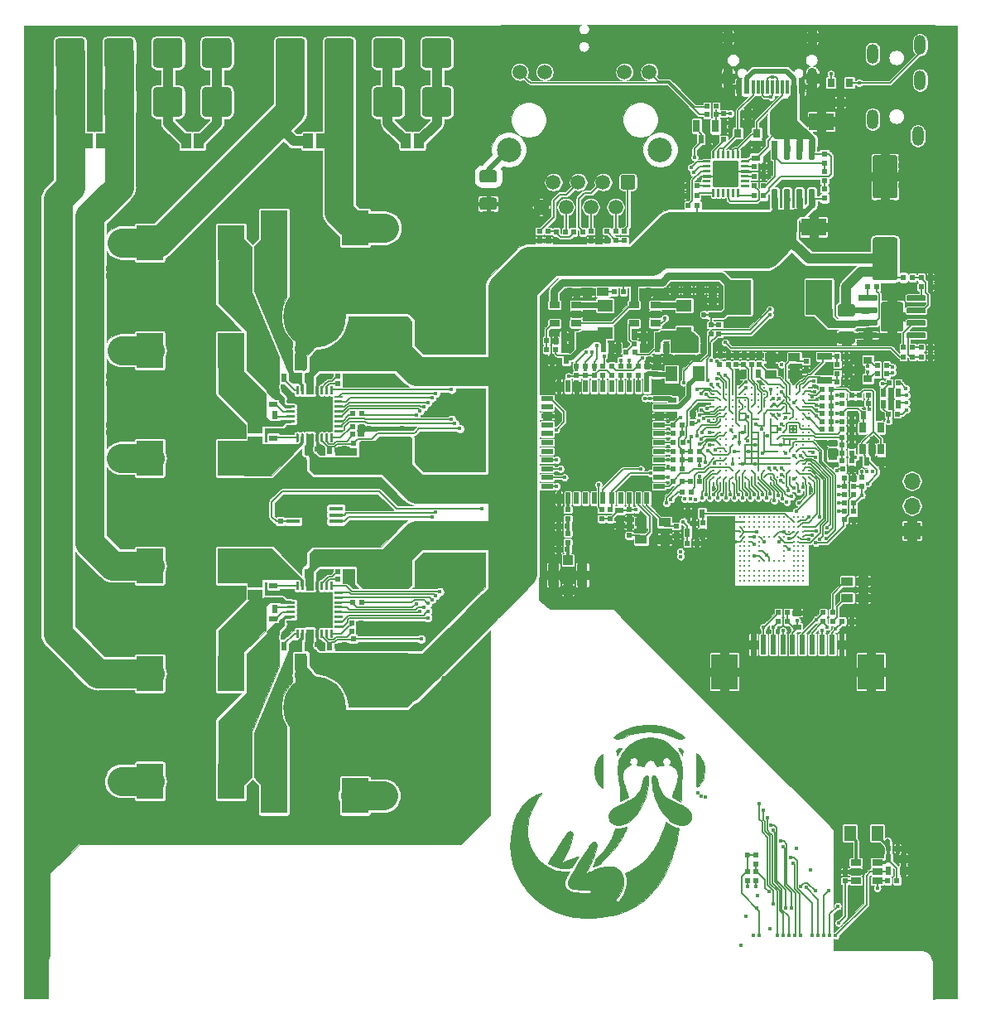
<source format=gtl>
G04 #@! TF.GenerationSoftware,KiCad,Pcbnew,5.1.5+dfsg1-2build2*
G04 #@! TF.CreationDate,2021-03-03T11:45:42+01:00*
G04 #@! TF.ProjectId,OtterCastAmp,4f747465-7243-4617-9374-416d702e6b69,rev?*
G04 #@! TF.SameCoordinates,Original*
G04 #@! TF.FileFunction,Copper,L1,Top*
G04 #@! TF.FilePolarity,Positive*
%FSLAX46Y46*%
G04 Gerber Fmt 4.6, Leading zero omitted, Abs format (unit mm)*
G04 Created by KiCad (PCBNEW 5.1.5+dfsg1-2build2) date 2021-03-03 11:45:42*
%MOMM*%
%LPD*%
G04 APERTURE LIST*
%ADD10C,0.010000*%
%ADD11C,0.100000*%
%ADD12R,1.700000X1.700000*%
%ADD13O,1.700000X1.700000*%
%ADD14C,0.245000*%
%ADD15C,0.300000*%
%ADD16R,1.060000X0.650000*%
%ADD17R,0.500000X0.600000*%
%ADD18R,0.600000X0.500000*%
%ADD19R,1.200000X1.600000*%
%ADD20R,2.680000X3.600000*%
%ADD21R,0.610000X2.000000*%
%ADD22R,0.800000X0.900000*%
%ADD23R,0.600000X0.900000*%
%ADD24C,1.500000*%
%ADD25C,2.500000*%
%ADD26R,1.225000X0.850000*%
%ADD27R,0.900000X0.600000*%
%ADD28R,1.000000X1.500000*%
%ADD29R,1.500000X1.000000*%
%ADD30R,0.900000X0.800000*%
%ADD31R,1.200000X0.950000*%
%ADD32R,2.700000X3.600000*%
%ADD33R,1.250000X1.750000*%
%ADD34R,1.450000X0.450000*%
%ADD35R,1.600000X1.200000*%
%ADD36C,0.800000*%
%ADD37C,6.400000*%
%ADD38R,2.500000X1.800000*%
%ADD39R,1.000000X1.000000*%
%ADD40R,1.050000X2.200000*%
%ADD41R,1.500000X0.750000*%
%ADD42R,0.510000X1.200000*%
%ADD43R,1.200000X0.510000*%
%ADD44R,0.650000X1.060000*%
%ADD45O,1.200000X2.000000*%
%ADD46R,0.600000X1.450000*%
%ADD47R,0.300000X1.450000*%
%ADD48O,1.000000X1.600000*%
%ADD49O,1.000000X2.100000*%
%ADD50R,0.700000X1.300000*%
%ADD51C,0.450000*%
%ADD52C,0.600000*%
%ADD53C,0.300000*%
%ADD54C,0.127000*%
%ADD55C,0.600000*%
%ADD56C,0.500000*%
%ADD57C,0.200000*%
%ADD58C,0.800000*%
%ADD59C,0.400000*%
%ADD60C,1.000000*%
%ADD61C,0.650000*%
%ADD62C,3.000000*%
%ADD63C,0.125000*%
G04 APERTURE END LIST*
D10*
G36*
X164518848Y-121789872D02*
G01*
X164682766Y-121795700D01*
X164806647Y-121804284D01*
X165266122Y-121864643D01*
X165714353Y-121958037D01*
X166146899Y-122082979D01*
X166559324Y-122237983D01*
X166947188Y-122421561D01*
X167306054Y-122632227D01*
X167334643Y-122651046D01*
X167455704Y-122733989D01*
X167567905Y-122815624D01*
X167666436Y-122892003D01*
X167746485Y-122959172D01*
X167803243Y-123013181D01*
X167831900Y-123050078D01*
X167834066Y-123061298D01*
X167811554Y-123081846D01*
X167760897Y-123110712D01*
X167700512Y-123138415D01*
X167630922Y-123164203D01*
X167564126Y-123180030D01*
X167485816Y-123188119D01*
X167381680Y-123190690D01*
X167363417Y-123190737D01*
X167294594Y-123190757D01*
X167238492Y-123189371D01*
X167188683Y-123184586D01*
X167138739Y-123174407D01*
X167082233Y-123156839D01*
X167012735Y-123129889D01*
X166923819Y-123091560D01*
X166809056Y-123039860D01*
X166664117Y-122973750D01*
X166347935Y-122843478D01*
X166010537Y-122732138D01*
X165646172Y-122638106D01*
X165249087Y-122559755D01*
X165130599Y-122540302D01*
X164986098Y-122522578D01*
X164808430Y-122508782D01*
X164606581Y-122498956D01*
X164389538Y-122493139D01*
X164166288Y-122491373D01*
X163945818Y-122493698D01*
X163737114Y-122500155D01*
X163549164Y-122510785D01*
X163390954Y-122525628D01*
X163341750Y-122532197D01*
X162846199Y-122623444D01*
X162376673Y-122746712D01*
X161934116Y-122901728D01*
X161674675Y-123013207D01*
X161564659Y-123062730D01*
X161458646Y-123108063D01*
X161367117Y-123144882D01*
X161300551Y-123168864D01*
X161288583Y-123172476D01*
X161157403Y-123195367D01*
X161011222Y-123198849D01*
X160872681Y-123182865D01*
X160833500Y-123173587D01*
X160756426Y-123148687D01*
X160679512Y-123117894D01*
X160614831Y-123086668D01*
X160574456Y-123060472D01*
X160568404Y-123053671D01*
X160578366Y-123031661D01*
X160618197Y-122990111D01*
X160682720Y-122933231D01*
X160766762Y-122865231D01*
X160865148Y-122790321D01*
X160972703Y-122712713D01*
X161066333Y-122648527D01*
X161406203Y-122444439D01*
X161778494Y-122263994D01*
X162179677Y-122108479D01*
X162606221Y-121979186D01*
X163054597Y-121877403D01*
X163288833Y-121836767D01*
X163410080Y-121822027D01*
X163564558Y-121809645D01*
X163743224Y-121799813D01*
X163937032Y-121792727D01*
X164136935Y-121788579D01*
X164333889Y-121787563D01*
X164518848Y-121789872D01*
G37*
X164518848Y-121789872D02*
X164682766Y-121795700D01*
X164806647Y-121804284D01*
X165266122Y-121864643D01*
X165714353Y-121958037D01*
X166146899Y-122082979D01*
X166559324Y-122237983D01*
X166947188Y-122421561D01*
X167306054Y-122632227D01*
X167334643Y-122651046D01*
X167455704Y-122733989D01*
X167567905Y-122815624D01*
X167666436Y-122892003D01*
X167746485Y-122959172D01*
X167803243Y-123013181D01*
X167831900Y-123050078D01*
X167834066Y-123061298D01*
X167811554Y-123081846D01*
X167760897Y-123110712D01*
X167700512Y-123138415D01*
X167630922Y-123164203D01*
X167564126Y-123180030D01*
X167485816Y-123188119D01*
X167381680Y-123190690D01*
X167363417Y-123190737D01*
X167294594Y-123190757D01*
X167238492Y-123189371D01*
X167188683Y-123184586D01*
X167138739Y-123174407D01*
X167082233Y-123156839D01*
X167012735Y-123129889D01*
X166923819Y-123091560D01*
X166809056Y-123039860D01*
X166664117Y-122973750D01*
X166347935Y-122843478D01*
X166010537Y-122732138D01*
X165646172Y-122638106D01*
X165249087Y-122559755D01*
X165130599Y-122540302D01*
X164986098Y-122522578D01*
X164808430Y-122508782D01*
X164606581Y-122498956D01*
X164389538Y-122493139D01*
X164166288Y-122491373D01*
X163945818Y-122493698D01*
X163737114Y-122500155D01*
X163549164Y-122510785D01*
X163390954Y-122525628D01*
X163341750Y-122532197D01*
X162846199Y-122623444D01*
X162376673Y-122746712D01*
X161934116Y-122901728D01*
X161674675Y-123013207D01*
X161564659Y-123062730D01*
X161458646Y-123108063D01*
X161367117Y-123144882D01*
X161300551Y-123168864D01*
X161288583Y-123172476D01*
X161157403Y-123195367D01*
X161011222Y-123198849D01*
X160872681Y-123182865D01*
X160833500Y-123173587D01*
X160756426Y-123148687D01*
X160679512Y-123117894D01*
X160614831Y-123086668D01*
X160574456Y-123060472D01*
X160568404Y-123053671D01*
X160578366Y-123031661D01*
X160618197Y-122990111D01*
X160682720Y-122933231D01*
X160766762Y-122865231D01*
X160865148Y-122790321D01*
X160972703Y-122712713D01*
X161066333Y-122648527D01*
X161406203Y-122444439D01*
X161778494Y-122263994D01*
X162179677Y-122108479D01*
X162606221Y-121979186D01*
X163054597Y-121877403D01*
X163288833Y-121836767D01*
X163410080Y-121822027D01*
X163564558Y-121809645D01*
X163743224Y-121799813D01*
X163937032Y-121792727D01*
X164136935Y-121788579D01*
X164333889Y-121787563D01*
X164518848Y-121789872D01*
G36*
X167205622Y-124116085D02*
G01*
X167267628Y-124126483D01*
X167332988Y-124142655D01*
X167389325Y-124162394D01*
X167400823Y-124167765D01*
X167485166Y-124222727D01*
X167566663Y-124296530D01*
X167629500Y-124374213D01*
X167642598Y-124396512D01*
X167660456Y-124441645D01*
X167663957Y-124491430D01*
X167653892Y-124562454D01*
X167651168Y-124576429D01*
X167636130Y-124669433D01*
X167625142Y-124768803D01*
X167622501Y-124808730D01*
X167617417Y-124922543D01*
X167567943Y-124819313D01*
X167517608Y-124722210D01*
X167450849Y-124604341D01*
X167375893Y-124479352D01*
X167300970Y-124360891D01*
X167234307Y-124262604D01*
X167222293Y-124246029D01*
X167180530Y-124187225D01*
X167151246Y-124142050D01*
X167141167Y-124121443D01*
X167159343Y-124113669D01*
X167205622Y-124116085D01*
G37*
X167205622Y-124116085D02*
X167267628Y-124126483D01*
X167332988Y-124142655D01*
X167389325Y-124162394D01*
X167400823Y-124167765D01*
X167485166Y-124222727D01*
X167566663Y-124296530D01*
X167629500Y-124374213D01*
X167642598Y-124396512D01*
X167660456Y-124441645D01*
X167663957Y-124491430D01*
X167653892Y-124562454D01*
X167651168Y-124576429D01*
X167636130Y-124669433D01*
X167625142Y-124768803D01*
X167622501Y-124808730D01*
X167617417Y-124922543D01*
X167567943Y-124819313D01*
X167517608Y-124722210D01*
X167450849Y-124604341D01*
X167375893Y-124479352D01*
X167300970Y-124360891D01*
X167234307Y-124262604D01*
X167222293Y-124246029D01*
X167180530Y-124187225D01*
X167151246Y-124142050D01*
X167141167Y-124121443D01*
X167159343Y-124113669D01*
X167205622Y-124116085D01*
G36*
X161385755Y-124116506D02*
G01*
X161422178Y-124130559D01*
X161423228Y-124159544D01*
X161392183Y-124208011D01*
X161385449Y-124216626D01*
X161323476Y-124301929D01*
X161250979Y-124412611D01*
X161175704Y-124535866D01*
X161105399Y-124658885D01*
X161047810Y-124768860D01*
X161034155Y-124797430D01*
X160966943Y-124942277D01*
X160953367Y-124808013D01*
X160920695Y-124656571D01*
X160877915Y-124552660D01*
X160816038Y-124431570D01*
X160875803Y-124349067D01*
X160971524Y-124247225D01*
X161088723Y-124170096D01*
X161216229Y-124123748D01*
X161310680Y-124112833D01*
X161385755Y-124116506D01*
G37*
X161385755Y-124116506D02*
X161422178Y-124130559D01*
X161423228Y-124159544D01*
X161392183Y-124208011D01*
X161385449Y-124216626D01*
X161323476Y-124301929D01*
X161250979Y-124412611D01*
X161175704Y-124535866D01*
X161105399Y-124658885D01*
X161047810Y-124768860D01*
X161034155Y-124797430D01*
X160966943Y-124942277D01*
X160953367Y-124808013D01*
X160920695Y-124656571D01*
X160877915Y-124552660D01*
X160816038Y-124431570D01*
X160875803Y-124349067D01*
X160971524Y-124247225D01*
X161088723Y-124170096D01*
X161216229Y-124123748D01*
X161310680Y-124112833D01*
X161385755Y-124116506D01*
G36*
X169136125Y-124708710D02*
G01*
X169293546Y-124842089D01*
X169440166Y-125010478D01*
X169571625Y-125207050D01*
X169683566Y-125424974D01*
X169771629Y-125657423D01*
X169796768Y-125743799D01*
X169855020Y-126027464D01*
X169880701Y-126315181D01*
X169874982Y-126601957D01*
X169839029Y-126882801D01*
X169774012Y-127152721D01*
X169681099Y-127406723D01*
X169561459Y-127639817D01*
X169416261Y-127847009D01*
X169267549Y-128004609D01*
X169204121Y-128060643D01*
X169148004Y-128106825D01*
X169110271Y-128134087D01*
X169107517Y-128135650D01*
X169100334Y-128138569D01*
X169094062Y-128137360D01*
X169088640Y-128129370D01*
X169084005Y-128111945D01*
X169080095Y-128082433D01*
X169076850Y-128038180D01*
X169074207Y-127976534D01*
X169072104Y-127894842D01*
X169070480Y-127790450D01*
X169069274Y-127660706D01*
X169068422Y-127502956D01*
X169067865Y-127314548D01*
X169067539Y-127092828D01*
X169067383Y-126835144D01*
X169067336Y-126538842D01*
X169067333Y-126408720D01*
X169067333Y-124660284D01*
X169136125Y-124708710D01*
G37*
X169136125Y-124708710D02*
X169293546Y-124842089D01*
X169440166Y-125010478D01*
X169571625Y-125207050D01*
X169683566Y-125424974D01*
X169771629Y-125657423D01*
X169796768Y-125743799D01*
X169855020Y-126027464D01*
X169880701Y-126315181D01*
X169874982Y-126601957D01*
X169839029Y-126882801D01*
X169774012Y-127152721D01*
X169681099Y-127406723D01*
X169561459Y-127639817D01*
X169416261Y-127847009D01*
X169267549Y-128004609D01*
X169204121Y-128060643D01*
X169148004Y-128106825D01*
X169110271Y-128134087D01*
X169107517Y-128135650D01*
X169100334Y-128138569D01*
X169094062Y-128137360D01*
X169088640Y-128129370D01*
X169084005Y-128111945D01*
X169080095Y-128082433D01*
X169076850Y-128038180D01*
X169074207Y-127976534D01*
X169072104Y-127894842D01*
X169070480Y-127790450D01*
X169069274Y-127660706D01*
X169068422Y-127502956D01*
X169067865Y-127314548D01*
X169067539Y-127092828D01*
X169067383Y-126835144D01*
X169067336Y-126538842D01*
X169067333Y-126408720D01*
X169067333Y-124660284D01*
X169136125Y-124708710D01*
G36*
X159457667Y-126492886D02*
G01*
X159457563Y-126759115D01*
X159457262Y-127012799D01*
X159456779Y-127250799D01*
X159456131Y-127469979D01*
X159455334Y-127667199D01*
X159454402Y-127839322D01*
X159453352Y-127983210D01*
X159452200Y-128095725D01*
X159450961Y-128173730D01*
X159449651Y-128214086D01*
X159448984Y-128219167D01*
X159429162Y-128207078D01*
X159386262Y-128175616D01*
X159337859Y-128138095D01*
X159149181Y-127962474D01*
X158988228Y-127758897D01*
X158855529Y-127531852D01*
X158751616Y-127285827D01*
X158677019Y-127025312D01*
X158632269Y-126754794D01*
X158617896Y-126478761D01*
X158634432Y-126201702D01*
X158682407Y-125928105D01*
X158762352Y-125662459D01*
X158874797Y-125409251D01*
X158992033Y-125213451D01*
X159063034Y-125119032D01*
X159148281Y-125021042D01*
X159238215Y-124929259D01*
X159323277Y-124853462D01*
X159391430Y-124804845D01*
X159457667Y-124766606D01*
X159457667Y-126492886D01*
G37*
X159457667Y-126492886D02*
X159457563Y-126759115D01*
X159457262Y-127012799D01*
X159456779Y-127250799D01*
X159456131Y-127469979D01*
X159455334Y-127667199D01*
X159454402Y-127839322D01*
X159453352Y-127983210D01*
X159452200Y-128095725D01*
X159450961Y-128173730D01*
X159449651Y-128214086D01*
X159448984Y-128219167D01*
X159429162Y-128207078D01*
X159386262Y-128175616D01*
X159337859Y-128138095D01*
X159149181Y-127962474D01*
X158988228Y-127758897D01*
X158855529Y-127531852D01*
X158751616Y-127285827D01*
X158677019Y-127025312D01*
X158632269Y-126754794D01*
X158617896Y-126478761D01*
X158634432Y-126201702D01*
X158682407Y-125928105D01*
X158762352Y-125662459D01*
X158874797Y-125409251D01*
X158992033Y-125213451D01*
X159063034Y-125119032D01*
X159148281Y-125021042D01*
X159238215Y-124929259D01*
X159323277Y-124853462D01*
X159391430Y-124804845D01*
X159457667Y-124766606D01*
X159457667Y-126492886D01*
G36*
X164567702Y-123077146D02*
G01*
X164795353Y-123100180D01*
X165013891Y-123141457D01*
X165238837Y-123203398D01*
X165301892Y-123223716D01*
X165609693Y-123340850D01*
X165891085Y-123481387D01*
X166154124Y-123650344D01*
X166406869Y-123852739D01*
X166592117Y-124027096D01*
X166844699Y-124304355D01*
X167058061Y-124592807D01*
X167234574Y-124895758D01*
X167276327Y-124980691D01*
X167369906Y-125192903D01*
X167446741Y-125401256D01*
X167507460Y-125611055D01*
X167552689Y-125827605D01*
X167583058Y-126056210D01*
X167599191Y-126302176D01*
X167601718Y-126570807D01*
X167591266Y-126867408D01*
X167568461Y-127197284D01*
X167555712Y-127343103D01*
X167534131Y-127594576D01*
X167518391Y-127821265D01*
X167507703Y-128039593D01*
X167501279Y-128265982D01*
X167498327Y-128516854D01*
X167498215Y-128539020D01*
X167496984Y-128709141D01*
X167494952Y-128878624D01*
X167492279Y-129038988D01*
X167489128Y-129181748D01*
X167485658Y-129298423D01*
X167482340Y-129375126D01*
X167469250Y-129610336D01*
X167395167Y-129577357D01*
X167286762Y-129528130D01*
X167166334Y-129471844D01*
X167041703Y-129412325D01*
X166920691Y-129353398D01*
X166811118Y-129298891D01*
X166720807Y-129252628D01*
X166657579Y-129218435D01*
X166639825Y-129207866D01*
X166551234Y-129151695D01*
X166601589Y-128965889D01*
X166624820Y-128882371D01*
X166648907Y-128801268D01*
X166676128Y-128715895D01*
X166708764Y-128619571D01*
X166749096Y-128505613D01*
X166799403Y-128367337D01*
X166861965Y-128198061D01*
X166881661Y-128145083D01*
X166989839Y-127835103D01*
X167071638Y-127555593D01*
X167126993Y-127303863D01*
X167155840Y-127077223D01*
X167158115Y-126872984D01*
X167133753Y-126688455D01*
X167082691Y-126520946D01*
X167004864Y-126367768D01*
X166900209Y-126226231D01*
X166834247Y-126155420D01*
X166719041Y-126054951D01*
X166593779Y-125970835D01*
X166469586Y-125909596D01*
X166361997Y-125878434D01*
X166307697Y-125867792D01*
X166276373Y-125857860D01*
X166273333Y-125854966D01*
X166284742Y-125833698D01*
X166313144Y-125792214D01*
X166323327Y-125778296D01*
X166391291Y-125656435D01*
X166417916Y-125532655D01*
X166403464Y-125410931D01*
X166348200Y-125295239D01*
X166286408Y-125221004D01*
X166183982Y-125142175D01*
X166077319Y-125100699D01*
X165970707Y-125092460D01*
X165868440Y-125113347D01*
X165774808Y-125159245D01*
X165694101Y-125226042D01*
X165630612Y-125309624D01*
X165588631Y-125405877D01*
X165572449Y-125510689D01*
X165586358Y-125619946D01*
X165634649Y-125729534D01*
X165685100Y-125797399D01*
X165720824Y-125840096D01*
X165739125Y-125866037D01*
X165739478Y-125869667D01*
X165706166Y-125873621D01*
X165640148Y-125884375D01*
X165550197Y-125900262D01*
X165445086Y-125919619D01*
X165333588Y-125940780D01*
X165224475Y-125962080D01*
X165126520Y-125981855D01*
X165048496Y-125998438D01*
X164999176Y-126010166D01*
X164999147Y-126010174D01*
X164972025Y-126005789D01*
X164951158Y-125970242D01*
X164940660Y-125936237D01*
X164904642Y-125847020D01*
X164844743Y-125745535D01*
X164768539Y-125640922D01*
X164683606Y-125542322D01*
X164597520Y-125458874D01*
X164517858Y-125399720D01*
X164480673Y-125381283D01*
X164385045Y-125360386D01*
X164280693Y-125361585D01*
X164186362Y-125383743D01*
X164150409Y-125401326D01*
X164087656Y-125448945D01*
X164010694Y-125520043D01*
X163929983Y-125603699D01*
X163855986Y-125688989D01*
X163799163Y-125764992D01*
X163793081Y-125774417D01*
X163753155Y-125846762D01*
X163719678Y-125922036D01*
X163713296Y-125939909D01*
X163689819Y-125993646D01*
X163664931Y-126010436D01*
X163654367Y-126008305D01*
X163624531Y-126000940D01*
X163561608Y-125987902D01*
X163474218Y-125970782D01*
X163370980Y-125951167D01*
X163260511Y-125930650D01*
X163151432Y-125910818D01*
X163052362Y-125893263D01*
X162971919Y-125879574D01*
X162918722Y-125871340D01*
X162902753Y-125869667D01*
X162902886Y-125855840D01*
X162926361Y-125820715D01*
X162945733Y-125797399D01*
X163016692Y-125688186D01*
X163050537Y-125570970D01*
X163049766Y-125452683D01*
X163016877Y-125340253D01*
X162954368Y-125240611D01*
X162864737Y-125160686D01*
X162750481Y-125107410D01*
X162692197Y-125094056D01*
X162577750Y-125095230D01*
X162468512Y-125131618D01*
X162371043Y-125196597D01*
X162291902Y-125283548D01*
X162237649Y-125385849D01*
X162214844Y-125496879D01*
X162220008Y-125570680D01*
X162257579Y-125689131D01*
X162319137Y-125794398D01*
X162339807Y-125819177D01*
X162380663Y-125863937D01*
X162291001Y-125878274D01*
X162160115Y-125917352D01*
X162024053Y-125989986D01*
X161890902Y-126089528D01*
X161768749Y-126209333D01*
X161665680Y-126342754D01*
X161610961Y-126437186D01*
X161549729Y-126576523D01*
X161511859Y-126709138D01*
X161494602Y-126849666D01*
X161495212Y-127012741D01*
X161496934Y-127044417D01*
X161509933Y-127188083D01*
X161532644Y-127334878D01*
X161566726Y-127491224D01*
X161613840Y-127663540D01*
X161675647Y-127858246D01*
X161753806Y-128081763D01*
X161792517Y-128187417D01*
X161874172Y-128411878D01*
X161944161Y-128612680D01*
X162001479Y-128786674D01*
X162045121Y-128930710D01*
X162074081Y-129041640D01*
X162086478Y-129108167D01*
X162086195Y-129127222D01*
X162077272Y-129145837D01*
X162055003Y-129167068D01*
X162014681Y-129193966D01*
X161951602Y-129229585D01*
X161861058Y-129276980D01*
X161738345Y-129339203D01*
X161703201Y-129356875D01*
X161584754Y-129415843D01*
X161478545Y-129467697D01*
X161390576Y-129509589D01*
X161326849Y-129538671D01*
X161293367Y-129552097D01*
X161290451Y-129552674D01*
X161282228Y-129536420D01*
X161276602Y-129486276D01*
X161273500Y-129400181D01*
X161272852Y-129276072D01*
X161274587Y-129111888D01*
X161274779Y-129099881D01*
X161276434Y-128877807D01*
X161273110Y-128678006D01*
X161263920Y-128489461D01*
X161247983Y-128301151D01*
X161224414Y-128102059D01*
X161192330Y-127881167D01*
X161162003Y-127693702D01*
X161108545Y-127356928D01*
X161067067Y-127057672D01*
X161037309Y-126792926D01*
X161019012Y-126559682D01*
X161011916Y-126354933D01*
X161015763Y-126175671D01*
X161022990Y-126081333D01*
X161061866Y-125788636D01*
X161119321Y-125521368D01*
X161199377Y-125265211D01*
X161306056Y-125005841D01*
X161352890Y-124906583D01*
X161521359Y-124605916D01*
X161724592Y-124321609D01*
X161957995Y-124057929D01*
X162216973Y-123819140D01*
X162496932Y-123609511D01*
X162793278Y-123433306D01*
X163079677Y-123303126D01*
X163346730Y-123208657D01*
X163597566Y-123140859D01*
X163846461Y-123097037D01*
X164107692Y-123074498D01*
X164315417Y-123069936D01*
X164567702Y-123077146D01*
G37*
X164567702Y-123077146D02*
X164795353Y-123100180D01*
X165013891Y-123141457D01*
X165238837Y-123203398D01*
X165301892Y-123223716D01*
X165609693Y-123340850D01*
X165891085Y-123481387D01*
X166154124Y-123650344D01*
X166406869Y-123852739D01*
X166592117Y-124027096D01*
X166844699Y-124304355D01*
X167058061Y-124592807D01*
X167234574Y-124895758D01*
X167276327Y-124980691D01*
X167369906Y-125192903D01*
X167446741Y-125401256D01*
X167507460Y-125611055D01*
X167552689Y-125827605D01*
X167583058Y-126056210D01*
X167599191Y-126302176D01*
X167601718Y-126570807D01*
X167591266Y-126867408D01*
X167568461Y-127197284D01*
X167555712Y-127343103D01*
X167534131Y-127594576D01*
X167518391Y-127821265D01*
X167507703Y-128039593D01*
X167501279Y-128265982D01*
X167498327Y-128516854D01*
X167498215Y-128539020D01*
X167496984Y-128709141D01*
X167494952Y-128878624D01*
X167492279Y-129038988D01*
X167489128Y-129181748D01*
X167485658Y-129298423D01*
X167482340Y-129375126D01*
X167469250Y-129610336D01*
X167395167Y-129577357D01*
X167286762Y-129528130D01*
X167166334Y-129471844D01*
X167041703Y-129412325D01*
X166920691Y-129353398D01*
X166811118Y-129298891D01*
X166720807Y-129252628D01*
X166657579Y-129218435D01*
X166639825Y-129207866D01*
X166551234Y-129151695D01*
X166601589Y-128965889D01*
X166624820Y-128882371D01*
X166648907Y-128801268D01*
X166676128Y-128715895D01*
X166708764Y-128619571D01*
X166749096Y-128505613D01*
X166799403Y-128367337D01*
X166861965Y-128198061D01*
X166881661Y-128145083D01*
X166989839Y-127835103D01*
X167071638Y-127555593D01*
X167126993Y-127303863D01*
X167155840Y-127077223D01*
X167158115Y-126872984D01*
X167133753Y-126688455D01*
X167082691Y-126520946D01*
X167004864Y-126367768D01*
X166900209Y-126226231D01*
X166834247Y-126155420D01*
X166719041Y-126054951D01*
X166593779Y-125970835D01*
X166469586Y-125909596D01*
X166361997Y-125878434D01*
X166307697Y-125867792D01*
X166276373Y-125857860D01*
X166273333Y-125854966D01*
X166284742Y-125833698D01*
X166313144Y-125792214D01*
X166323327Y-125778296D01*
X166391291Y-125656435D01*
X166417916Y-125532655D01*
X166403464Y-125410931D01*
X166348200Y-125295239D01*
X166286408Y-125221004D01*
X166183982Y-125142175D01*
X166077319Y-125100699D01*
X165970707Y-125092460D01*
X165868440Y-125113347D01*
X165774808Y-125159245D01*
X165694101Y-125226042D01*
X165630612Y-125309624D01*
X165588631Y-125405877D01*
X165572449Y-125510689D01*
X165586358Y-125619946D01*
X165634649Y-125729534D01*
X165685100Y-125797399D01*
X165720824Y-125840096D01*
X165739125Y-125866037D01*
X165739478Y-125869667D01*
X165706166Y-125873621D01*
X165640148Y-125884375D01*
X165550197Y-125900262D01*
X165445086Y-125919619D01*
X165333588Y-125940780D01*
X165224475Y-125962080D01*
X165126520Y-125981855D01*
X165048496Y-125998438D01*
X164999176Y-126010166D01*
X164999147Y-126010174D01*
X164972025Y-126005789D01*
X164951158Y-125970242D01*
X164940660Y-125936237D01*
X164904642Y-125847020D01*
X164844743Y-125745535D01*
X164768539Y-125640922D01*
X164683606Y-125542322D01*
X164597520Y-125458874D01*
X164517858Y-125399720D01*
X164480673Y-125381283D01*
X164385045Y-125360386D01*
X164280693Y-125361585D01*
X164186362Y-125383743D01*
X164150409Y-125401326D01*
X164087656Y-125448945D01*
X164010694Y-125520043D01*
X163929983Y-125603699D01*
X163855986Y-125688989D01*
X163799163Y-125764992D01*
X163793081Y-125774417D01*
X163753155Y-125846762D01*
X163719678Y-125922036D01*
X163713296Y-125939909D01*
X163689819Y-125993646D01*
X163664931Y-126010436D01*
X163654367Y-126008305D01*
X163624531Y-126000940D01*
X163561608Y-125987902D01*
X163474218Y-125970782D01*
X163370980Y-125951167D01*
X163260511Y-125930650D01*
X163151432Y-125910818D01*
X163052362Y-125893263D01*
X162971919Y-125879574D01*
X162918722Y-125871340D01*
X162902753Y-125869667D01*
X162902886Y-125855840D01*
X162926361Y-125820715D01*
X162945733Y-125797399D01*
X163016692Y-125688186D01*
X163050537Y-125570970D01*
X163049766Y-125452683D01*
X163016877Y-125340253D01*
X162954368Y-125240611D01*
X162864737Y-125160686D01*
X162750481Y-125107410D01*
X162692197Y-125094056D01*
X162577750Y-125095230D01*
X162468512Y-125131618D01*
X162371043Y-125196597D01*
X162291902Y-125283548D01*
X162237649Y-125385849D01*
X162214844Y-125496879D01*
X162220008Y-125570680D01*
X162257579Y-125689131D01*
X162319137Y-125794398D01*
X162339807Y-125819177D01*
X162380663Y-125863937D01*
X162291001Y-125878274D01*
X162160115Y-125917352D01*
X162024053Y-125989986D01*
X161890902Y-126089528D01*
X161768749Y-126209333D01*
X161665680Y-126342754D01*
X161610961Y-126437186D01*
X161549729Y-126576523D01*
X161511859Y-126709138D01*
X161494602Y-126849666D01*
X161495212Y-127012741D01*
X161496934Y-127044417D01*
X161509933Y-127188083D01*
X161532644Y-127334878D01*
X161566726Y-127491224D01*
X161613840Y-127663540D01*
X161675647Y-127858246D01*
X161753806Y-128081763D01*
X161792517Y-128187417D01*
X161874172Y-128411878D01*
X161944161Y-128612680D01*
X162001479Y-128786674D01*
X162045121Y-128930710D01*
X162074081Y-129041640D01*
X162086478Y-129108167D01*
X162086195Y-129127222D01*
X162077272Y-129145837D01*
X162055003Y-129167068D01*
X162014681Y-129193966D01*
X161951602Y-129229585D01*
X161861058Y-129276980D01*
X161738345Y-129339203D01*
X161703201Y-129356875D01*
X161584754Y-129415843D01*
X161478545Y-129467697D01*
X161390576Y-129509589D01*
X161326849Y-129538671D01*
X161293367Y-129552097D01*
X161290451Y-129552674D01*
X161282228Y-129536420D01*
X161276602Y-129486276D01*
X161273500Y-129400181D01*
X161272852Y-129276072D01*
X161274587Y-129111888D01*
X161274779Y-129099881D01*
X161276434Y-128877807D01*
X161273110Y-128678006D01*
X161263920Y-128489461D01*
X161247983Y-128301151D01*
X161224414Y-128102059D01*
X161192330Y-127881167D01*
X161162003Y-127693702D01*
X161108545Y-127356928D01*
X161067067Y-127057672D01*
X161037309Y-126792926D01*
X161019012Y-126559682D01*
X161011916Y-126354933D01*
X161015763Y-126175671D01*
X161022990Y-126081333D01*
X161061866Y-125788636D01*
X161119321Y-125521368D01*
X161199377Y-125265211D01*
X161306056Y-125005841D01*
X161352890Y-124906583D01*
X161521359Y-124605916D01*
X161724592Y-124321609D01*
X161957995Y-124057929D01*
X162216973Y-123819140D01*
X162496932Y-123609511D01*
X162793278Y-123433306D01*
X163079677Y-123303126D01*
X163346730Y-123208657D01*
X163597566Y-123140859D01*
X163846461Y-123097037D01*
X164107692Y-123074498D01*
X164315417Y-123069936D01*
X164567702Y-123077146D01*
G36*
X164745220Y-126918891D02*
G01*
X164824687Y-126966490D01*
X164907725Y-127056054D01*
X164928475Y-127084162D01*
X164976696Y-127164049D01*
X165019763Y-127262901D01*
X165059445Y-127386340D01*
X165097513Y-127539986D01*
X165135736Y-127729461D01*
X165141479Y-127760698D01*
X165185603Y-127971454D01*
X165237149Y-128151386D01*
X165300397Y-128311890D01*
X165379626Y-128464357D01*
X165445636Y-128570507D01*
X165585783Y-128762321D01*
X165747073Y-128942797D01*
X165932396Y-129113941D01*
X166144646Y-129277758D01*
X166386716Y-129436252D01*
X166661496Y-129591429D01*
X166971881Y-129745293D01*
X167320761Y-129899850D01*
X167426917Y-129944007D01*
X167598541Y-130015755D01*
X167737083Y-130077242D01*
X167849336Y-130132420D01*
X167942096Y-130185240D01*
X168022155Y-130239654D01*
X168096308Y-130299612D01*
X168171350Y-130369066D01*
X168191107Y-130388437D01*
X168285813Y-130487265D01*
X168356441Y-130574921D01*
X168413228Y-130665025D01*
X168445107Y-130726319D01*
X168480541Y-130800102D01*
X168504021Y-130857371D01*
X168518006Y-130910432D01*
X168524955Y-130971592D01*
X168527328Y-131053159D01*
X168527583Y-131139069D01*
X168526811Y-131247451D01*
X168523207Y-131325044D01*
X168514841Y-131383383D01*
X168499780Y-131434005D01*
X168476094Y-131488443D01*
X168465383Y-131510583D01*
X168366278Y-131666094D01*
X168235543Y-131797575D01*
X168079156Y-131900434D01*
X167903094Y-131970079D01*
X167850250Y-131983184D01*
X167651633Y-132012293D01*
X167453686Y-132015892D01*
X167355537Y-132007029D01*
X167110524Y-131953476D01*
X166863254Y-131859605D01*
X166615965Y-131727193D01*
X166370895Y-131558016D01*
X166130282Y-131353850D01*
X165896363Y-131116472D01*
X165671376Y-130847657D01*
X165457560Y-130549183D01*
X165392743Y-130449089D01*
X165310861Y-130310879D01*
X165220452Y-130143611D01*
X165126798Y-129958245D01*
X165035179Y-129765741D01*
X164950878Y-129577059D01*
X164879177Y-129403158D01*
X164845472Y-129313465D01*
X164698797Y-128845369D01*
X164591491Y-128370341D01*
X164524495Y-127893179D01*
X164502134Y-127561783D01*
X164497860Y-127384395D01*
X164500168Y-127243991D01*
X164509814Y-127135627D01*
X164527551Y-127054357D01*
X164554135Y-126995234D01*
X164590318Y-126953315D01*
X164595586Y-126949013D01*
X164668971Y-126913113D01*
X164745220Y-126918891D01*
G37*
X164745220Y-126918891D02*
X164824687Y-126966490D01*
X164907725Y-127056054D01*
X164928475Y-127084162D01*
X164976696Y-127164049D01*
X165019763Y-127262901D01*
X165059445Y-127386340D01*
X165097513Y-127539986D01*
X165135736Y-127729461D01*
X165141479Y-127760698D01*
X165185603Y-127971454D01*
X165237149Y-128151386D01*
X165300397Y-128311890D01*
X165379626Y-128464357D01*
X165445636Y-128570507D01*
X165585783Y-128762321D01*
X165747073Y-128942797D01*
X165932396Y-129113941D01*
X166144646Y-129277758D01*
X166386716Y-129436252D01*
X166661496Y-129591429D01*
X166971881Y-129745293D01*
X167320761Y-129899850D01*
X167426917Y-129944007D01*
X167598541Y-130015755D01*
X167737083Y-130077242D01*
X167849336Y-130132420D01*
X167942096Y-130185240D01*
X168022155Y-130239654D01*
X168096308Y-130299612D01*
X168171350Y-130369066D01*
X168191107Y-130388437D01*
X168285813Y-130487265D01*
X168356441Y-130574921D01*
X168413228Y-130665025D01*
X168445107Y-130726319D01*
X168480541Y-130800102D01*
X168504021Y-130857371D01*
X168518006Y-130910432D01*
X168524955Y-130971592D01*
X168527328Y-131053159D01*
X168527583Y-131139069D01*
X168526811Y-131247451D01*
X168523207Y-131325044D01*
X168514841Y-131383383D01*
X168499780Y-131434005D01*
X168476094Y-131488443D01*
X168465383Y-131510583D01*
X168366278Y-131666094D01*
X168235543Y-131797575D01*
X168079156Y-131900434D01*
X167903094Y-131970079D01*
X167850250Y-131983184D01*
X167651633Y-132012293D01*
X167453686Y-132015892D01*
X167355537Y-132007029D01*
X167110524Y-131953476D01*
X166863254Y-131859605D01*
X166615965Y-131727193D01*
X166370895Y-131558016D01*
X166130282Y-131353850D01*
X165896363Y-131116472D01*
X165671376Y-130847657D01*
X165457560Y-130549183D01*
X165392743Y-130449089D01*
X165310861Y-130310879D01*
X165220452Y-130143611D01*
X165126798Y-129958245D01*
X165035179Y-129765741D01*
X164950878Y-129577059D01*
X164879177Y-129403158D01*
X164845472Y-129313465D01*
X164698797Y-128845369D01*
X164591491Y-128370341D01*
X164524495Y-127893179D01*
X164502134Y-127561783D01*
X164497860Y-127384395D01*
X164500168Y-127243991D01*
X164509814Y-127135627D01*
X164527551Y-127054357D01*
X164554135Y-126995234D01*
X164590318Y-126953315D01*
X164595586Y-126949013D01*
X164668971Y-126913113D01*
X164745220Y-126918891D01*
G36*
X164015195Y-126935072D02*
G01*
X164034563Y-126948475D01*
X164072089Y-126986707D01*
X164099514Y-127037956D01*
X164118183Y-127108580D01*
X164129439Y-127204935D01*
X164134625Y-127333378D01*
X164135382Y-127425546D01*
X164116129Y-127851428D01*
X164059285Y-128286437D01*
X163966762Y-128724482D01*
X163840470Y-129159468D01*
X163682321Y-129585304D01*
X163494225Y-129995895D01*
X163278096Y-130385149D01*
X163139507Y-130600417D01*
X162924006Y-130894303D01*
X162699214Y-131156924D01*
X162467075Y-131387062D01*
X162229532Y-131583495D01*
X161988527Y-131745003D01*
X161746005Y-131870368D01*
X161503908Y-131958368D01*
X161264179Y-132007785D01*
X161028762Y-132017397D01*
X160901789Y-132005271D01*
X160696152Y-131957677D01*
X160517381Y-131880066D01*
X160367444Y-131774433D01*
X160248311Y-131642773D01*
X160161948Y-131487079D01*
X160110325Y-131309347D01*
X160096655Y-131189455D01*
X160104516Y-130994410D01*
X160150303Y-130811008D01*
X160235364Y-130635857D01*
X160361045Y-130465565D01*
X160402111Y-130419987D01*
X160480014Y-130343682D01*
X160567438Y-130272974D01*
X160670026Y-130204553D01*
X160793423Y-130135110D01*
X160943273Y-130061334D01*
X161125218Y-129979916D01*
X161225083Y-129937370D01*
X161566025Y-129788445D01*
X161868532Y-129644140D01*
X162135934Y-129502156D01*
X162371560Y-129360193D01*
X162578739Y-129215953D01*
X162760802Y-129067135D01*
X162921077Y-128911442D01*
X163062894Y-128746572D01*
X163176737Y-128589583D01*
X163247839Y-128479124D01*
X163305871Y-128377079D01*
X163353873Y-128275190D01*
X163394887Y-128165199D01*
X163431955Y-128038845D01*
X163468118Y-127887871D01*
X163506418Y-127704018D01*
X163510545Y-127683193D01*
X163552258Y-127490395D01*
X163594745Y-127334306D01*
X163640209Y-127209322D01*
X163690854Y-127109842D01*
X163748881Y-127030265D01*
X163780300Y-126997204D01*
X163863864Y-126934768D01*
X163942308Y-126914029D01*
X164015195Y-126935072D01*
G37*
X164015195Y-126935072D02*
X164034563Y-126948475D01*
X164072089Y-126986707D01*
X164099514Y-127037956D01*
X164118183Y-127108580D01*
X164129439Y-127204935D01*
X164134625Y-127333378D01*
X164135382Y-127425546D01*
X164116129Y-127851428D01*
X164059285Y-128286437D01*
X163966762Y-128724482D01*
X163840470Y-129159468D01*
X163682321Y-129585304D01*
X163494225Y-129995895D01*
X163278096Y-130385149D01*
X163139507Y-130600417D01*
X162924006Y-130894303D01*
X162699214Y-131156924D01*
X162467075Y-131387062D01*
X162229532Y-131583495D01*
X161988527Y-131745003D01*
X161746005Y-131870368D01*
X161503908Y-131958368D01*
X161264179Y-132007785D01*
X161028762Y-132017397D01*
X160901789Y-132005271D01*
X160696152Y-131957677D01*
X160517381Y-131880066D01*
X160367444Y-131774433D01*
X160248311Y-131642773D01*
X160161948Y-131487079D01*
X160110325Y-131309347D01*
X160096655Y-131189455D01*
X160104516Y-130994410D01*
X160150303Y-130811008D01*
X160235364Y-130635857D01*
X160361045Y-130465565D01*
X160402111Y-130419987D01*
X160480014Y-130343682D01*
X160567438Y-130272974D01*
X160670026Y-130204553D01*
X160793423Y-130135110D01*
X160943273Y-130061334D01*
X161125218Y-129979916D01*
X161225083Y-129937370D01*
X161566025Y-129788445D01*
X161868532Y-129644140D01*
X162135934Y-129502156D01*
X162371560Y-129360193D01*
X162578739Y-129215953D01*
X162760802Y-129067135D01*
X162921077Y-128911442D01*
X163062894Y-128746572D01*
X163176737Y-128589583D01*
X163247839Y-128479124D01*
X163305871Y-128377079D01*
X163353873Y-128275190D01*
X163394887Y-128165199D01*
X163431955Y-128038845D01*
X163468118Y-127887871D01*
X163506418Y-127704018D01*
X163510545Y-127683193D01*
X163552258Y-127490395D01*
X163594745Y-127334306D01*
X163640209Y-127209322D01*
X163690854Y-127109842D01*
X163748881Y-127030265D01*
X163780300Y-126997204D01*
X163863864Y-126934768D01*
X163942308Y-126914029D01*
X164015195Y-126935072D01*
G36*
X161947590Y-132162534D02*
G01*
X161945263Y-132186776D01*
X161927876Y-132243027D01*
X161898091Y-132324853D01*
X161858570Y-132425818D01*
X161811977Y-132539488D01*
X161760973Y-132659427D01*
X161708222Y-132779200D01*
X161656387Y-132892374D01*
X161608130Y-132992511D01*
X161586746Y-133034583D01*
X161474856Y-133242758D01*
X161359546Y-133442106D01*
X161237823Y-133636514D01*
X161106696Y-133829867D01*
X160963174Y-134026050D01*
X160804263Y-134228949D01*
X160626974Y-134442451D01*
X160428313Y-134670439D01*
X160205290Y-134916800D01*
X159954912Y-135185420D01*
X159825848Y-135321607D01*
X159705181Y-135448492D01*
X159590003Y-135569860D01*
X159484587Y-135681190D01*
X159393205Y-135777960D01*
X159320129Y-135855649D01*
X159269633Y-135909736D01*
X159252928Y-135927900D01*
X159216143Y-135966207D01*
X159179392Y-135997034D01*
X159134935Y-136024359D01*
X159075030Y-136052162D01*
X158991934Y-136084421D01*
X158877905Y-136125116D01*
X158850762Y-136134598D01*
X158717331Y-136181099D01*
X158618644Y-136215297D01*
X158549462Y-136238800D01*
X158504547Y-136253221D01*
X158478662Y-136260168D01*
X158466568Y-136261253D01*
X158463027Y-136258085D01*
X158462833Y-136253857D01*
X158471648Y-136229631D01*
X158494939Y-136178079D01*
X158527976Y-136109599D01*
X158533769Y-136097930D01*
X158570060Y-136022012D01*
X158616583Y-135920234D01*
X158667374Y-135805847D01*
X158716468Y-135692102D01*
X158716935Y-135691000D01*
X158829167Y-135426417D01*
X159138125Y-135108707D01*
X159396193Y-134833420D01*
X159621952Y-134570159D01*
X159820666Y-134311444D01*
X159997597Y-134049793D01*
X160158008Y-133777726D01*
X160307162Y-133487761D01*
X160365078Y-133364591D01*
X160421414Y-133236376D01*
X160484577Y-133083632D01*
X160549857Y-132918553D01*
X160612548Y-132753336D01*
X160667940Y-132600175D01*
X160711325Y-132471267D01*
X160717211Y-132452500D01*
X160753222Y-132336083D01*
X161073819Y-132335845D01*
X161233956Y-132333515D01*
X161364635Y-132325276D01*
X161478576Y-132308851D01*
X161588499Y-132281965D01*
X161707122Y-132242343D01*
X161803357Y-132205330D01*
X161871822Y-132180057D01*
X161923541Y-132164669D01*
X161947487Y-132162439D01*
X161947590Y-132162534D01*
G37*
X161947590Y-132162534D02*
X161945263Y-132186776D01*
X161927876Y-132243027D01*
X161898091Y-132324853D01*
X161858570Y-132425818D01*
X161811977Y-132539488D01*
X161760973Y-132659427D01*
X161708222Y-132779200D01*
X161656387Y-132892374D01*
X161608130Y-132992511D01*
X161586746Y-133034583D01*
X161474856Y-133242758D01*
X161359546Y-133442106D01*
X161237823Y-133636514D01*
X161106696Y-133829867D01*
X160963174Y-134026050D01*
X160804263Y-134228949D01*
X160626974Y-134442451D01*
X160428313Y-134670439D01*
X160205290Y-134916800D01*
X159954912Y-135185420D01*
X159825848Y-135321607D01*
X159705181Y-135448492D01*
X159590003Y-135569860D01*
X159484587Y-135681190D01*
X159393205Y-135777960D01*
X159320129Y-135855649D01*
X159269633Y-135909736D01*
X159252928Y-135927900D01*
X159216143Y-135966207D01*
X159179392Y-135997034D01*
X159134935Y-136024359D01*
X159075030Y-136052162D01*
X158991934Y-136084421D01*
X158877905Y-136125116D01*
X158850762Y-136134598D01*
X158717331Y-136181099D01*
X158618644Y-136215297D01*
X158549462Y-136238800D01*
X158504547Y-136253221D01*
X158478662Y-136260168D01*
X158466568Y-136261253D01*
X158463027Y-136258085D01*
X158462833Y-136253857D01*
X158471648Y-136229631D01*
X158494939Y-136178079D01*
X158527976Y-136109599D01*
X158533769Y-136097930D01*
X158570060Y-136022012D01*
X158616583Y-135920234D01*
X158667374Y-135805847D01*
X158716468Y-135692102D01*
X158716935Y-135691000D01*
X158829167Y-135426417D01*
X159138125Y-135108707D01*
X159396193Y-134833420D01*
X159621952Y-134570159D01*
X159820666Y-134311444D01*
X159997597Y-134049793D01*
X160158008Y-133777726D01*
X160307162Y-133487761D01*
X160365078Y-133364591D01*
X160421414Y-133236376D01*
X160484577Y-133083632D01*
X160549857Y-132918553D01*
X160612548Y-132753336D01*
X160667940Y-132600175D01*
X160711325Y-132471267D01*
X160717211Y-132452500D01*
X160753222Y-132336083D01*
X161073819Y-132335845D01*
X161233956Y-132333515D01*
X161364635Y-132325276D01*
X161478576Y-132308851D01*
X161588499Y-132281965D01*
X161707122Y-132242343D01*
X161803357Y-132205330D01*
X161871822Y-132180057D01*
X161923541Y-132164669D01*
X161947487Y-132162439D01*
X161947590Y-132162534D01*
G36*
X156275122Y-132681097D02*
G01*
X156316365Y-132717695D01*
X156363761Y-132778275D01*
X156392402Y-132844565D01*
X156403637Y-132925413D01*
X156398814Y-133029669D01*
X156382145Y-133149106D01*
X156332924Y-133385934D01*
X156259340Y-133651756D01*
X156163118Y-133942224D01*
X156045984Y-134252994D01*
X155909664Y-134579719D01*
X155755883Y-134918053D01*
X155586366Y-135263652D01*
X155407453Y-135603698D01*
X155356852Y-135698196D01*
X155315301Y-135778680D01*
X155286221Y-135838295D01*
X155273034Y-135870184D01*
X155272823Y-135873545D01*
X155293642Y-135867739D01*
X155346370Y-135846696D01*
X155424585Y-135813154D01*
X155521870Y-135769852D01*
X155607069Y-135730965D01*
X155915723Y-135592713D01*
X156199645Y-135473865D01*
X156455694Y-135375667D01*
X156680728Y-135299362D01*
X156746922Y-135279409D01*
X156842031Y-135252466D01*
X156921151Y-135231396D01*
X156976158Y-135218269D01*
X156998925Y-135215152D01*
X156999007Y-135215217D01*
X156990093Y-135234225D01*
X156961382Y-135284693D01*
X156915529Y-135362195D01*
X156855192Y-135462303D01*
X156783026Y-135580590D01*
X156701687Y-135712629D01*
X156666862Y-135768813D01*
X156581352Y-135906543D01*
X156502610Y-136033405D01*
X156433535Y-136144726D01*
X156377027Y-136235830D01*
X156335984Y-136302045D01*
X156313308Y-136338697D01*
X156310157Y-136343822D01*
X156278938Y-136361923D01*
X156212557Y-136378932D01*
X156118183Y-136394313D01*
X156002983Y-136407531D01*
X155874125Y-136418050D01*
X155738778Y-136425334D01*
X155604109Y-136428847D01*
X155477286Y-136428053D01*
X155365478Y-136422417D01*
X155319583Y-136417874D01*
X155118942Y-136387656D01*
X154911558Y-136345579D01*
X154717234Y-136295897D01*
X154634880Y-136270751D01*
X154546134Y-136238664D01*
X154440789Y-136195618D01*
X154326589Y-136145344D01*
X154211278Y-136091574D01*
X154102599Y-136038038D01*
X154008296Y-135988467D01*
X153936113Y-135946593D01*
X153893794Y-135916146D01*
X153889455Y-135911589D01*
X153890034Y-135891512D01*
X153906688Y-135847987D01*
X153940080Y-135779901D01*
X153990870Y-135686146D01*
X154059720Y-135565611D01*
X154147290Y-135417186D01*
X154254241Y-135239760D01*
X154381236Y-135032224D01*
X154528934Y-134793466D01*
X154697998Y-134522378D01*
X154889088Y-134217847D01*
X155052457Y-133958598D01*
X155205573Y-133716846D01*
X155338790Y-133508626D01*
X155454105Y-133331238D01*
X155553513Y-133181984D01*
X155639014Y-133058165D01*
X155712603Y-132957081D01*
X155776278Y-132876033D01*
X155832035Y-132812323D01*
X155881872Y-132763252D01*
X155927786Y-132726120D01*
X155971774Y-132698229D01*
X155993277Y-132687095D01*
X156102557Y-132647852D01*
X156195062Y-132645716D01*
X156275122Y-132681097D01*
G37*
X156275122Y-132681097D02*
X156316365Y-132717695D01*
X156363761Y-132778275D01*
X156392402Y-132844565D01*
X156403637Y-132925413D01*
X156398814Y-133029669D01*
X156382145Y-133149106D01*
X156332924Y-133385934D01*
X156259340Y-133651756D01*
X156163118Y-133942224D01*
X156045984Y-134252994D01*
X155909664Y-134579719D01*
X155755883Y-134918053D01*
X155586366Y-135263652D01*
X155407453Y-135603698D01*
X155356852Y-135698196D01*
X155315301Y-135778680D01*
X155286221Y-135838295D01*
X155273034Y-135870184D01*
X155272823Y-135873545D01*
X155293642Y-135867739D01*
X155346370Y-135846696D01*
X155424585Y-135813154D01*
X155521870Y-135769852D01*
X155607069Y-135730965D01*
X155915723Y-135592713D01*
X156199645Y-135473865D01*
X156455694Y-135375667D01*
X156680728Y-135299362D01*
X156746922Y-135279409D01*
X156842031Y-135252466D01*
X156921151Y-135231396D01*
X156976158Y-135218269D01*
X156998925Y-135215152D01*
X156999007Y-135215217D01*
X156990093Y-135234225D01*
X156961382Y-135284693D01*
X156915529Y-135362195D01*
X156855192Y-135462303D01*
X156783026Y-135580590D01*
X156701687Y-135712629D01*
X156666862Y-135768813D01*
X156581352Y-135906543D01*
X156502610Y-136033405D01*
X156433535Y-136144726D01*
X156377027Y-136235830D01*
X156335984Y-136302045D01*
X156313308Y-136338697D01*
X156310157Y-136343822D01*
X156278938Y-136361923D01*
X156212557Y-136378932D01*
X156118183Y-136394313D01*
X156002983Y-136407531D01*
X155874125Y-136418050D01*
X155738778Y-136425334D01*
X155604109Y-136428847D01*
X155477286Y-136428053D01*
X155365478Y-136422417D01*
X155319583Y-136417874D01*
X155118942Y-136387656D01*
X154911558Y-136345579D01*
X154717234Y-136295897D01*
X154634880Y-136270751D01*
X154546134Y-136238664D01*
X154440789Y-136195618D01*
X154326589Y-136145344D01*
X154211278Y-136091574D01*
X154102599Y-136038038D01*
X154008296Y-135988467D01*
X153936113Y-135946593D01*
X153893794Y-135916146D01*
X153889455Y-135911589D01*
X153890034Y-135891512D01*
X153906688Y-135847987D01*
X153940080Y-135779901D01*
X153990870Y-135686146D01*
X154059720Y-135565611D01*
X154147290Y-135417186D01*
X154254241Y-135239760D01*
X154381236Y-135032224D01*
X154528934Y-134793466D01*
X154697998Y-134522378D01*
X154889088Y-134217847D01*
X155052457Y-133958598D01*
X155205573Y-133716846D01*
X155338790Y-133508626D01*
X155454105Y-133331238D01*
X155553513Y-133181984D01*
X155639014Y-133058165D01*
X155712603Y-132957081D01*
X155776278Y-132876033D01*
X155832035Y-132812323D01*
X155881872Y-132763252D01*
X155927786Y-132726120D01*
X155971774Y-132698229D01*
X155993277Y-132687095D01*
X156102557Y-132647852D01*
X156195062Y-132645716D01*
X156275122Y-132681097D01*
G36*
X153174356Y-128759628D02*
G01*
X153181727Y-128793511D01*
X153153299Y-128849978D01*
X153089072Y-128929026D01*
X153085047Y-128933433D01*
X152879312Y-129181817D01*
X152682973Y-129466692D01*
X152498984Y-129782712D01*
X152330299Y-130124527D01*
X152179871Y-130486791D01*
X152094370Y-130727417D01*
X151976287Y-131117327D01*
X151887725Y-131491579D01*
X151826411Y-131862467D01*
X151790071Y-132242282D01*
X151781211Y-132420750D01*
X151779900Y-132795605D01*
X151805598Y-133146220D01*
X151860177Y-133479839D01*
X151945512Y-133803707D01*
X152063473Y-134125069D01*
X152215934Y-134451169D01*
X152384859Y-134755818D01*
X152623246Y-135123001D01*
X152882748Y-135454885D01*
X153162712Y-135750907D01*
X153462490Y-136010507D01*
X153781431Y-136233121D01*
X154118885Y-136418189D01*
X154474201Y-136565149D01*
X154482418Y-136568021D01*
X154757514Y-136648970D01*
X155052864Y-136709331D01*
X155354623Y-136747247D01*
X155648943Y-136760862D01*
X155864625Y-136753404D01*
X155952134Y-136747260D01*
X156021236Y-136743368D01*
X156062902Y-136742181D01*
X156071000Y-136743036D01*
X156061314Y-136762311D01*
X156034197Y-136813318D01*
X155992557Y-136890665D01*
X155939302Y-136988956D01*
X155877342Y-137102799D01*
X155848142Y-137156298D01*
X155780300Y-137282646D01*
X155717796Y-137403103D01*
X155664202Y-137510463D01*
X155623092Y-137597518D01*
X155598038Y-137657059D01*
X155594142Y-137668633D01*
X155563972Y-137841659D01*
X155573301Y-138018307D01*
X155620297Y-138193032D01*
X155703130Y-138360285D01*
X155819971Y-138514519D01*
X155898992Y-138592617D01*
X155983684Y-138662133D01*
X156072965Y-138721730D01*
X156170785Y-138772230D01*
X156281093Y-138814454D01*
X156407840Y-138849225D01*
X156554976Y-138877365D01*
X156726450Y-138899697D01*
X156926214Y-138917042D01*
X157158216Y-138930224D01*
X157426408Y-138940063D01*
X157588463Y-138944295D01*
X157770190Y-138948138D01*
X157914262Y-138949778D01*
X158025334Y-138948458D01*
X158108061Y-138943423D01*
X158167096Y-138933917D01*
X158207093Y-138919183D01*
X158232708Y-138898467D01*
X158248593Y-138871010D01*
X158259404Y-138836059D01*
X158259599Y-138835283D01*
X158259158Y-138771545D01*
X158234036Y-138707811D01*
X158192522Y-138660038D01*
X158160823Y-138645135D01*
X158125694Y-138641498D01*
X158055556Y-138637126D01*
X157957720Y-138632372D01*
X157839495Y-138627585D01*
X157708193Y-138623117D01*
X157690250Y-138622569D01*
X157451161Y-138613966D01*
X157223086Y-138603056D01*
X157012405Y-138590267D01*
X156825499Y-138576029D01*
X156668748Y-138560771D01*
X156557833Y-138546383D01*
X156384647Y-138502793D01*
X156231361Y-138430755D01*
X156102131Y-138334337D01*
X156001114Y-138217606D01*
X155932466Y-138084631D01*
X155900343Y-137939478D01*
X155898498Y-137901156D01*
X155899329Y-137849572D01*
X155905293Y-137802934D01*
X155919341Y-137752921D01*
X155944424Y-137691215D01*
X155983493Y-137609494D01*
X156039500Y-137499438D01*
X156044282Y-137490167D01*
X156145121Y-137300764D01*
X156268405Y-137079637D01*
X156412365Y-136829785D01*
X156575231Y-136554210D01*
X156755235Y-136255911D01*
X156950607Y-135937888D01*
X157117691Y-135669833D01*
X157298836Y-135381075D01*
X157459075Y-135125953D01*
X157599953Y-134902210D01*
X157723012Y-134707591D01*
X157829798Y-134539841D01*
X157921852Y-134396705D01*
X158000721Y-134275927D01*
X158067946Y-134175251D01*
X158125072Y-134092423D01*
X158173643Y-134025187D01*
X158215202Y-133971287D01*
X158251294Y-133928468D01*
X158283462Y-133894475D01*
X158313249Y-133867052D01*
X158342201Y-133843943D01*
X158371860Y-133822894D01*
X158390385Y-133810482D01*
X158506351Y-133749775D01*
X158610377Y-133728370D01*
X158700944Y-133746045D01*
X158776530Y-133802575D01*
X158824411Y-133874086D01*
X158849008Y-133929829D01*
X158860546Y-133983104D01*
X158861225Y-134050332D01*
X158856497Y-134113597D01*
X158829691Y-134298381D01*
X158780858Y-134513757D01*
X158711712Y-134755266D01*
X158623961Y-135018447D01*
X158519319Y-135298841D01*
X158399495Y-135591986D01*
X158266201Y-135893422D01*
X158121147Y-136198691D01*
X157966045Y-136503331D01*
X157874130Y-136674377D01*
X157821886Y-136771100D01*
X157778605Y-136853945D01*
X157747656Y-136916243D01*
X157732408Y-136951323D01*
X157731600Y-136956489D01*
X157752256Y-136950401D01*
X157805791Y-136929022D01*
X157886619Y-136894738D01*
X157989154Y-136849941D01*
X158107812Y-136797019D01*
X158168328Y-136769670D01*
X158469396Y-136636709D01*
X158740183Y-136525358D01*
X158985859Y-136434087D01*
X159211596Y-136361371D01*
X159422562Y-136305681D01*
X159623929Y-136265490D01*
X159820866Y-136239269D01*
X160008667Y-136225903D01*
X160222713Y-136224602D01*
X160409366Y-136242078D01*
X160580142Y-136280427D01*
X160746556Y-136341745D01*
X160812333Y-136372129D01*
X160994609Y-136483550D01*
X161157223Y-136628846D01*
X161298240Y-136803449D01*
X161415720Y-137002789D01*
X161507727Y-137222298D01*
X161572322Y-137457405D01*
X161607570Y-137703542D01*
X161611531Y-137956139D01*
X161585133Y-138194617D01*
X161520977Y-138455290D01*
X161420227Y-138720970D01*
X161286708Y-138984093D01*
X161124251Y-139237095D01*
X160940848Y-139467707D01*
X160865542Y-139557325D01*
X160819078Y-139625661D01*
X160798707Y-139679616D01*
X160801680Y-139726088D01*
X160821703Y-139766701D01*
X160881849Y-139830169D01*
X160951182Y-139854006D01*
X161023558Y-139837989D01*
X161081508Y-139796876D01*
X161155007Y-139724750D01*
X161239401Y-139627800D01*
X161330033Y-139512213D01*
X161422249Y-139384178D01*
X161511394Y-139249882D01*
X161592811Y-139115514D01*
X161658411Y-138994128D01*
X161790045Y-138690091D01*
X161881230Y-138383444D01*
X161931792Y-138076380D01*
X161941560Y-137771090D01*
X161910360Y-137469769D01*
X161838022Y-137174607D01*
X161808242Y-137087506D01*
X161749184Y-136925683D01*
X161889300Y-136865678D01*
X161964843Y-136831498D01*
X162064306Y-136783936D01*
X162174251Y-136729525D01*
X162272248Y-136679482D01*
X162692661Y-136443050D01*
X163086565Y-136183834D01*
X163455214Y-135900207D01*
X163799864Y-135590545D01*
X164121771Y-135253223D01*
X164422191Y-134886615D01*
X164702379Y-134489098D01*
X164963591Y-134059047D01*
X165207083Y-133594835D01*
X165434110Y-133094840D01*
X165645928Y-132557434D01*
X165800540Y-132113833D01*
X165842186Y-131987857D01*
X165879570Y-131874778D01*
X165910558Y-131781052D01*
X165933013Y-131713136D01*
X165944803Y-131677487D01*
X165945775Y-131674549D01*
X165965359Y-131674290D01*
X166012175Y-131700836D01*
X166082627Y-131751981D01*
X166119240Y-131780944D01*
X166330762Y-131936067D01*
X166554742Y-132071852D01*
X166781221Y-132183028D01*
X167000240Y-132264328D01*
X167069945Y-132283898D01*
X167147303Y-132304405D01*
X167207094Y-132321611D01*
X167238883Y-132332475D01*
X167241250Y-132333861D01*
X167240833Y-132356469D01*
X167234354Y-132413624D01*
X167222780Y-132498126D01*
X167207074Y-132602776D01*
X167195174Y-132677771D01*
X167057242Y-133434587D01*
X166893939Y-134157878D01*
X166705295Y-134847598D01*
X166491341Y-135503699D01*
X166252108Y-136126137D01*
X165987628Y-136714863D01*
X165697931Y-137269831D01*
X165383047Y-137790996D01*
X165043008Y-138278310D01*
X164677845Y-138731727D01*
X164287588Y-139151200D01*
X163872269Y-139536684D01*
X163431917Y-139888131D01*
X162966565Y-140205495D01*
X162476243Y-140488729D01*
X161960982Y-140737788D01*
X161796583Y-140807887D01*
X161321663Y-140987003D01*
X160827820Y-141138995D01*
X160310848Y-141264894D01*
X159766541Y-141365733D01*
X159224833Y-141438748D01*
X159135033Y-141446567D01*
X159011321Y-141454047D01*
X158860410Y-141461049D01*
X158689013Y-141467432D01*
X158503843Y-141473056D01*
X158311614Y-141477781D01*
X158119037Y-141481466D01*
X157932828Y-141483970D01*
X157759697Y-141485155D01*
X157606359Y-141484879D01*
X157479527Y-141483002D01*
X157385913Y-141479383D01*
X157362167Y-141477673D01*
X156931174Y-141434243D01*
X156533645Y-141380656D01*
X156161599Y-141315400D01*
X155807058Y-141236961D01*
X155462043Y-141143823D01*
X155239854Y-141074926D01*
X154702704Y-140878458D01*
X154186915Y-140645915D01*
X153693654Y-140378132D01*
X153224088Y-140075942D01*
X152779386Y-139740180D01*
X152360714Y-139371678D01*
X151969241Y-138971272D01*
X151606133Y-138539795D01*
X151504912Y-138407108D01*
X151177640Y-137934014D01*
X150888338Y-137443634D01*
X150637587Y-136937348D01*
X150425967Y-136416538D01*
X150254060Y-135882584D01*
X150122444Y-135336867D01*
X150056403Y-134960750D01*
X150046877Y-134870745D01*
X150039260Y-134745790D01*
X150033553Y-134593224D01*
X150029759Y-134420389D01*
X150027879Y-134234624D01*
X150027914Y-134043269D01*
X150029868Y-133853664D01*
X150033740Y-133673150D01*
X150039534Y-133509066D01*
X150047251Y-133368753D01*
X150056000Y-133267417D01*
X150129054Y-132741200D01*
X150228722Y-132246611D01*
X150355763Y-131781756D01*
X150510938Y-131344742D01*
X150695003Y-130933676D01*
X150908719Y-130546665D01*
X151152845Y-130181816D01*
X151428140Y-129837235D01*
X151434149Y-129830331D01*
X151593629Y-129663410D01*
X151782444Y-129492140D01*
X151989601Y-129325044D01*
X152204106Y-129170647D01*
X152414966Y-129037471D01*
X152555179Y-128961105D01*
X152647237Y-128917801D01*
X152752135Y-128873148D01*
X152860503Y-128830609D01*
X152962969Y-128793644D01*
X153050163Y-128765716D01*
X153112715Y-128750285D01*
X153131184Y-128748333D01*
X153174356Y-128759628D01*
G37*
X153174356Y-128759628D02*
X153181727Y-128793511D01*
X153153299Y-128849978D01*
X153089072Y-128929026D01*
X153085047Y-128933433D01*
X152879312Y-129181817D01*
X152682973Y-129466692D01*
X152498984Y-129782712D01*
X152330299Y-130124527D01*
X152179871Y-130486791D01*
X152094370Y-130727417D01*
X151976287Y-131117327D01*
X151887725Y-131491579D01*
X151826411Y-131862467D01*
X151790071Y-132242282D01*
X151781211Y-132420750D01*
X151779900Y-132795605D01*
X151805598Y-133146220D01*
X151860177Y-133479839D01*
X151945512Y-133803707D01*
X152063473Y-134125069D01*
X152215934Y-134451169D01*
X152384859Y-134755818D01*
X152623246Y-135123001D01*
X152882748Y-135454885D01*
X153162712Y-135750907D01*
X153462490Y-136010507D01*
X153781431Y-136233121D01*
X154118885Y-136418189D01*
X154474201Y-136565149D01*
X154482418Y-136568021D01*
X154757514Y-136648970D01*
X155052864Y-136709331D01*
X155354623Y-136747247D01*
X155648943Y-136760862D01*
X155864625Y-136753404D01*
X155952134Y-136747260D01*
X156021236Y-136743368D01*
X156062902Y-136742181D01*
X156071000Y-136743036D01*
X156061314Y-136762311D01*
X156034197Y-136813318D01*
X155992557Y-136890665D01*
X155939302Y-136988956D01*
X155877342Y-137102799D01*
X155848142Y-137156298D01*
X155780300Y-137282646D01*
X155717796Y-137403103D01*
X155664202Y-137510463D01*
X155623092Y-137597518D01*
X155598038Y-137657059D01*
X155594142Y-137668633D01*
X155563972Y-137841659D01*
X155573301Y-138018307D01*
X155620297Y-138193032D01*
X155703130Y-138360285D01*
X155819971Y-138514519D01*
X155898992Y-138592617D01*
X155983684Y-138662133D01*
X156072965Y-138721730D01*
X156170785Y-138772230D01*
X156281093Y-138814454D01*
X156407840Y-138849225D01*
X156554976Y-138877365D01*
X156726450Y-138899697D01*
X156926214Y-138917042D01*
X157158216Y-138930224D01*
X157426408Y-138940063D01*
X157588463Y-138944295D01*
X157770190Y-138948138D01*
X157914262Y-138949778D01*
X158025334Y-138948458D01*
X158108061Y-138943423D01*
X158167096Y-138933917D01*
X158207093Y-138919183D01*
X158232708Y-138898467D01*
X158248593Y-138871010D01*
X158259404Y-138836059D01*
X158259599Y-138835283D01*
X158259158Y-138771545D01*
X158234036Y-138707811D01*
X158192522Y-138660038D01*
X158160823Y-138645135D01*
X158125694Y-138641498D01*
X158055556Y-138637126D01*
X157957720Y-138632372D01*
X157839495Y-138627585D01*
X157708193Y-138623117D01*
X157690250Y-138622569D01*
X157451161Y-138613966D01*
X157223086Y-138603056D01*
X157012405Y-138590267D01*
X156825499Y-138576029D01*
X156668748Y-138560771D01*
X156557833Y-138546383D01*
X156384647Y-138502793D01*
X156231361Y-138430755D01*
X156102131Y-138334337D01*
X156001114Y-138217606D01*
X155932466Y-138084631D01*
X155900343Y-137939478D01*
X155898498Y-137901156D01*
X155899329Y-137849572D01*
X155905293Y-137802934D01*
X155919341Y-137752921D01*
X155944424Y-137691215D01*
X155983493Y-137609494D01*
X156039500Y-137499438D01*
X156044282Y-137490167D01*
X156145121Y-137300764D01*
X156268405Y-137079637D01*
X156412365Y-136829785D01*
X156575231Y-136554210D01*
X156755235Y-136255911D01*
X156950607Y-135937888D01*
X157117691Y-135669833D01*
X157298836Y-135381075D01*
X157459075Y-135125953D01*
X157599953Y-134902210D01*
X157723012Y-134707591D01*
X157829798Y-134539841D01*
X157921852Y-134396705D01*
X158000721Y-134275927D01*
X158067946Y-134175251D01*
X158125072Y-134092423D01*
X158173643Y-134025187D01*
X158215202Y-133971287D01*
X158251294Y-133928468D01*
X158283462Y-133894475D01*
X158313249Y-133867052D01*
X158342201Y-133843943D01*
X158371860Y-133822894D01*
X158390385Y-133810482D01*
X158506351Y-133749775D01*
X158610377Y-133728370D01*
X158700944Y-133746045D01*
X158776530Y-133802575D01*
X158824411Y-133874086D01*
X158849008Y-133929829D01*
X158860546Y-133983104D01*
X158861225Y-134050332D01*
X158856497Y-134113597D01*
X158829691Y-134298381D01*
X158780858Y-134513757D01*
X158711712Y-134755266D01*
X158623961Y-135018447D01*
X158519319Y-135298841D01*
X158399495Y-135591986D01*
X158266201Y-135893422D01*
X158121147Y-136198691D01*
X157966045Y-136503331D01*
X157874130Y-136674377D01*
X157821886Y-136771100D01*
X157778605Y-136853945D01*
X157747656Y-136916243D01*
X157732408Y-136951323D01*
X157731600Y-136956489D01*
X157752256Y-136950401D01*
X157805791Y-136929022D01*
X157886619Y-136894738D01*
X157989154Y-136849941D01*
X158107812Y-136797019D01*
X158168328Y-136769670D01*
X158469396Y-136636709D01*
X158740183Y-136525358D01*
X158985859Y-136434087D01*
X159211596Y-136361371D01*
X159422562Y-136305681D01*
X159623929Y-136265490D01*
X159820866Y-136239269D01*
X160008667Y-136225903D01*
X160222713Y-136224602D01*
X160409366Y-136242078D01*
X160580142Y-136280427D01*
X160746556Y-136341745D01*
X160812333Y-136372129D01*
X160994609Y-136483550D01*
X161157223Y-136628846D01*
X161298240Y-136803449D01*
X161415720Y-137002789D01*
X161507727Y-137222298D01*
X161572322Y-137457405D01*
X161607570Y-137703542D01*
X161611531Y-137956139D01*
X161585133Y-138194617D01*
X161520977Y-138455290D01*
X161420227Y-138720970D01*
X161286708Y-138984093D01*
X161124251Y-139237095D01*
X160940848Y-139467707D01*
X160865542Y-139557325D01*
X160819078Y-139625661D01*
X160798707Y-139679616D01*
X160801680Y-139726088D01*
X160821703Y-139766701D01*
X160881849Y-139830169D01*
X160951182Y-139854006D01*
X161023558Y-139837989D01*
X161081508Y-139796876D01*
X161155007Y-139724750D01*
X161239401Y-139627800D01*
X161330033Y-139512213D01*
X161422249Y-139384178D01*
X161511394Y-139249882D01*
X161592811Y-139115514D01*
X161658411Y-138994128D01*
X161790045Y-138690091D01*
X161881230Y-138383444D01*
X161931792Y-138076380D01*
X161941560Y-137771090D01*
X161910360Y-137469769D01*
X161838022Y-137174607D01*
X161808242Y-137087506D01*
X161749184Y-136925683D01*
X161889300Y-136865678D01*
X161964843Y-136831498D01*
X162064306Y-136783936D01*
X162174251Y-136729525D01*
X162272248Y-136679482D01*
X162692661Y-136443050D01*
X163086565Y-136183834D01*
X163455214Y-135900207D01*
X163799864Y-135590545D01*
X164121771Y-135253223D01*
X164422191Y-134886615D01*
X164702379Y-134489098D01*
X164963591Y-134059047D01*
X165207083Y-133594835D01*
X165434110Y-133094840D01*
X165645928Y-132557434D01*
X165800540Y-132113833D01*
X165842186Y-131987857D01*
X165879570Y-131874778D01*
X165910558Y-131781052D01*
X165933013Y-131713136D01*
X165944803Y-131677487D01*
X165945775Y-131674549D01*
X165965359Y-131674290D01*
X166012175Y-131700836D01*
X166082627Y-131751981D01*
X166119240Y-131780944D01*
X166330762Y-131936067D01*
X166554742Y-132071852D01*
X166781221Y-132183028D01*
X167000240Y-132264328D01*
X167069945Y-132283898D01*
X167147303Y-132304405D01*
X167207094Y-132321611D01*
X167238883Y-132332475D01*
X167241250Y-132333861D01*
X167240833Y-132356469D01*
X167234354Y-132413624D01*
X167222780Y-132498126D01*
X167207074Y-132602776D01*
X167195174Y-132677771D01*
X167057242Y-133434587D01*
X166893939Y-134157878D01*
X166705295Y-134847598D01*
X166491341Y-135503699D01*
X166252108Y-136126137D01*
X165987628Y-136714863D01*
X165697931Y-137269831D01*
X165383047Y-137790996D01*
X165043008Y-138278310D01*
X164677845Y-138731727D01*
X164287588Y-139151200D01*
X163872269Y-139536684D01*
X163431917Y-139888131D01*
X162966565Y-140205495D01*
X162476243Y-140488729D01*
X161960982Y-140737788D01*
X161796583Y-140807887D01*
X161321663Y-140987003D01*
X160827820Y-141138995D01*
X160310848Y-141264894D01*
X159766541Y-141365733D01*
X159224833Y-141438748D01*
X159135033Y-141446567D01*
X159011321Y-141454047D01*
X158860410Y-141461049D01*
X158689013Y-141467432D01*
X158503843Y-141473056D01*
X158311614Y-141477781D01*
X158119037Y-141481466D01*
X157932828Y-141483970D01*
X157759697Y-141485155D01*
X157606359Y-141484879D01*
X157479527Y-141483002D01*
X157385913Y-141479383D01*
X157362167Y-141477673D01*
X156931174Y-141434243D01*
X156533645Y-141380656D01*
X156161599Y-141315400D01*
X155807058Y-141236961D01*
X155462043Y-141143823D01*
X155239854Y-141074926D01*
X154702704Y-140878458D01*
X154186915Y-140645915D01*
X153693654Y-140378132D01*
X153224088Y-140075942D01*
X152779386Y-139740180D01*
X152360714Y-139371678D01*
X151969241Y-138971272D01*
X151606133Y-138539795D01*
X151504912Y-138407108D01*
X151177640Y-137934014D01*
X150888338Y-137443634D01*
X150637587Y-136937348D01*
X150425967Y-136416538D01*
X150254060Y-135882584D01*
X150122444Y-135336867D01*
X150056403Y-134960750D01*
X150046877Y-134870745D01*
X150039260Y-134745790D01*
X150033553Y-134593224D01*
X150029759Y-134420389D01*
X150027879Y-134234624D01*
X150027914Y-134043269D01*
X150029868Y-133853664D01*
X150033740Y-133673150D01*
X150039534Y-133509066D01*
X150047251Y-133368753D01*
X150056000Y-133267417D01*
X150129054Y-132741200D01*
X150228722Y-132246611D01*
X150355763Y-131781756D01*
X150510938Y-131344742D01*
X150695003Y-130933676D01*
X150908719Y-130546665D01*
X151152845Y-130181816D01*
X151428140Y-129837235D01*
X151434149Y-129830331D01*
X151593629Y-129663410D01*
X151782444Y-129492140D01*
X151989601Y-129325044D01*
X152204106Y-129170647D01*
X152414966Y-129037471D01*
X152555179Y-128961105D01*
X152647237Y-128917801D01*
X152752135Y-128873148D01*
X152860503Y-128830609D01*
X152962969Y-128793644D01*
X153050163Y-128765716D01*
X153112715Y-128750285D01*
X153131184Y-128748333D01*
X153174356Y-128759628D01*
G04 #@! TA.AperFunction,ComponentPad*
D11*
G36*
X106161756Y-51601806D02*
G01*
X106198159Y-51607206D01*
X106233857Y-51616147D01*
X106268506Y-51628545D01*
X106301774Y-51644280D01*
X106333339Y-51663199D01*
X106362897Y-51685121D01*
X106390165Y-51709835D01*
X106414879Y-51737103D01*
X106436801Y-51766661D01*
X106455720Y-51798226D01*
X106471455Y-51831494D01*
X106483853Y-51866143D01*
X106492794Y-51901841D01*
X106498194Y-51938244D01*
X106500000Y-51975000D01*
X106500000Y-54225000D01*
X106498194Y-54261756D01*
X106492794Y-54298159D01*
X106483853Y-54333857D01*
X106471455Y-54368506D01*
X106455720Y-54401774D01*
X106436801Y-54433339D01*
X106414879Y-54462897D01*
X106390165Y-54490165D01*
X106362897Y-54514879D01*
X106333339Y-54536801D01*
X106301774Y-54555720D01*
X106268506Y-54571455D01*
X106233857Y-54583853D01*
X106198159Y-54592794D01*
X106161756Y-54598194D01*
X106125000Y-54600000D01*
X103875000Y-54600000D01*
X103838244Y-54598194D01*
X103801841Y-54592794D01*
X103766143Y-54583853D01*
X103731494Y-54571455D01*
X103698226Y-54555720D01*
X103666661Y-54536801D01*
X103637103Y-54514879D01*
X103609835Y-54490165D01*
X103585121Y-54462897D01*
X103563199Y-54433339D01*
X103544280Y-54401774D01*
X103528545Y-54368506D01*
X103516147Y-54333857D01*
X103507206Y-54298159D01*
X103501806Y-54261756D01*
X103500000Y-54225000D01*
X103500000Y-51975000D01*
X103501806Y-51938244D01*
X103507206Y-51901841D01*
X103516147Y-51866143D01*
X103528545Y-51831494D01*
X103544280Y-51798226D01*
X103563199Y-51766661D01*
X103585121Y-51737103D01*
X103609835Y-51709835D01*
X103637103Y-51685121D01*
X103666661Y-51663199D01*
X103698226Y-51644280D01*
X103731494Y-51628545D01*
X103766143Y-51616147D01*
X103801841Y-51607206D01*
X103838244Y-51601806D01*
X103875000Y-51600000D01*
X106125000Y-51600000D01*
X106161756Y-51601806D01*
G37*
G04 #@! TD.AperFunction*
G04 #@! TA.AperFunction,ComponentPad*
G36*
X111161756Y-51601806D02*
G01*
X111198159Y-51607206D01*
X111233857Y-51616147D01*
X111268506Y-51628545D01*
X111301774Y-51644280D01*
X111333339Y-51663199D01*
X111362897Y-51685121D01*
X111390165Y-51709835D01*
X111414879Y-51737103D01*
X111436801Y-51766661D01*
X111455720Y-51798226D01*
X111471455Y-51831494D01*
X111483853Y-51866143D01*
X111492794Y-51901841D01*
X111498194Y-51938244D01*
X111500000Y-51975000D01*
X111500000Y-54225000D01*
X111498194Y-54261756D01*
X111492794Y-54298159D01*
X111483853Y-54333857D01*
X111471455Y-54368506D01*
X111455720Y-54401774D01*
X111436801Y-54433339D01*
X111414879Y-54462897D01*
X111390165Y-54490165D01*
X111362897Y-54514879D01*
X111333339Y-54536801D01*
X111301774Y-54555720D01*
X111268506Y-54571455D01*
X111233857Y-54583853D01*
X111198159Y-54592794D01*
X111161756Y-54598194D01*
X111125000Y-54600000D01*
X108875000Y-54600000D01*
X108838244Y-54598194D01*
X108801841Y-54592794D01*
X108766143Y-54583853D01*
X108731494Y-54571455D01*
X108698226Y-54555720D01*
X108666661Y-54536801D01*
X108637103Y-54514879D01*
X108609835Y-54490165D01*
X108585121Y-54462897D01*
X108563199Y-54433339D01*
X108544280Y-54401774D01*
X108528545Y-54368506D01*
X108516147Y-54333857D01*
X108507206Y-54298159D01*
X108501806Y-54261756D01*
X108500000Y-54225000D01*
X108500000Y-51975000D01*
X108501806Y-51938244D01*
X108507206Y-51901841D01*
X108516147Y-51866143D01*
X108528545Y-51831494D01*
X108544280Y-51798226D01*
X108563199Y-51766661D01*
X108585121Y-51737103D01*
X108609835Y-51709835D01*
X108637103Y-51685121D01*
X108666661Y-51663199D01*
X108698226Y-51644280D01*
X108731494Y-51628545D01*
X108766143Y-51616147D01*
X108801841Y-51607206D01*
X108838244Y-51601806D01*
X108875000Y-51600000D01*
X111125000Y-51600000D01*
X111161756Y-51601806D01*
G37*
G04 #@! TD.AperFunction*
G04 #@! TA.AperFunction,ComponentPad*
G36*
X116161756Y-51601806D02*
G01*
X116198159Y-51607206D01*
X116233857Y-51616147D01*
X116268506Y-51628545D01*
X116301774Y-51644280D01*
X116333339Y-51663199D01*
X116362897Y-51685121D01*
X116390165Y-51709835D01*
X116414879Y-51737103D01*
X116436801Y-51766661D01*
X116455720Y-51798226D01*
X116471455Y-51831494D01*
X116483853Y-51866143D01*
X116492794Y-51901841D01*
X116498194Y-51938244D01*
X116500000Y-51975000D01*
X116500000Y-54225000D01*
X116498194Y-54261756D01*
X116492794Y-54298159D01*
X116483853Y-54333857D01*
X116471455Y-54368506D01*
X116455720Y-54401774D01*
X116436801Y-54433339D01*
X116414879Y-54462897D01*
X116390165Y-54490165D01*
X116362897Y-54514879D01*
X116333339Y-54536801D01*
X116301774Y-54555720D01*
X116268506Y-54571455D01*
X116233857Y-54583853D01*
X116198159Y-54592794D01*
X116161756Y-54598194D01*
X116125000Y-54600000D01*
X113875000Y-54600000D01*
X113838244Y-54598194D01*
X113801841Y-54592794D01*
X113766143Y-54583853D01*
X113731494Y-54571455D01*
X113698226Y-54555720D01*
X113666661Y-54536801D01*
X113637103Y-54514879D01*
X113609835Y-54490165D01*
X113585121Y-54462897D01*
X113563199Y-54433339D01*
X113544280Y-54401774D01*
X113528545Y-54368506D01*
X113516147Y-54333857D01*
X113507206Y-54298159D01*
X113501806Y-54261756D01*
X113500000Y-54225000D01*
X113500000Y-51975000D01*
X113501806Y-51938244D01*
X113507206Y-51901841D01*
X113516147Y-51866143D01*
X113528545Y-51831494D01*
X113544280Y-51798226D01*
X113563199Y-51766661D01*
X113585121Y-51737103D01*
X113609835Y-51709835D01*
X113637103Y-51685121D01*
X113666661Y-51663199D01*
X113698226Y-51644280D01*
X113731494Y-51628545D01*
X113766143Y-51616147D01*
X113801841Y-51607206D01*
X113838244Y-51601806D01*
X113875000Y-51600000D01*
X116125000Y-51600000D01*
X116161756Y-51601806D01*
G37*
G04 #@! TD.AperFunction*
G04 #@! TA.AperFunction,ComponentPad*
G36*
X121161756Y-51601806D02*
G01*
X121198159Y-51607206D01*
X121233857Y-51616147D01*
X121268506Y-51628545D01*
X121301774Y-51644280D01*
X121333339Y-51663199D01*
X121362897Y-51685121D01*
X121390165Y-51709835D01*
X121414879Y-51737103D01*
X121436801Y-51766661D01*
X121455720Y-51798226D01*
X121471455Y-51831494D01*
X121483853Y-51866143D01*
X121492794Y-51901841D01*
X121498194Y-51938244D01*
X121500000Y-51975000D01*
X121500000Y-54225000D01*
X121498194Y-54261756D01*
X121492794Y-54298159D01*
X121483853Y-54333857D01*
X121471455Y-54368506D01*
X121455720Y-54401774D01*
X121436801Y-54433339D01*
X121414879Y-54462897D01*
X121390165Y-54490165D01*
X121362897Y-54514879D01*
X121333339Y-54536801D01*
X121301774Y-54555720D01*
X121268506Y-54571455D01*
X121233857Y-54583853D01*
X121198159Y-54592794D01*
X121161756Y-54598194D01*
X121125000Y-54600000D01*
X118875000Y-54600000D01*
X118838244Y-54598194D01*
X118801841Y-54592794D01*
X118766143Y-54583853D01*
X118731494Y-54571455D01*
X118698226Y-54555720D01*
X118666661Y-54536801D01*
X118637103Y-54514879D01*
X118609835Y-54490165D01*
X118585121Y-54462897D01*
X118563199Y-54433339D01*
X118544280Y-54401774D01*
X118528545Y-54368506D01*
X118516147Y-54333857D01*
X118507206Y-54298159D01*
X118501806Y-54261756D01*
X118500000Y-54225000D01*
X118500000Y-51975000D01*
X118501806Y-51938244D01*
X118507206Y-51901841D01*
X118516147Y-51866143D01*
X118528545Y-51831494D01*
X118544280Y-51798226D01*
X118563199Y-51766661D01*
X118585121Y-51737103D01*
X118609835Y-51709835D01*
X118637103Y-51685121D01*
X118666661Y-51663199D01*
X118698226Y-51644280D01*
X118731494Y-51628545D01*
X118766143Y-51616147D01*
X118801841Y-51607206D01*
X118838244Y-51601806D01*
X118875000Y-51600000D01*
X121125000Y-51600000D01*
X121161756Y-51601806D01*
G37*
G04 #@! TD.AperFunction*
G04 #@! TA.AperFunction,ComponentPad*
G36*
X106161756Y-56601806D02*
G01*
X106198159Y-56607206D01*
X106233857Y-56616147D01*
X106268506Y-56628545D01*
X106301774Y-56644280D01*
X106333339Y-56663199D01*
X106362897Y-56685121D01*
X106390165Y-56709835D01*
X106414879Y-56737103D01*
X106436801Y-56766661D01*
X106455720Y-56798226D01*
X106471455Y-56831494D01*
X106483853Y-56866143D01*
X106492794Y-56901841D01*
X106498194Y-56938244D01*
X106500000Y-56975000D01*
X106500000Y-59225000D01*
X106498194Y-59261756D01*
X106492794Y-59298159D01*
X106483853Y-59333857D01*
X106471455Y-59368506D01*
X106455720Y-59401774D01*
X106436801Y-59433339D01*
X106414879Y-59462897D01*
X106390165Y-59490165D01*
X106362897Y-59514879D01*
X106333339Y-59536801D01*
X106301774Y-59555720D01*
X106268506Y-59571455D01*
X106233857Y-59583853D01*
X106198159Y-59592794D01*
X106161756Y-59598194D01*
X106125000Y-59600000D01*
X103875000Y-59600000D01*
X103838244Y-59598194D01*
X103801841Y-59592794D01*
X103766143Y-59583853D01*
X103731494Y-59571455D01*
X103698226Y-59555720D01*
X103666661Y-59536801D01*
X103637103Y-59514879D01*
X103609835Y-59490165D01*
X103585121Y-59462897D01*
X103563199Y-59433339D01*
X103544280Y-59401774D01*
X103528545Y-59368506D01*
X103516147Y-59333857D01*
X103507206Y-59298159D01*
X103501806Y-59261756D01*
X103500000Y-59225000D01*
X103500000Y-56975000D01*
X103501806Y-56938244D01*
X103507206Y-56901841D01*
X103516147Y-56866143D01*
X103528545Y-56831494D01*
X103544280Y-56798226D01*
X103563199Y-56766661D01*
X103585121Y-56737103D01*
X103609835Y-56709835D01*
X103637103Y-56685121D01*
X103666661Y-56663199D01*
X103698226Y-56644280D01*
X103731494Y-56628545D01*
X103766143Y-56616147D01*
X103801841Y-56607206D01*
X103838244Y-56601806D01*
X103875000Y-56600000D01*
X106125000Y-56600000D01*
X106161756Y-56601806D01*
G37*
G04 #@! TD.AperFunction*
G04 #@! TA.AperFunction,ComponentPad*
G36*
X111161756Y-56601806D02*
G01*
X111198159Y-56607206D01*
X111233857Y-56616147D01*
X111268506Y-56628545D01*
X111301774Y-56644280D01*
X111333339Y-56663199D01*
X111362897Y-56685121D01*
X111390165Y-56709835D01*
X111414879Y-56737103D01*
X111436801Y-56766661D01*
X111455720Y-56798226D01*
X111471455Y-56831494D01*
X111483853Y-56866143D01*
X111492794Y-56901841D01*
X111498194Y-56938244D01*
X111500000Y-56975000D01*
X111500000Y-59225000D01*
X111498194Y-59261756D01*
X111492794Y-59298159D01*
X111483853Y-59333857D01*
X111471455Y-59368506D01*
X111455720Y-59401774D01*
X111436801Y-59433339D01*
X111414879Y-59462897D01*
X111390165Y-59490165D01*
X111362897Y-59514879D01*
X111333339Y-59536801D01*
X111301774Y-59555720D01*
X111268506Y-59571455D01*
X111233857Y-59583853D01*
X111198159Y-59592794D01*
X111161756Y-59598194D01*
X111125000Y-59600000D01*
X108875000Y-59600000D01*
X108838244Y-59598194D01*
X108801841Y-59592794D01*
X108766143Y-59583853D01*
X108731494Y-59571455D01*
X108698226Y-59555720D01*
X108666661Y-59536801D01*
X108637103Y-59514879D01*
X108609835Y-59490165D01*
X108585121Y-59462897D01*
X108563199Y-59433339D01*
X108544280Y-59401774D01*
X108528545Y-59368506D01*
X108516147Y-59333857D01*
X108507206Y-59298159D01*
X108501806Y-59261756D01*
X108500000Y-59225000D01*
X108500000Y-56975000D01*
X108501806Y-56938244D01*
X108507206Y-56901841D01*
X108516147Y-56866143D01*
X108528545Y-56831494D01*
X108544280Y-56798226D01*
X108563199Y-56766661D01*
X108585121Y-56737103D01*
X108609835Y-56709835D01*
X108637103Y-56685121D01*
X108666661Y-56663199D01*
X108698226Y-56644280D01*
X108731494Y-56628545D01*
X108766143Y-56616147D01*
X108801841Y-56607206D01*
X108838244Y-56601806D01*
X108875000Y-56600000D01*
X111125000Y-56600000D01*
X111161756Y-56601806D01*
G37*
G04 #@! TD.AperFunction*
G04 #@! TA.AperFunction,ComponentPad*
G36*
X116161756Y-56601806D02*
G01*
X116198159Y-56607206D01*
X116233857Y-56616147D01*
X116268506Y-56628545D01*
X116301774Y-56644280D01*
X116333339Y-56663199D01*
X116362897Y-56685121D01*
X116390165Y-56709835D01*
X116414879Y-56737103D01*
X116436801Y-56766661D01*
X116455720Y-56798226D01*
X116471455Y-56831494D01*
X116483853Y-56866143D01*
X116492794Y-56901841D01*
X116498194Y-56938244D01*
X116500000Y-56975000D01*
X116500000Y-59225000D01*
X116498194Y-59261756D01*
X116492794Y-59298159D01*
X116483853Y-59333857D01*
X116471455Y-59368506D01*
X116455720Y-59401774D01*
X116436801Y-59433339D01*
X116414879Y-59462897D01*
X116390165Y-59490165D01*
X116362897Y-59514879D01*
X116333339Y-59536801D01*
X116301774Y-59555720D01*
X116268506Y-59571455D01*
X116233857Y-59583853D01*
X116198159Y-59592794D01*
X116161756Y-59598194D01*
X116125000Y-59600000D01*
X113875000Y-59600000D01*
X113838244Y-59598194D01*
X113801841Y-59592794D01*
X113766143Y-59583853D01*
X113731494Y-59571455D01*
X113698226Y-59555720D01*
X113666661Y-59536801D01*
X113637103Y-59514879D01*
X113609835Y-59490165D01*
X113585121Y-59462897D01*
X113563199Y-59433339D01*
X113544280Y-59401774D01*
X113528545Y-59368506D01*
X113516147Y-59333857D01*
X113507206Y-59298159D01*
X113501806Y-59261756D01*
X113500000Y-59225000D01*
X113500000Y-56975000D01*
X113501806Y-56938244D01*
X113507206Y-56901841D01*
X113516147Y-56866143D01*
X113528545Y-56831494D01*
X113544280Y-56798226D01*
X113563199Y-56766661D01*
X113585121Y-56737103D01*
X113609835Y-56709835D01*
X113637103Y-56685121D01*
X113666661Y-56663199D01*
X113698226Y-56644280D01*
X113731494Y-56628545D01*
X113766143Y-56616147D01*
X113801841Y-56607206D01*
X113838244Y-56601806D01*
X113875000Y-56600000D01*
X116125000Y-56600000D01*
X116161756Y-56601806D01*
G37*
G04 #@! TD.AperFunction*
G04 #@! TA.AperFunction,ComponentPad*
G36*
X121161756Y-56601806D02*
G01*
X121198159Y-56607206D01*
X121233857Y-56616147D01*
X121268506Y-56628545D01*
X121301774Y-56644280D01*
X121333339Y-56663199D01*
X121362897Y-56685121D01*
X121390165Y-56709835D01*
X121414879Y-56737103D01*
X121436801Y-56766661D01*
X121455720Y-56798226D01*
X121471455Y-56831494D01*
X121483853Y-56866143D01*
X121492794Y-56901841D01*
X121498194Y-56938244D01*
X121500000Y-56975000D01*
X121500000Y-59225000D01*
X121498194Y-59261756D01*
X121492794Y-59298159D01*
X121483853Y-59333857D01*
X121471455Y-59368506D01*
X121455720Y-59401774D01*
X121436801Y-59433339D01*
X121414879Y-59462897D01*
X121390165Y-59490165D01*
X121362897Y-59514879D01*
X121333339Y-59536801D01*
X121301774Y-59555720D01*
X121268506Y-59571455D01*
X121233857Y-59583853D01*
X121198159Y-59592794D01*
X121161756Y-59598194D01*
X121125000Y-59600000D01*
X118875000Y-59600000D01*
X118838244Y-59598194D01*
X118801841Y-59592794D01*
X118766143Y-59583853D01*
X118731494Y-59571455D01*
X118698226Y-59555720D01*
X118666661Y-59536801D01*
X118637103Y-59514879D01*
X118609835Y-59490165D01*
X118585121Y-59462897D01*
X118563199Y-59433339D01*
X118544280Y-59401774D01*
X118528545Y-59368506D01*
X118516147Y-59333857D01*
X118507206Y-59298159D01*
X118501806Y-59261756D01*
X118500000Y-59225000D01*
X118500000Y-56975000D01*
X118501806Y-56938244D01*
X118507206Y-56901841D01*
X118516147Y-56866143D01*
X118528545Y-56831494D01*
X118544280Y-56798226D01*
X118563199Y-56766661D01*
X118585121Y-56737103D01*
X118609835Y-56709835D01*
X118637103Y-56685121D01*
X118666661Y-56663199D01*
X118698226Y-56644280D01*
X118731494Y-56628545D01*
X118766143Y-56616147D01*
X118801841Y-56607206D01*
X118838244Y-56601806D01*
X118875000Y-56600000D01*
X121125000Y-56600000D01*
X121161756Y-56601806D01*
G37*
G04 #@! TD.AperFunction*
G04 #@! TA.AperFunction,ComponentPad*
G36*
X128661756Y-51601806D02*
G01*
X128698159Y-51607206D01*
X128733857Y-51616147D01*
X128768506Y-51628545D01*
X128801774Y-51644280D01*
X128833339Y-51663199D01*
X128862897Y-51685121D01*
X128890165Y-51709835D01*
X128914879Y-51737103D01*
X128936801Y-51766661D01*
X128955720Y-51798226D01*
X128971455Y-51831494D01*
X128983853Y-51866143D01*
X128992794Y-51901841D01*
X128998194Y-51938244D01*
X129000000Y-51975000D01*
X129000000Y-54225000D01*
X128998194Y-54261756D01*
X128992794Y-54298159D01*
X128983853Y-54333857D01*
X128971455Y-54368506D01*
X128955720Y-54401774D01*
X128936801Y-54433339D01*
X128914879Y-54462897D01*
X128890165Y-54490165D01*
X128862897Y-54514879D01*
X128833339Y-54536801D01*
X128801774Y-54555720D01*
X128768506Y-54571455D01*
X128733857Y-54583853D01*
X128698159Y-54592794D01*
X128661756Y-54598194D01*
X128625000Y-54600000D01*
X126375000Y-54600000D01*
X126338244Y-54598194D01*
X126301841Y-54592794D01*
X126266143Y-54583853D01*
X126231494Y-54571455D01*
X126198226Y-54555720D01*
X126166661Y-54536801D01*
X126137103Y-54514879D01*
X126109835Y-54490165D01*
X126085121Y-54462897D01*
X126063199Y-54433339D01*
X126044280Y-54401774D01*
X126028545Y-54368506D01*
X126016147Y-54333857D01*
X126007206Y-54298159D01*
X126001806Y-54261756D01*
X126000000Y-54225000D01*
X126000000Y-51975000D01*
X126001806Y-51938244D01*
X126007206Y-51901841D01*
X126016147Y-51866143D01*
X126028545Y-51831494D01*
X126044280Y-51798226D01*
X126063199Y-51766661D01*
X126085121Y-51737103D01*
X126109835Y-51709835D01*
X126137103Y-51685121D01*
X126166661Y-51663199D01*
X126198226Y-51644280D01*
X126231494Y-51628545D01*
X126266143Y-51616147D01*
X126301841Y-51607206D01*
X126338244Y-51601806D01*
X126375000Y-51600000D01*
X128625000Y-51600000D01*
X128661756Y-51601806D01*
G37*
G04 #@! TD.AperFunction*
G04 #@! TA.AperFunction,ComponentPad*
G36*
X133661756Y-51601806D02*
G01*
X133698159Y-51607206D01*
X133733857Y-51616147D01*
X133768506Y-51628545D01*
X133801774Y-51644280D01*
X133833339Y-51663199D01*
X133862897Y-51685121D01*
X133890165Y-51709835D01*
X133914879Y-51737103D01*
X133936801Y-51766661D01*
X133955720Y-51798226D01*
X133971455Y-51831494D01*
X133983853Y-51866143D01*
X133992794Y-51901841D01*
X133998194Y-51938244D01*
X134000000Y-51975000D01*
X134000000Y-54225000D01*
X133998194Y-54261756D01*
X133992794Y-54298159D01*
X133983853Y-54333857D01*
X133971455Y-54368506D01*
X133955720Y-54401774D01*
X133936801Y-54433339D01*
X133914879Y-54462897D01*
X133890165Y-54490165D01*
X133862897Y-54514879D01*
X133833339Y-54536801D01*
X133801774Y-54555720D01*
X133768506Y-54571455D01*
X133733857Y-54583853D01*
X133698159Y-54592794D01*
X133661756Y-54598194D01*
X133625000Y-54600000D01*
X131375000Y-54600000D01*
X131338244Y-54598194D01*
X131301841Y-54592794D01*
X131266143Y-54583853D01*
X131231494Y-54571455D01*
X131198226Y-54555720D01*
X131166661Y-54536801D01*
X131137103Y-54514879D01*
X131109835Y-54490165D01*
X131085121Y-54462897D01*
X131063199Y-54433339D01*
X131044280Y-54401774D01*
X131028545Y-54368506D01*
X131016147Y-54333857D01*
X131007206Y-54298159D01*
X131001806Y-54261756D01*
X131000000Y-54225000D01*
X131000000Y-51975000D01*
X131001806Y-51938244D01*
X131007206Y-51901841D01*
X131016147Y-51866143D01*
X131028545Y-51831494D01*
X131044280Y-51798226D01*
X131063199Y-51766661D01*
X131085121Y-51737103D01*
X131109835Y-51709835D01*
X131137103Y-51685121D01*
X131166661Y-51663199D01*
X131198226Y-51644280D01*
X131231494Y-51628545D01*
X131266143Y-51616147D01*
X131301841Y-51607206D01*
X131338244Y-51601806D01*
X131375000Y-51600000D01*
X133625000Y-51600000D01*
X133661756Y-51601806D01*
G37*
G04 #@! TD.AperFunction*
G04 #@! TA.AperFunction,ComponentPad*
G36*
X138661756Y-51601806D02*
G01*
X138698159Y-51607206D01*
X138733857Y-51616147D01*
X138768506Y-51628545D01*
X138801774Y-51644280D01*
X138833339Y-51663199D01*
X138862897Y-51685121D01*
X138890165Y-51709835D01*
X138914879Y-51737103D01*
X138936801Y-51766661D01*
X138955720Y-51798226D01*
X138971455Y-51831494D01*
X138983853Y-51866143D01*
X138992794Y-51901841D01*
X138998194Y-51938244D01*
X139000000Y-51975000D01*
X139000000Y-54225000D01*
X138998194Y-54261756D01*
X138992794Y-54298159D01*
X138983853Y-54333857D01*
X138971455Y-54368506D01*
X138955720Y-54401774D01*
X138936801Y-54433339D01*
X138914879Y-54462897D01*
X138890165Y-54490165D01*
X138862897Y-54514879D01*
X138833339Y-54536801D01*
X138801774Y-54555720D01*
X138768506Y-54571455D01*
X138733857Y-54583853D01*
X138698159Y-54592794D01*
X138661756Y-54598194D01*
X138625000Y-54600000D01*
X136375000Y-54600000D01*
X136338244Y-54598194D01*
X136301841Y-54592794D01*
X136266143Y-54583853D01*
X136231494Y-54571455D01*
X136198226Y-54555720D01*
X136166661Y-54536801D01*
X136137103Y-54514879D01*
X136109835Y-54490165D01*
X136085121Y-54462897D01*
X136063199Y-54433339D01*
X136044280Y-54401774D01*
X136028545Y-54368506D01*
X136016147Y-54333857D01*
X136007206Y-54298159D01*
X136001806Y-54261756D01*
X136000000Y-54225000D01*
X136000000Y-51975000D01*
X136001806Y-51938244D01*
X136007206Y-51901841D01*
X136016147Y-51866143D01*
X136028545Y-51831494D01*
X136044280Y-51798226D01*
X136063199Y-51766661D01*
X136085121Y-51737103D01*
X136109835Y-51709835D01*
X136137103Y-51685121D01*
X136166661Y-51663199D01*
X136198226Y-51644280D01*
X136231494Y-51628545D01*
X136266143Y-51616147D01*
X136301841Y-51607206D01*
X136338244Y-51601806D01*
X136375000Y-51600000D01*
X138625000Y-51600000D01*
X138661756Y-51601806D01*
G37*
G04 #@! TD.AperFunction*
G04 #@! TA.AperFunction,ComponentPad*
G36*
X143661756Y-51601806D02*
G01*
X143698159Y-51607206D01*
X143733857Y-51616147D01*
X143768506Y-51628545D01*
X143801774Y-51644280D01*
X143833339Y-51663199D01*
X143862897Y-51685121D01*
X143890165Y-51709835D01*
X143914879Y-51737103D01*
X143936801Y-51766661D01*
X143955720Y-51798226D01*
X143971455Y-51831494D01*
X143983853Y-51866143D01*
X143992794Y-51901841D01*
X143998194Y-51938244D01*
X144000000Y-51975000D01*
X144000000Y-54225000D01*
X143998194Y-54261756D01*
X143992794Y-54298159D01*
X143983853Y-54333857D01*
X143971455Y-54368506D01*
X143955720Y-54401774D01*
X143936801Y-54433339D01*
X143914879Y-54462897D01*
X143890165Y-54490165D01*
X143862897Y-54514879D01*
X143833339Y-54536801D01*
X143801774Y-54555720D01*
X143768506Y-54571455D01*
X143733857Y-54583853D01*
X143698159Y-54592794D01*
X143661756Y-54598194D01*
X143625000Y-54600000D01*
X141375000Y-54600000D01*
X141338244Y-54598194D01*
X141301841Y-54592794D01*
X141266143Y-54583853D01*
X141231494Y-54571455D01*
X141198226Y-54555720D01*
X141166661Y-54536801D01*
X141137103Y-54514879D01*
X141109835Y-54490165D01*
X141085121Y-54462897D01*
X141063199Y-54433339D01*
X141044280Y-54401774D01*
X141028545Y-54368506D01*
X141016147Y-54333857D01*
X141007206Y-54298159D01*
X141001806Y-54261756D01*
X141000000Y-54225000D01*
X141000000Y-51975000D01*
X141001806Y-51938244D01*
X141007206Y-51901841D01*
X141016147Y-51866143D01*
X141028545Y-51831494D01*
X141044280Y-51798226D01*
X141063199Y-51766661D01*
X141085121Y-51737103D01*
X141109835Y-51709835D01*
X141137103Y-51685121D01*
X141166661Y-51663199D01*
X141198226Y-51644280D01*
X141231494Y-51628545D01*
X141266143Y-51616147D01*
X141301841Y-51607206D01*
X141338244Y-51601806D01*
X141375000Y-51600000D01*
X143625000Y-51600000D01*
X143661756Y-51601806D01*
G37*
G04 #@! TD.AperFunction*
G04 #@! TA.AperFunction,ComponentPad*
G36*
X128661756Y-56601806D02*
G01*
X128698159Y-56607206D01*
X128733857Y-56616147D01*
X128768506Y-56628545D01*
X128801774Y-56644280D01*
X128833339Y-56663199D01*
X128862897Y-56685121D01*
X128890165Y-56709835D01*
X128914879Y-56737103D01*
X128936801Y-56766661D01*
X128955720Y-56798226D01*
X128971455Y-56831494D01*
X128983853Y-56866143D01*
X128992794Y-56901841D01*
X128998194Y-56938244D01*
X129000000Y-56975000D01*
X129000000Y-59225000D01*
X128998194Y-59261756D01*
X128992794Y-59298159D01*
X128983853Y-59333857D01*
X128971455Y-59368506D01*
X128955720Y-59401774D01*
X128936801Y-59433339D01*
X128914879Y-59462897D01*
X128890165Y-59490165D01*
X128862897Y-59514879D01*
X128833339Y-59536801D01*
X128801774Y-59555720D01*
X128768506Y-59571455D01*
X128733857Y-59583853D01*
X128698159Y-59592794D01*
X128661756Y-59598194D01*
X128625000Y-59600000D01*
X126375000Y-59600000D01*
X126338244Y-59598194D01*
X126301841Y-59592794D01*
X126266143Y-59583853D01*
X126231494Y-59571455D01*
X126198226Y-59555720D01*
X126166661Y-59536801D01*
X126137103Y-59514879D01*
X126109835Y-59490165D01*
X126085121Y-59462897D01*
X126063199Y-59433339D01*
X126044280Y-59401774D01*
X126028545Y-59368506D01*
X126016147Y-59333857D01*
X126007206Y-59298159D01*
X126001806Y-59261756D01*
X126000000Y-59225000D01*
X126000000Y-56975000D01*
X126001806Y-56938244D01*
X126007206Y-56901841D01*
X126016147Y-56866143D01*
X126028545Y-56831494D01*
X126044280Y-56798226D01*
X126063199Y-56766661D01*
X126085121Y-56737103D01*
X126109835Y-56709835D01*
X126137103Y-56685121D01*
X126166661Y-56663199D01*
X126198226Y-56644280D01*
X126231494Y-56628545D01*
X126266143Y-56616147D01*
X126301841Y-56607206D01*
X126338244Y-56601806D01*
X126375000Y-56600000D01*
X128625000Y-56600000D01*
X128661756Y-56601806D01*
G37*
G04 #@! TD.AperFunction*
G04 #@! TA.AperFunction,ComponentPad*
G36*
X133661756Y-56601806D02*
G01*
X133698159Y-56607206D01*
X133733857Y-56616147D01*
X133768506Y-56628545D01*
X133801774Y-56644280D01*
X133833339Y-56663199D01*
X133862897Y-56685121D01*
X133890165Y-56709835D01*
X133914879Y-56737103D01*
X133936801Y-56766661D01*
X133955720Y-56798226D01*
X133971455Y-56831494D01*
X133983853Y-56866143D01*
X133992794Y-56901841D01*
X133998194Y-56938244D01*
X134000000Y-56975000D01*
X134000000Y-59225000D01*
X133998194Y-59261756D01*
X133992794Y-59298159D01*
X133983853Y-59333857D01*
X133971455Y-59368506D01*
X133955720Y-59401774D01*
X133936801Y-59433339D01*
X133914879Y-59462897D01*
X133890165Y-59490165D01*
X133862897Y-59514879D01*
X133833339Y-59536801D01*
X133801774Y-59555720D01*
X133768506Y-59571455D01*
X133733857Y-59583853D01*
X133698159Y-59592794D01*
X133661756Y-59598194D01*
X133625000Y-59600000D01*
X131375000Y-59600000D01*
X131338244Y-59598194D01*
X131301841Y-59592794D01*
X131266143Y-59583853D01*
X131231494Y-59571455D01*
X131198226Y-59555720D01*
X131166661Y-59536801D01*
X131137103Y-59514879D01*
X131109835Y-59490165D01*
X131085121Y-59462897D01*
X131063199Y-59433339D01*
X131044280Y-59401774D01*
X131028545Y-59368506D01*
X131016147Y-59333857D01*
X131007206Y-59298159D01*
X131001806Y-59261756D01*
X131000000Y-59225000D01*
X131000000Y-56975000D01*
X131001806Y-56938244D01*
X131007206Y-56901841D01*
X131016147Y-56866143D01*
X131028545Y-56831494D01*
X131044280Y-56798226D01*
X131063199Y-56766661D01*
X131085121Y-56737103D01*
X131109835Y-56709835D01*
X131137103Y-56685121D01*
X131166661Y-56663199D01*
X131198226Y-56644280D01*
X131231494Y-56628545D01*
X131266143Y-56616147D01*
X131301841Y-56607206D01*
X131338244Y-56601806D01*
X131375000Y-56600000D01*
X133625000Y-56600000D01*
X133661756Y-56601806D01*
G37*
G04 #@! TD.AperFunction*
G04 #@! TA.AperFunction,ComponentPad*
G36*
X138661756Y-56601806D02*
G01*
X138698159Y-56607206D01*
X138733857Y-56616147D01*
X138768506Y-56628545D01*
X138801774Y-56644280D01*
X138833339Y-56663199D01*
X138862897Y-56685121D01*
X138890165Y-56709835D01*
X138914879Y-56737103D01*
X138936801Y-56766661D01*
X138955720Y-56798226D01*
X138971455Y-56831494D01*
X138983853Y-56866143D01*
X138992794Y-56901841D01*
X138998194Y-56938244D01*
X139000000Y-56975000D01*
X139000000Y-59225000D01*
X138998194Y-59261756D01*
X138992794Y-59298159D01*
X138983853Y-59333857D01*
X138971455Y-59368506D01*
X138955720Y-59401774D01*
X138936801Y-59433339D01*
X138914879Y-59462897D01*
X138890165Y-59490165D01*
X138862897Y-59514879D01*
X138833339Y-59536801D01*
X138801774Y-59555720D01*
X138768506Y-59571455D01*
X138733857Y-59583853D01*
X138698159Y-59592794D01*
X138661756Y-59598194D01*
X138625000Y-59600000D01*
X136375000Y-59600000D01*
X136338244Y-59598194D01*
X136301841Y-59592794D01*
X136266143Y-59583853D01*
X136231494Y-59571455D01*
X136198226Y-59555720D01*
X136166661Y-59536801D01*
X136137103Y-59514879D01*
X136109835Y-59490165D01*
X136085121Y-59462897D01*
X136063199Y-59433339D01*
X136044280Y-59401774D01*
X136028545Y-59368506D01*
X136016147Y-59333857D01*
X136007206Y-59298159D01*
X136001806Y-59261756D01*
X136000000Y-59225000D01*
X136000000Y-56975000D01*
X136001806Y-56938244D01*
X136007206Y-56901841D01*
X136016147Y-56866143D01*
X136028545Y-56831494D01*
X136044280Y-56798226D01*
X136063199Y-56766661D01*
X136085121Y-56737103D01*
X136109835Y-56709835D01*
X136137103Y-56685121D01*
X136166661Y-56663199D01*
X136198226Y-56644280D01*
X136231494Y-56628545D01*
X136266143Y-56616147D01*
X136301841Y-56607206D01*
X136338244Y-56601806D01*
X136375000Y-56600000D01*
X138625000Y-56600000D01*
X138661756Y-56601806D01*
G37*
G04 #@! TD.AperFunction*
G04 #@! TA.AperFunction,ComponentPad*
G36*
X143661756Y-56601806D02*
G01*
X143698159Y-56607206D01*
X143733857Y-56616147D01*
X143768506Y-56628545D01*
X143801774Y-56644280D01*
X143833339Y-56663199D01*
X143862897Y-56685121D01*
X143890165Y-56709835D01*
X143914879Y-56737103D01*
X143936801Y-56766661D01*
X143955720Y-56798226D01*
X143971455Y-56831494D01*
X143983853Y-56866143D01*
X143992794Y-56901841D01*
X143998194Y-56938244D01*
X144000000Y-56975000D01*
X144000000Y-59225000D01*
X143998194Y-59261756D01*
X143992794Y-59298159D01*
X143983853Y-59333857D01*
X143971455Y-59368506D01*
X143955720Y-59401774D01*
X143936801Y-59433339D01*
X143914879Y-59462897D01*
X143890165Y-59490165D01*
X143862897Y-59514879D01*
X143833339Y-59536801D01*
X143801774Y-59555720D01*
X143768506Y-59571455D01*
X143733857Y-59583853D01*
X143698159Y-59592794D01*
X143661756Y-59598194D01*
X143625000Y-59600000D01*
X141375000Y-59600000D01*
X141338244Y-59598194D01*
X141301841Y-59592794D01*
X141266143Y-59583853D01*
X141231494Y-59571455D01*
X141198226Y-59555720D01*
X141166661Y-59536801D01*
X141137103Y-59514879D01*
X141109835Y-59490165D01*
X141085121Y-59462897D01*
X141063199Y-59433339D01*
X141044280Y-59401774D01*
X141028545Y-59368506D01*
X141016147Y-59333857D01*
X141007206Y-59298159D01*
X141001806Y-59261756D01*
X141000000Y-59225000D01*
X141000000Y-56975000D01*
X141001806Y-56938244D01*
X141007206Y-56901841D01*
X141016147Y-56866143D01*
X141028545Y-56831494D01*
X141044280Y-56798226D01*
X141063199Y-56766661D01*
X141085121Y-56737103D01*
X141109835Y-56709835D01*
X141137103Y-56685121D01*
X141166661Y-56663199D01*
X141198226Y-56644280D01*
X141231494Y-56628545D01*
X141266143Y-56616147D01*
X141301841Y-56607206D01*
X141338244Y-56601806D01*
X141375000Y-56600000D01*
X143625000Y-56600000D01*
X143661756Y-56601806D01*
G37*
G04 #@! TD.AperFunction*
D12*
X191100000Y-101930000D03*
D13*
X191100000Y-99390000D03*
X191100000Y-96850000D03*
D14*
X179990000Y-100530000D03*
X179990000Y-101530000D03*
X179990000Y-102030000D03*
X179990000Y-102530000D03*
X179990000Y-103530000D03*
X179990000Y-104030000D03*
X179990000Y-104530000D03*
X179990000Y-105030000D03*
X179990000Y-105530000D03*
X179990000Y-106030000D03*
X179990000Y-106530000D03*
X179990000Y-107030000D03*
X179490000Y-100530000D03*
X179490000Y-101030000D03*
X179490000Y-101530000D03*
X179490000Y-102030000D03*
X179490000Y-102530000D03*
X179490000Y-103030000D03*
X179490000Y-103530000D03*
X179490000Y-104030000D03*
X179490000Y-104530000D03*
X179490000Y-105030000D03*
X179490000Y-105530000D03*
X179490000Y-106030000D03*
X179490000Y-106530000D03*
X179490000Y-107030000D03*
X178990000Y-100530000D03*
X178990000Y-101030000D03*
X178990000Y-101530000D03*
X178990000Y-102030000D03*
X178990000Y-103030000D03*
X178990000Y-103530000D03*
X178990000Y-104030000D03*
X178990000Y-104530000D03*
X178990000Y-105030000D03*
X178990000Y-105530000D03*
X178990000Y-106030000D03*
X178990000Y-106530000D03*
X178990000Y-107030000D03*
X178490000Y-101030000D03*
X178490000Y-101530000D03*
X178490000Y-102030000D03*
X178490000Y-106030000D03*
X178490000Y-106530000D03*
X178490000Y-107030000D03*
X177990000Y-100530000D03*
X177990000Y-101030000D03*
X177990000Y-101530000D03*
X177990000Y-102530000D03*
X177990000Y-103030000D03*
X177990000Y-103530000D03*
X177990000Y-104030000D03*
X177990000Y-104530000D03*
X177990000Y-105030000D03*
X177990000Y-106030000D03*
X177990000Y-106530000D03*
X177990000Y-107030000D03*
X177490000Y-100530000D03*
X177490000Y-101030000D03*
X177490000Y-101530000D03*
X177490000Y-102530000D03*
X177490000Y-105030000D03*
X177490000Y-106030000D03*
X177490000Y-106530000D03*
X177490000Y-107030000D03*
X176990000Y-100530000D03*
X176990000Y-101030000D03*
X176990000Y-101530000D03*
X176990000Y-102530000D03*
X176990000Y-105030000D03*
X176990000Y-106030000D03*
X176990000Y-106530000D03*
X176990000Y-107030000D03*
X176490000Y-100530000D03*
X176490000Y-101030000D03*
X176490000Y-101530000D03*
X176490000Y-102530000D03*
X176490000Y-105030000D03*
X176490000Y-106030000D03*
X176490000Y-106530000D03*
X176490000Y-107030000D03*
X175990000Y-100530000D03*
X175990000Y-101030000D03*
X175990000Y-101530000D03*
X175990000Y-102530000D03*
X175990000Y-105030000D03*
X175990000Y-106030000D03*
X175990000Y-106530000D03*
X175990000Y-107030000D03*
X175490000Y-100530000D03*
X175490000Y-101030000D03*
X175490000Y-101530000D03*
X175490000Y-102530000D03*
X175490000Y-103030000D03*
X175490000Y-103530000D03*
X175490000Y-104030000D03*
X175490000Y-104530000D03*
X175490000Y-105030000D03*
X175490000Y-106030000D03*
X175490000Y-106530000D03*
X175490000Y-107030000D03*
X174990000Y-100530000D03*
X174990000Y-101030000D03*
X174990000Y-101530000D03*
X174990000Y-106030000D03*
X174990000Y-106530000D03*
X174990000Y-107030000D03*
X174490000Y-100530000D03*
X174490000Y-101030000D03*
X174490000Y-101530000D03*
X174490000Y-102030000D03*
X174490000Y-102530000D03*
X174490000Y-103030000D03*
X174490000Y-103530000D03*
X174490000Y-104030000D03*
X174490000Y-104530000D03*
X174490000Y-105030000D03*
X174490000Y-105530000D03*
X174490000Y-106030000D03*
X174490000Y-106530000D03*
X174490000Y-107030000D03*
X173990000Y-100530000D03*
X173990000Y-101030000D03*
X173990000Y-101530000D03*
X173990000Y-102030000D03*
X173990000Y-102530000D03*
X173990000Y-103030000D03*
X173990000Y-103530000D03*
X173990000Y-104030000D03*
X173990000Y-104530000D03*
X173990000Y-105030000D03*
X173990000Y-105530000D03*
X173990000Y-106030000D03*
X173990000Y-106530000D03*
X173990000Y-107030000D03*
X173490000Y-100530000D03*
X173490000Y-101530000D03*
X173490000Y-102030000D03*
X173490000Y-102530000D03*
X173490000Y-103030000D03*
X173490000Y-103530000D03*
X173490000Y-104030000D03*
X173490000Y-104530000D03*
X173490000Y-105030000D03*
X173490000Y-105530000D03*
X173490000Y-106030000D03*
X173490000Y-106530000D03*
X173490000Y-107030000D03*
D15*
X179275000Y-91225000D03*
X174075000Y-91875000D03*
X175375000Y-91875000D03*
X171475000Y-89275000D03*
X177325000Y-91875000D03*
X178625000Y-91225000D03*
X176675000Y-91225000D03*
X172125000Y-91225000D03*
X174075000Y-91225000D03*
X174075000Y-87975000D03*
X179275000Y-87325000D03*
X173425000Y-87975000D03*
X180575000Y-87325000D03*
X178625000Y-87975000D03*
X172775000Y-91225000D03*
X179925000Y-91225000D03*
X174725000Y-89925000D03*
X179275000Y-90575000D03*
X177325000Y-89925000D03*
X174725000Y-90575000D03*
X179925000Y-89925000D03*
X172775000Y-89925000D03*
X174075000Y-89925000D03*
X172125000Y-89925000D03*
X176675000Y-89925000D03*
X178625000Y-89925000D03*
X177325000Y-90575000D03*
X175375000Y-90575000D03*
X174075000Y-90575000D03*
X175375000Y-89925000D03*
X173425000Y-90575000D03*
X180575000Y-89925000D03*
X178625000Y-90575000D03*
X176025000Y-90575000D03*
X171475000Y-89925000D03*
X172775000Y-90575000D03*
X172125000Y-90575000D03*
X173425000Y-89925000D03*
X177975000Y-90575000D03*
X176025000Y-89925000D03*
X174725000Y-91875000D03*
X171475000Y-90575000D03*
X170825000Y-90575000D03*
X179925000Y-90575000D03*
X170825000Y-89275000D03*
X177325000Y-91225000D03*
X174725000Y-87325000D03*
X179275000Y-87975000D03*
X177325000Y-87325000D03*
X174725000Y-87975000D03*
X179925000Y-87325000D03*
X172125000Y-87325000D03*
X177325000Y-87975000D03*
X175375000Y-87975000D03*
X179275000Y-91875000D03*
X176675000Y-90575000D03*
X170825000Y-91875000D03*
X171475000Y-91875000D03*
X180575000Y-91875000D03*
X173425000Y-91225000D03*
X172125000Y-91875000D03*
X172775000Y-91875000D03*
X171475000Y-91225000D03*
X176025000Y-91875000D03*
X178625000Y-91875000D03*
X179275000Y-88625000D03*
X174075000Y-89275000D03*
X175375000Y-89275000D03*
X177325000Y-89275000D03*
X178625000Y-88625000D03*
X176675000Y-88625000D03*
X172125000Y-88625000D03*
X174075000Y-88625000D03*
X172775000Y-88625000D03*
X179925000Y-88625000D03*
X174725000Y-88625000D03*
X173425000Y-89275000D03*
X177975000Y-87325000D03*
X179925000Y-89275000D03*
X177975000Y-89275000D03*
X176675000Y-89275000D03*
X173425000Y-88625000D03*
X172125000Y-89275000D03*
X172775000Y-89275000D03*
X176025000Y-88625000D03*
X180575000Y-88625000D03*
X177325000Y-88625000D03*
X179275000Y-89275000D03*
X170825000Y-88625000D03*
X171475000Y-88625000D03*
X175375000Y-88625000D03*
X180575000Y-91225000D03*
X172125000Y-87975000D03*
X173425000Y-87325000D03*
X177975000Y-87975000D03*
X173425000Y-91875000D03*
X174725000Y-91225000D03*
X177975000Y-91225000D03*
X176025000Y-91225000D03*
X176025000Y-87325000D03*
X174725000Y-89275000D03*
X180575000Y-87975000D03*
X171475000Y-87975000D03*
X176675000Y-91875000D03*
X177975000Y-88625000D03*
X176025000Y-89275000D03*
X176025000Y-87975000D03*
X171475000Y-87325000D03*
X172775000Y-87975000D03*
X176675000Y-87975000D03*
X177975000Y-89925000D03*
X170825000Y-87975000D03*
X170825000Y-87325000D03*
X179925000Y-87975000D03*
X178625000Y-89275000D03*
X179925000Y-91875000D03*
X177975000Y-91875000D03*
X175375000Y-91225000D03*
X179275000Y-93825000D03*
X174075000Y-94475000D03*
X175375000Y-94475000D03*
X177325000Y-94475000D03*
X178625000Y-93825000D03*
X176675000Y-93825000D03*
X172125000Y-93825000D03*
X174075000Y-93825000D03*
X179925000Y-93825000D03*
X174725000Y-92525000D03*
X179275000Y-93175000D03*
X177325000Y-92525000D03*
X174725000Y-93175000D03*
X179925000Y-92525000D03*
X172775000Y-92525000D03*
X174075000Y-92525000D03*
X172125000Y-92525000D03*
X176675000Y-92525000D03*
X178625000Y-92525000D03*
X177325000Y-93175000D03*
X175375000Y-93175000D03*
X174075000Y-93175000D03*
X179275000Y-92525000D03*
X175375000Y-92525000D03*
X173425000Y-93175000D03*
X180575000Y-92525000D03*
X178625000Y-93175000D03*
X176025000Y-93175000D03*
X171475000Y-92525000D03*
X172775000Y-93175000D03*
X172125000Y-93175000D03*
X173425000Y-92525000D03*
X177975000Y-93175000D03*
X176025000Y-92525000D03*
X174725000Y-94475000D03*
X171475000Y-93175000D03*
X170825000Y-93175000D03*
X179925000Y-93175000D03*
X177325000Y-93825000D03*
X179275000Y-94475000D03*
X176675000Y-93175000D03*
X170825000Y-94475000D03*
X171475000Y-94475000D03*
X173425000Y-93825000D03*
X172125000Y-94475000D03*
X172775000Y-94475000D03*
X171475000Y-93825000D03*
X176025000Y-94475000D03*
X178625000Y-94475000D03*
X180575000Y-93825000D03*
X173425000Y-94475000D03*
X174725000Y-93825000D03*
X177975000Y-93825000D03*
X176025000Y-93825000D03*
X176675000Y-94475000D03*
X177975000Y-92525000D03*
X179925000Y-94475000D03*
X177975000Y-94475000D03*
X175375000Y-93825000D03*
X179275000Y-95125000D03*
X174075000Y-95775000D03*
X175375000Y-95775000D03*
X177325000Y-95775000D03*
X178625000Y-95125000D03*
X176675000Y-95125000D03*
X172125000Y-95125000D03*
X174075000Y-95125000D03*
X179925000Y-95125000D03*
X174725000Y-95775000D03*
X177325000Y-95125000D03*
X179275000Y-95775000D03*
X170825000Y-95775000D03*
X171475000Y-95775000D03*
X180575000Y-95775000D03*
X173425000Y-95125000D03*
X172125000Y-95775000D03*
X172775000Y-95775000D03*
X171475000Y-95125000D03*
X176025000Y-95775000D03*
X178625000Y-95775000D03*
X180575000Y-95125000D03*
X173425000Y-95775000D03*
X174725000Y-95125000D03*
X177975000Y-95125000D03*
X176025000Y-95125000D03*
X176675000Y-95775000D03*
X179925000Y-95775000D03*
X177975000Y-95775000D03*
X175375000Y-95125000D03*
X177325000Y-96425000D03*
X178625000Y-96425000D03*
X176675000Y-96425000D03*
X172775000Y-96425000D03*
X179925000Y-96425000D03*
X179275000Y-96425000D03*
X177975000Y-96425000D03*
X174725000Y-96425000D03*
X175375000Y-96425000D03*
X170825000Y-96425000D03*
X180575000Y-96425000D03*
X176025000Y-96425000D03*
X174075000Y-96425000D03*
X172125000Y-96425000D03*
X171475000Y-96425000D03*
X173425000Y-96425000D03*
X180575000Y-97075000D03*
X179925000Y-97075000D03*
X179275000Y-97075000D03*
X177975000Y-97075000D03*
X176675000Y-97075000D03*
X175375000Y-97075000D03*
X174075000Y-97075000D03*
X172775000Y-97075000D03*
X172125000Y-97075000D03*
X171475000Y-97075000D03*
X170825000Y-97075000D03*
D16*
X187550000Y-136750000D03*
X187550000Y-135800000D03*
X187550000Y-137700000D03*
X185350000Y-137700000D03*
X185350000Y-136750000D03*
X185350000Y-135800000D03*
D17*
X177430000Y-110300000D03*
X178370000Y-110300000D03*
X177430000Y-111200000D03*
X178370000Y-111200000D03*
D18*
X184250000Y-136780000D03*
X184250000Y-137720000D03*
D17*
X189570000Y-137700000D03*
X188630000Y-137700000D03*
D18*
X175150000Y-136020000D03*
X175150000Y-135080000D03*
D19*
X184749999Y-132850000D03*
X187549999Y-132850000D03*
D20*
X186890000Y-116350000D03*
X171910000Y-116350000D03*
D21*
X183900000Y-113550000D03*
X182900000Y-113550000D03*
X181900000Y-113550000D03*
X180900000Y-113550000D03*
X179900000Y-113550000D03*
X178900000Y-113550000D03*
X177900000Y-113550000D03*
X176900000Y-113550000D03*
X175900000Y-113550000D03*
X174900000Y-113550000D03*
D22*
X183750000Y-58150000D03*
X182800000Y-56150000D03*
X184700000Y-56150000D03*
D23*
X188700000Y-136650000D03*
X190200000Y-136650000D03*
D18*
X175150000Y-137720000D03*
X175150000Y-136780000D03*
X155900000Y-103120000D03*
X155900000Y-102180000D03*
G04 #@! TA.AperFunction,ComponentPad*
D11*
G36*
X162574053Y-65551206D02*
G01*
X162598370Y-65554813D01*
X162622216Y-65560786D01*
X162645362Y-65569068D01*
X162667585Y-65579579D01*
X162688670Y-65592217D01*
X162708416Y-65606861D01*
X162726630Y-65623370D01*
X162743139Y-65641584D01*
X162757783Y-65661330D01*
X162770421Y-65682415D01*
X162780932Y-65704638D01*
X162789214Y-65727784D01*
X162795187Y-65751630D01*
X162798794Y-65775947D01*
X162800000Y-65800500D01*
X162800000Y-66799500D01*
X162798794Y-66824053D01*
X162795187Y-66848370D01*
X162789214Y-66872216D01*
X162780932Y-66895362D01*
X162770421Y-66917585D01*
X162757783Y-66938670D01*
X162743139Y-66958416D01*
X162726630Y-66976630D01*
X162708416Y-66993139D01*
X162688670Y-67007783D01*
X162667585Y-67020421D01*
X162645362Y-67030932D01*
X162622216Y-67039214D01*
X162598370Y-67045187D01*
X162574053Y-67048794D01*
X162549500Y-67050000D01*
X161550500Y-67050000D01*
X161525947Y-67048794D01*
X161501630Y-67045187D01*
X161477784Y-67039214D01*
X161454638Y-67030932D01*
X161432415Y-67020421D01*
X161411330Y-67007783D01*
X161391584Y-66993139D01*
X161373370Y-66976630D01*
X161356861Y-66958416D01*
X161342217Y-66938670D01*
X161329579Y-66917585D01*
X161319068Y-66895362D01*
X161310786Y-66872216D01*
X161304813Y-66848370D01*
X161301206Y-66824053D01*
X161300000Y-66799500D01*
X161300000Y-65800500D01*
X161301206Y-65775947D01*
X161304813Y-65751630D01*
X161310786Y-65727784D01*
X161319068Y-65704638D01*
X161329579Y-65682415D01*
X161342217Y-65661330D01*
X161356861Y-65641584D01*
X161373370Y-65623370D01*
X161391584Y-65606861D01*
X161411330Y-65592217D01*
X161432415Y-65579579D01*
X161454638Y-65569068D01*
X161477784Y-65560786D01*
X161501630Y-65554813D01*
X161525947Y-65551206D01*
X161550500Y-65550000D01*
X162549500Y-65550000D01*
X162574053Y-65551206D01*
G37*
G04 #@! TD.AperFunction*
D24*
X160790000Y-68840000D03*
X159510000Y-66300000D03*
X158250000Y-68840000D03*
X156970000Y-66300000D03*
X155710000Y-68840000D03*
X154430000Y-66300000D03*
D25*
X165355000Y-62990000D03*
D24*
X153170000Y-68840000D03*
D25*
X149865000Y-62990000D03*
D24*
X164235000Y-55040000D03*
X161695000Y-55040000D03*
X150985000Y-55040000D03*
X153525000Y-55040000D03*
D18*
X170540000Y-81830000D03*
X170540000Y-80890000D03*
X171360000Y-81830000D03*
X171360000Y-80890000D03*
D17*
X160630000Y-77500000D03*
X161570000Y-77500000D03*
D26*
X157887500Y-77500000D03*
X159512500Y-77500000D03*
D27*
X170700000Y-78350000D03*
X170700000Y-79850000D03*
X166800000Y-77350000D03*
X166800000Y-75850000D03*
X168099999Y-77350000D03*
X168099999Y-75850000D03*
X169400000Y-77349999D03*
X169400000Y-75849999D03*
X170700000Y-77350000D03*
X170700000Y-75850000D03*
D18*
X174250000Y-137720000D03*
X174250000Y-136780000D03*
D17*
X189620000Y-134400000D03*
X188680000Y-134400000D03*
D18*
X126500000Y-100030000D03*
X126500000Y-100970000D03*
D28*
X130650000Y-62100000D03*
X129350000Y-62100000D03*
G04 #@! TA.AperFunction,SMDPad,CuDef*
D11*
G36*
X125415532Y-78560281D02*
G01*
X126001629Y-79941038D01*
X125081124Y-80331769D01*
X124495027Y-78951012D01*
X125415532Y-78560281D01*
G37*
G04 #@! TD.AperFunction*
G04 #@! TA.AperFunction,SMDPad,CuDef*
G36*
X124218876Y-79068231D02*
G01*
X124804973Y-80448988D01*
X123884468Y-80839719D01*
X123298371Y-79458962D01*
X124218876Y-79068231D01*
G37*
G04 #@! TD.AperFunction*
D28*
X140650000Y-62100000D03*
X139350000Y-62100000D03*
D29*
X123950000Y-92800000D03*
X123950000Y-91500000D03*
D30*
X184600000Y-85450000D03*
X186600000Y-84500000D03*
X186600000Y-86400000D03*
D22*
X174250000Y-59300000D03*
X175200000Y-61300000D03*
X173300000Y-61300000D03*
D31*
X163400000Y-101075000D03*
X165800000Y-101075000D03*
X165800000Y-102825000D03*
X163400000Y-102825000D03*
D18*
X162200000Y-101480000D03*
X162200000Y-102420000D03*
X167000000Y-102420000D03*
X167000000Y-101480000D03*
G04 #@! TA.AperFunction,SMDPad,CuDef*
D11*
G36*
X131499504Y-108276204D02*
G01*
X131523773Y-108279804D01*
X131547571Y-108285765D01*
X131570671Y-108294030D01*
X131592849Y-108304520D01*
X131613893Y-108317133D01*
X131633598Y-108331747D01*
X131651777Y-108348223D01*
X131668253Y-108366402D01*
X131682867Y-108386107D01*
X131695480Y-108407151D01*
X131705970Y-108429329D01*
X131714235Y-108452429D01*
X131720196Y-108476227D01*
X131723796Y-108500496D01*
X131725000Y-108525000D01*
X131725000Y-111475000D01*
X131723796Y-111499504D01*
X131720196Y-111523773D01*
X131714235Y-111547571D01*
X131705970Y-111570671D01*
X131695480Y-111592849D01*
X131682867Y-111613893D01*
X131668253Y-111633598D01*
X131651777Y-111651777D01*
X131633598Y-111668253D01*
X131613893Y-111682867D01*
X131592849Y-111695480D01*
X131570671Y-111705970D01*
X131547571Y-111714235D01*
X131523773Y-111720196D01*
X131499504Y-111723796D01*
X131475000Y-111725000D01*
X128525000Y-111725000D01*
X128500496Y-111723796D01*
X128476227Y-111720196D01*
X128452429Y-111714235D01*
X128429329Y-111705970D01*
X128407151Y-111695480D01*
X128386107Y-111682867D01*
X128366402Y-111668253D01*
X128348223Y-111651777D01*
X128331747Y-111633598D01*
X128317133Y-111613893D01*
X128304520Y-111592849D01*
X128294030Y-111570671D01*
X128285765Y-111547571D01*
X128279804Y-111523773D01*
X128276204Y-111499504D01*
X128275000Y-111475000D01*
X128275000Y-108525000D01*
X128276204Y-108500496D01*
X128279804Y-108476227D01*
X128285765Y-108452429D01*
X128294030Y-108429329D01*
X128304520Y-108407151D01*
X128317133Y-108386107D01*
X128331747Y-108366402D01*
X128348223Y-108348223D01*
X128366402Y-108331747D01*
X128386107Y-108317133D01*
X128407151Y-108304520D01*
X128429329Y-108294030D01*
X128452429Y-108285765D01*
X128476227Y-108279804D01*
X128500496Y-108276204D01*
X128525000Y-108275000D01*
X131475000Y-108275000D01*
X131499504Y-108276204D01*
G37*
G04 #@! TD.AperFunction*
G04 #@! TA.AperFunction,SMDPad,CuDef*
G36*
X128318626Y-112000301D02*
G01*
X128324693Y-112001201D01*
X128330643Y-112002691D01*
X128336418Y-112004758D01*
X128341962Y-112007380D01*
X128347223Y-112010533D01*
X128352150Y-112014187D01*
X128356694Y-112018306D01*
X128360813Y-112022850D01*
X128364467Y-112027777D01*
X128367620Y-112033038D01*
X128370242Y-112038582D01*
X128372309Y-112044357D01*
X128373799Y-112050307D01*
X128374699Y-112056374D01*
X128375000Y-112062500D01*
X128375000Y-112812500D01*
X128374699Y-112818626D01*
X128373799Y-112824693D01*
X128372309Y-112830643D01*
X128370242Y-112836418D01*
X128367620Y-112841962D01*
X128364467Y-112847223D01*
X128360813Y-112852150D01*
X128356694Y-112856694D01*
X128352150Y-112860813D01*
X128347223Y-112864467D01*
X128341962Y-112867620D01*
X128336418Y-112870242D01*
X128330643Y-112872309D01*
X128324693Y-112873799D01*
X128318626Y-112874699D01*
X128312500Y-112875000D01*
X128187500Y-112875000D01*
X128181374Y-112874699D01*
X128175307Y-112873799D01*
X128169357Y-112872309D01*
X128163582Y-112870242D01*
X128158038Y-112867620D01*
X128152777Y-112864467D01*
X128147850Y-112860813D01*
X128143306Y-112856694D01*
X128139187Y-112852150D01*
X128135533Y-112847223D01*
X128132380Y-112841962D01*
X128129758Y-112836418D01*
X128127691Y-112830643D01*
X128126201Y-112824693D01*
X128125301Y-112818626D01*
X128125000Y-112812500D01*
X128125000Y-112062500D01*
X128125301Y-112056374D01*
X128126201Y-112050307D01*
X128127691Y-112044357D01*
X128129758Y-112038582D01*
X128132380Y-112033038D01*
X128135533Y-112027777D01*
X128139187Y-112022850D01*
X128143306Y-112018306D01*
X128147850Y-112014187D01*
X128152777Y-112010533D01*
X128158038Y-112007380D01*
X128163582Y-112004758D01*
X128169357Y-112002691D01*
X128175307Y-112001201D01*
X128181374Y-112000301D01*
X128187500Y-112000000D01*
X128312500Y-112000000D01*
X128318626Y-112000301D01*
G37*
G04 #@! TD.AperFunction*
G04 #@! TA.AperFunction,SMDPad,CuDef*
G36*
X128818626Y-112000301D02*
G01*
X128824693Y-112001201D01*
X128830643Y-112002691D01*
X128836418Y-112004758D01*
X128841962Y-112007380D01*
X128847223Y-112010533D01*
X128852150Y-112014187D01*
X128856694Y-112018306D01*
X128860813Y-112022850D01*
X128864467Y-112027777D01*
X128867620Y-112033038D01*
X128870242Y-112038582D01*
X128872309Y-112044357D01*
X128873799Y-112050307D01*
X128874699Y-112056374D01*
X128875000Y-112062500D01*
X128875000Y-112812500D01*
X128874699Y-112818626D01*
X128873799Y-112824693D01*
X128872309Y-112830643D01*
X128870242Y-112836418D01*
X128867620Y-112841962D01*
X128864467Y-112847223D01*
X128860813Y-112852150D01*
X128856694Y-112856694D01*
X128852150Y-112860813D01*
X128847223Y-112864467D01*
X128841962Y-112867620D01*
X128836418Y-112870242D01*
X128830643Y-112872309D01*
X128824693Y-112873799D01*
X128818626Y-112874699D01*
X128812500Y-112875000D01*
X128687500Y-112875000D01*
X128681374Y-112874699D01*
X128675307Y-112873799D01*
X128669357Y-112872309D01*
X128663582Y-112870242D01*
X128658038Y-112867620D01*
X128652777Y-112864467D01*
X128647850Y-112860813D01*
X128643306Y-112856694D01*
X128639187Y-112852150D01*
X128635533Y-112847223D01*
X128632380Y-112841962D01*
X128629758Y-112836418D01*
X128627691Y-112830643D01*
X128626201Y-112824693D01*
X128625301Y-112818626D01*
X128625000Y-112812500D01*
X128625000Y-112062500D01*
X128625301Y-112056374D01*
X128626201Y-112050307D01*
X128627691Y-112044357D01*
X128629758Y-112038582D01*
X128632380Y-112033038D01*
X128635533Y-112027777D01*
X128639187Y-112022850D01*
X128643306Y-112018306D01*
X128647850Y-112014187D01*
X128652777Y-112010533D01*
X128658038Y-112007380D01*
X128663582Y-112004758D01*
X128669357Y-112002691D01*
X128675307Y-112001201D01*
X128681374Y-112000301D01*
X128687500Y-112000000D01*
X128812500Y-112000000D01*
X128818626Y-112000301D01*
G37*
G04 #@! TD.AperFunction*
G04 #@! TA.AperFunction,SMDPad,CuDef*
G36*
X129318626Y-112000301D02*
G01*
X129324693Y-112001201D01*
X129330643Y-112002691D01*
X129336418Y-112004758D01*
X129341962Y-112007380D01*
X129347223Y-112010533D01*
X129352150Y-112014187D01*
X129356694Y-112018306D01*
X129360813Y-112022850D01*
X129364467Y-112027777D01*
X129367620Y-112033038D01*
X129370242Y-112038582D01*
X129372309Y-112044357D01*
X129373799Y-112050307D01*
X129374699Y-112056374D01*
X129375000Y-112062500D01*
X129375000Y-112812500D01*
X129374699Y-112818626D01*
X129373799Y-112824693D01*
X129372309Y-112830643D01*
X129370242Y-112836418D01*
X129367620Y-112841962D01*
X129364467Y-112847223D01*
X129360813Y-112852150D01*
X129356694Y-112856694D01*
X129352150Y-112860813D01*
X129347223Y-112864467D01*
X129341962Y-112867620D01*
X129336418Y-112870242D01*
X129330643Y-112872309D01*
X129324693Y-112873799D01*
X129318626Y-112874699D01*
X129312500Y-112875000D01*
X129187500Y-112875000D01*
X129181374Y-112874699D01*
X129175307Y-112873799D01*
X129169357Y-112872309D01*
X129163582Y-112870242D01*
X129158038Y-112867620D01*
X129152777Y-112864467D01*
X129147850Y-112860813D01*
X129143306Y-112856694D01*
X129139187Y-112852150D01*
X129135533Y-112847223D01*
X129132380Y-112841962D01*
X129129758Y-112836418D01*
X129127691Y-112830643D01*
X129126201Y-112824693D01*
X129125301Y-112818626D01*
X129125000Y-112812500D01*
X129125000Y-112062500D01*
X129125301Y-112056374D01*
X129126201Y-112050307D01*
X129127691Y-112044357D01*
X129129758Y-112038582D01*
X129132380Y-112033038D01*
X129135533Y-112027777D01*
X129139187Y-112022850D01*
X129143306Y-112018306D01*
X129147850Y-112014187D01*
X129152777Y-112010533D01*
X129158038Y-112007380D01*
X129163582Y-112004758D01*
X129169357Y-112002691D01*
X129175307Y-112001201D01*
X129181374Y-112000301D01*
X129187500Y-112000000D01*
X129312500Y-112000000D01*
X129318626Y-112000301D01*
G37*
G04 #@! TD.AperFunction*
G04 #@! TA.AperFunction,SMDPad,CuDef*
G36*
X129818626Y-112000301D02*
G01*
X129824693Y-112001201D01*
X129830643Y-112002691D01*
X129836418Y-112004758D01*
X129841962Y-112007380D01*
X129847223Y-112010533D01*
X129852150Y-112014187D01*
X129856694Y-112018306D01*
X129860813Y-112022850D01*
X129864467Y-112027777D01*
X129867620Y-112033038D01*
X129870242Y-112038582D01*
X129872309Y-112044357D01*
X129873799Y-112050307D01*
X129874699Y-112056374D01*
X129875000Y-112062500D01*
X129875000Y-112812500D01*
X129874699Y-112818626D01*
X129873799Y-112824693D01*
X129872309Y-112830643D01*
X129870242Y-112836418D01*
X129867620Y-112841962D01*
X129864467Y-112847223D01*
X129860813Y-112852150D01*
X129856694Y-112856694D01*
X129852150Y-112860813D01*
X129847223Y-112864467D01*
X129841962Y-112867620D01*
X129836418Y-112870242D01*
X129830643Y-112872309D01*
X129824693Y-112873799D01*
X129818626Y-112874699D01*
X129812500Y-112875000D01*
X129687500Y-112875000D01*
X129681374Y-112874699D01*
X129675307Y-112873799D01*
X129669357Y-112872309D01*
X129663582Y-112870242D01*
X129658038Y-112867620D01*
X129652777Y-112864467D01*
X129647850Y-112860813D01*
X129643306Y-112856694D01*
X129639187Y-112852150D01*
X129635533Y-112847223D01*
X129632380Y-112841962D01*
X129629758Y-112836418D01*
X129627691Y-112830643D01*
X129626201Y-112824693D01*
X129625301Y-112818626D01*
X129625000Y-112812500D01*
X129625000Y-112062500D01*
X129625301Y-112056374D01*
X129626201Y-112050307D01*
X129627691Y-112044357D01*
X129629758Y-112038582D01*
X129632380Y-112033038D01*
X129635533Y-112027777D01*
X129639187Y-112022850D01*
X129643306Y-112018306D01*
X129647850Y-112014187D01*
X129652777Y-112010533D01*
X129658038Y-112007380D01*
X129663582Y-112004758D01*
X129669357Y-112002691D01*
X129675307Y-112001201D01*
X129681374Y-112000301D01*
X129687500Y-112000000D01*
X129812500Y-112000000D01*
X129818626Y-112000301D01*
G37*
G04 #@! TD.AperFunction*
G04 #@! TA.AperFunction,SMDPad,CuDef*
G36*
X130318626Y-112000301D02*
G01*
X130324693Y-112001201D01*
X130330643Y-112002691D01*
X130336418Y-112004758D01*
X130341962Y-112007380D01*
X130347223Y-112010533D01*
X130352150Y-112014187D01*
X130356694Y-112018306D01*
X130360813Y-112022850D01*
X130364467Y-112027777D01*
X130367620Y-112033038D01*
X130370242Y-112038582D01*
X130372309Y-112044357D01*
X130373799Y-112050307D01*
X130374699Y-112056374D01*
X130375000Y-112062500D01*
X130375000Y-112812500D01*
X130374699Y-112818626D01*
X130373799Y-112824693D01*
X130372309Y-112830643D01*
X130370242Y-112836418D01*
X130367620Y-112841962D01*
X130364467Y-112847223D01*
X130360813Y-112852150D01*
X130356694Y-112856694D01*
X130352150Y-112860813D01*
X130347223Y-112864467D01*
X130341962Y-112867620D01*
X130336418Y-112870242D01*
X130330643Y-112872309D01*
X130324693Y-112873799D01*
X130318626Y-112874699D01*
X130312500Y-112875000D01*
X130187500Y-112875000D01*
X130181374Y-112874699D01*
X130175307Y-112873799D01*
X130169357Y-112872309D01*
X130163582Y-112870242D01*
X130158038Y-112867620D01*
X130152777Y-112864467D01*
X130147850Y-112860813D01*
X130143306Y-112856694D01*
X130139187Y-112852150D01*
X130135533Y-112847223D01*
X130132380Y-112841962D01*
X130129758Y-112836418D01*
X130127691Y-112830643D01*
X130126201Y-112824693D01*
X130125301Y-112818626D01*
X130125000Y-112812500D01*
X130125000Y-112062500D01*
X130125301Y-112056374D01*
X130126201Y-112050307D01*
X130127691Y-112044357D01*
X130129758Y-112038582D01*
X130132380Y-112033038D01*
X130135533Y-112027777D01*
X130139187Y-112022850D01*
X130143306Y-112018306D01*
X130147850Y-112014187D01*
X130152777Y-112010533D01*
X130158038Y-112007380D01*
X130163582Y-112004758D01*
X130169357Y-112002691D01*
X130175307Y-112001201D01*
X130181374Y-112000301D01*
X130187500Y-112000000D01*
X130312500Y-112000000D01*
X130318626Y-112000301D01*
G37*
G04 #@! TD.AperFunction*
G04 #@! TA.AperFunction,SMDPad,CuDef*
G36*
X130818626Y-112000301D02*
G01*
X130824693Y-112001201D01*
X130830643Y-112002691D01*
X130836418Y-112004758D01*
X130841962Y-112007380D01*
X130847223Y-112010533D01*
X130852150Y-112014187D01*
X130856694Y-112018306D01*
X130860813Y-112022850D01*
X130864467Y-112027777D01*
X130867620Y-112033038D01*
X130870242Y-112038582D01*
X130872309Y-112044357D01*
X130873799Y-112050307D01*
X130874699Y-112056374D01*
X130875000Y-112062500D01*
X130875000Y-112812500D01*
X130874699Y-112818626D01*
X130873799Y-112824693D01*
X130872309Y-112830643D01*
X130870242Y-112836418D01*
X130867620Y-112841962D01*
X130864467Y-112847223D01*
X130860813Y-112852150D01*
X130856694Y-112856694D01*
X130852150Y-112860813D01*
X130847223Y-112864467D01*
X130841962Y-112867620D01*
X130836418Y-112870242D01*
X130830643Y-112872309D01*
X130824693Y-112873799D01*
X130818626Y-112874699D01*
X130812500Y-112875000D01*
X130687500Y-112875000D01*
X130681374Y-112874699D01*
X130675307Y-112873799D01*
X130669357Y-112872309D01*
X130663582Y-112870242D01*
X130658038Y-112867620D01*
X130652777Y-112864467D01*
X130647850Y-112860813D01*
X130643306Y-112856694D01*
X130639187Y-112852150D01*
X130635533Y-112847223D01*
X130632380Y-112841962D01*
X130629758Y-112836418D01*
X130627691Y-112830643D01*
X130626201Y-112824693D01*
X130625301Y-112818626D01*
X130625000Y-112812500D01*
X130625000Y-112062500D01*
X130625301Y-112056374D01*
X130626201Y-112050307D01*
X130627691Y-112044357D01*
X130629758Y-112038582D01*
X130632380Y-112033038D01*
X130635533Y-112027777D01*
X130639187Y-112022850D01*
X130643306Y-112018306D01*
X130647850Y-112014187D01*
X130652777Y-112010533D01*
X130658038Y-112007380D01*
X130663582Y-112004758D01*
X130669357Y-112002691D01*
X130675307Y-112001201D01*
X130681374Y-112000301D01*
X130687500Y-112000000D01*
X130812500Y-112000000D01*
X130818626Y-112000301D01*
G37*
G04 #@! TD.AperFunction*
G04 #@! TA.AperFunction,SMDPad,CuDef*
G36*
X131318626Y-112000301D02*
G01*
X131324693Y-112001201D01*
X131330643Y-112002691D01*
X131336418Y-112004758D01*
X131341962Y-112007380D01*
X131347223Y-112010533D01*
X131352150Y-112014187D01*
X131356694Y-112018306D01*
X131360813Y-112022850D01*
X131364467Y-112027777D01*
X131367620Y-112033038D01*
X131370242Y-112038582D01*
X131372309Y-112044357D01*
X131373799Y-112050307D01*
X131374699Y-112056374D01*
X131375000Y-112062500D01*
X131375000Y-112812500D01*
X131374699Y-112818626D01*
X131373799Y-112824693D01*
X131372309Y-112830643D01*
X131370242Y-112836418D01*
X131367620Y-112841962D01*
X131364467Y-112847223D01*
X131360813Y-112852150D01*
X131356694Y-112856694D01*
X131352150Y-112860813D01*
X131347223Y-112864467D01*
X131341962Y-112867620D01*
X131336418Y-112870242D01*
X131330643Y-112872309D01*
X131324693Y-112873799D01*
X131318626Y-112874699D01*
X131312500Y-112875000D01*
X131187500Y-112875000D01*
X131181374Y-112874699D01*
X131175307Y-112873799D01*
X131169357Y-112872309D01*
X131163582Y-112870242D01*
X131158038Y-112867620D01*
X131152777Y-112864467D01*
X131147850Y-112860813D01*
X131143306Y-112856694D01*
X131139187Y-112852150D01*
X131135533Y-112847223D01*
X131132380Y-112841962D01*
X131129758Y-112836418D01*
X131127691Y-112830643D01*
X131126201Y-112824693D01*
X131125301Y-112818626D01*
X131125000Y-112812500D01*
X131125000Y-112062500D01*
X131125301Y-112056374D01*
X131126201Y-112050307D01*
X131127691Y-112044357D01*
X131129758Y-112038582D01*
X131132380Y-112033038D01*
X131135533Y-112027777D01*
X131139187Y-112022850D01*
X131143306Y-112018306D01*
X131147850Y-112014187D01*
X131152777Y-112010533D01*
X131158038Y-112007380D01*
X131163582Y-112004758D01*
X131169357Y-112002691D01*
X131175307Y-112001201D01*
X131181374Y-112000301D01*
X131187500Y-112000000D01*
X131312500Y-112000000D01*
X131318626Y-112000301D01*
G37*
G04 #@! TD.AperFunction*
G04 #@! TA.AperFunction,SMDPad,CuDef*
G36*
X131818626Y-112000301D02*
G01*
X131824693Y-112001201D01*
X131830643Y-112002691D01*
X131836418Y-112004758D01*
X131841962Y-112007380D01*
X131847223Y-112010533D01*
X131852150Y-112014187D01*
X131856694Y-112018306D01*
X131860813Y-112022850D01*
X131864467Y-112027777D01*
X131867620Y-112033038D01*
X131870242Y-112038582D01*
X131872309Y-112044357D01*
X131873799Y-112050307D01*
X131874699Y-112056374D01*
X131875000Y-112062500D01*
X131875000Y-112812500D01*
X131874699Y-112818626D01*
X131873799Y-112824693D01*
X131872309Y-112830643D01*
X131870242Y-112836418D01*
X131867620Y-112841962D01*
X131864467Y-112847223D01*
X131860813Y-112852150D01*
X131856694Y-112856694D01*
X131852150Y-112860813D01*
X131847223Y-112864467D01*
X131841962Y-112867620D01*
X131836418Y-112870242D01*
X131830643Y-112872309D01*
X131824693Y-112873799D01*
X131818626Y-112874699D01*
X131812500Y-112875000D01*
X131687500Y-112875000D01*
X131681374Y-112874699D01*
X131675307Y-112873799D01*
X131669357Y-112872309D01*
X131663582Y-112870242D01*
X131658038Y-112867620D01*
X131652777Y-112864467D01*
X131647850Y-112860813D01*
X131643306Y-112856694D01*
X131639187Y-112852150D01*
X131635533Y-112847223D01*
X131632380Y-112841962D01*
X131629758Y-112836418D01*
X131627691Y-112830643D01*
X131626201Y-112824693D01*
X131625301Y-112818626D01*
X131625000Y-112812500D01*
X131625000Y-112062500D01*
X131625301Y-112056374D01*
X131626201Y-112050307D01*
X131627691Y-112044357D01*
X131629758Y-112038582D01*
X131632380Y-112033038D01*
X131635533Y-112027777D01*
X131639187Y-112022850D01*
X131643306Y-112018306D01*
X131647850Y-112014187D01*
X131652777Y-112010533D01*
X131658038Y-112007380D01*
X131663582Y-112004758D01*
X131669357Y-112002691D01*
X131675307Y-112001201D01*
X131681374Y-112000301D01*
X131687500Y-112000000D01*
X131812500Y-112000000D01*
X131818626Y-112000301D01*
G37*
G04 #@! TD.AperFunction*
G04 #@! TA.AperFunction,SMDPad,CuDef*
G36*
X132818626Y-111625301D02*
G01*
X132824693Y-111626201D01*
X132830643Y-111627691D01*
X132836418Y-111629758D01*
X132841962Y-111632380D01*
X132847223Y-111635533D01*
X132852150Y-111639187D01*
X132856694Y-111643306D01*
X132860813Y-111647850D01*
X132864467Y-111652777D01*
X132867620Y-111658038D01*
X132870242Y-111663582D01*
X132872309Y-111669357D01*
X132873799Y-111675307D01*
X132874699Y-111681374D01*
X132875000Y-111687500D01*
X132875000Y-111812500D01*
X132874699Y-111818626D01*
X132873799Y-111824693D01*
X132872309Y-111830643D01*
X132870242Y-111836418D01*
X132867620Y-111841962D01*
X132864467Y-111847223D01*
X132860813Y-111852150D01*
X132856694Y-111856694D01*
X132852150Y-111860813D01*
X132847223Y-111864467D01*
X132841962Y-111867620D01*
X132836418Y-111870242D01*
X132830643Y-111872309D01*
X132824693Y-111873799D01*
X132818626Y-111874699D01*
X132812500Y-111875000D01*
X132062500Y-111875000D01*
X132056374Y-111874699D01*
X132050307Y-111873799D01*
X132044357Y-111872309D01*
X132038582Y-111870242D01*
X132033038Y-111867620D01*
X132027777Y-111864467D01*
X132022850Y-111860813D01*
X132018306Y-111856694D01*
X132014187Y-111852150D01*
X132010533Y-111847223D01*
X132007380Y-111841962D01*
X132004758Y-111836418D01*
X132002691Y-111830643D01*
X132001201Y-111824693D01*
X132000301Y-111818626D01*
X132000000Y-111812500D01*
X132000000Y-111687500D01*
X132000301Y-111681374D01*
X132001201Y-111675307D01*
X132002691Y-111669357D01*
X132004758Y-111663582D01*
X132007380Y-111658038D01*
X132010533Y-111652777D01*
X132014187Y-111647850D01*
X132018306Y-111643306D01*
X132022850Y-111639187D01*
X132027777Y-111635533D01*
X132033038Y-111632380D01*
X132038582Y-111629758D01*
X132044357Y-111627691D01*
X132050307Y-111626201D01*
X132056374Y-111625301D01*
X132062500Y-111625000D01*
X132812500Y-111625000D01*
X132818626Y-111625301D01*
G37*
G04 #@! TD.AperFunction*
G04 #@! TA.AperFunction,SMDPad,CuDef*
G36*
X132818626Y-111125301D02*
G01*
X132824693Y-111126201D01*
X132830643Y-111127691D01*
X132836418Y-111129758D01*
X132841962Y-111132380D01*
X132847223Y-111135533D01*
X132852150Y-111139187D01*
X132856694Y-111143306D01*
X132860813Y-111147850D01*
X132864467Y-111152777D01*
X132867620Y-111158038D01*
X132870242Y-111163582D01*
X132872309Y-111169357D01*
X132873799Y-111175307D01*
X132874699Y-111181374D01*
X132875000Y-111187500D01*
X132875000Y-111312500D01*
X132874699Y-111318626D01*
X132873799Y-111324693D01*
X132872309Y-111330643D01*
X132870242Y-111336418D01*
X132867620Y-111341962D01*
X132864467Y-111347223D01*
X132860813Y-111352150D01*
X132856694Y-111356694D01*
X132852150Y-111360813D01*
X132847223Y-111364467D01*
X132841962Y-111367620D01*
X132836418Y-111370242D01*
X132830643Y-111372309D01*
X132824693Y-111373799D01*
X132818626Y-111374699D01*
X132812500Y-111375000D01*
X132062500Y-111375000D01*
X132056374Y-111374699D01*
X132050307Y-111373799D01*
X132044357Y-111372309D01*
X132038582Y-111370242D01*
X132033038Y-111367620D01*
X132027777Y-111364467D01*
X132022850Y-111360813D01*
X132018306Y-111356694D01*
X132014187Y-111352150D01*
X132010533Y-111347223D01*
X132007380Y-111341962D01*
X132004758Y-111336418D01*
X132002691Y-111330643D01*
X132001201Y-111324693D01*
X132000301Y-111318626D01*
X132000000Y-111312500D01*
X132000000Y-111187500D01*
X132000301Y-111181374D01*
X132001201Y-111175307D01*
X132002691Y-111169357D01*
X132004758Y-111163582D01*
X132007380Y-111158038D01*
X132010533Y-111152777D01*
X132014187Y-111147850D01*
X132018306Y-111143306D01*
X132022850Y-111139187D01*
X132027777Y-111135533D01*
X132033038Y-111132380D01*
X132038582Y-111129758D01*
X132044357Y-111127691D01*
X132050307Y-111126201D01*
X132056374Y-111125301D01*
X132062500Y-111125000D01*
X132812500Y-111125000D01*
X132818626Y-111125301D01*
G37*
G04 #@! TD.AperFunction*
G04 #@! TA.AperFunction,SMDPad,CuDef*
G36*
X132818626Y-110625301D02*
G01*
X132824693Y-110626201D01*
X132830643Y-110627691D01*
X132836418Y-110629758D01*
X132841962Y-110632380D01*
X132847223Y-110635533D01*
X132852150Y-110639187D01*
X132856694Y-110643306D01*
X132860813Y-110647850D01*
X132864467Y-110652777D01*
X132867620Y-110658038D01*
X132870242Y-110663582D01*
X132872309Y-110669357D01*
X132873799Y-110675307D01*
X132874699Y-110681374D01*
X132875000Y-110687500D01*
X132875000Y-110812500D01*
X132874699Y-110818626D01*
X132873799Y-110824693D01*
X132872309Y-110830643D01*
X132870242Y-110836418D01*
X132867620Y-110841962D01*
X132864467Y-110847223D01*
X132860813Y-110852150D01*
X132856694Y-110856694D01*
X132852150Y-110860813D01*
X132847223Y-110864467D01*
X132841962Y-110867620D01*
X132836418Y-110870242D01*
X132830643Y-110872309D01*
X132824693Y-110873799D01*
X132818626Y-110874699D01*
X132812500Y-110875000D01*
X132062500Y-110875000D01*
X132056374Y-110874699D01*
X132050307Y-110873799D01*
X132044357Y-110872309D01*
X132038582Y-110870242D01*
X132033038Y-110867620D01*
X132027777Y-110864467D01*
X132022850Y-110860813D01*
X132018306Y-110856694D01*
X132014187Y-110852150D01*
X132010533Y-110847223D01*
X132007380Y-110841962D01*
X132004758Y-110836418D01*
X132002691Y-110830643D01*
X132001201Y-110824693D01*
X132000301Y-110818626D01*
X132000000Y-110812500D01*
X132000000Y-110687500D01*
X132000301Y-110681374D01*
X132001201Y-110675307D01*
X132002691Y-110669357D01*
X132004758Y-110663582D01*
X132007380Y-110658038D01*
X132010533Y-110652777D01*
X132014187Y-110647850D01*
X132018306Y-110643306D01*
X132022850Y-110639187D01*
X132027777Y-110635533D01*
X132033038Y-110632380D01*
X132038582Y-110629758D01*
X132044357Y-110627691D01*
X132050307Y-110626201D01*
X132056374Y-110625301D01*
X132062500Y-110625000D01*
X132812500Y-110625000D01*
X132818626Y-110625301D01*
G37*
G04 #@! TD.AperFunction*
G04 #@! TA.AperFunction,SMDPad,CuDef*
G36*
X132818626Y-110125301D02*
G01*
X132824693Y-110126201D01*
X132830643Y-110127691D01*
X132836418Y-110129758D01*
X132841962Y-110132380D01*
X132847223Y-110135533D01*
X132852150Y-110139187D01*
X132856694Y-110143306D01*
X132860813Y-110147850D01*
X132864467Y-110152777D01*
X132867620Y-110158038D01*
X132870242Y-110163582D01*
X132872309Y-110169357D01*
X132873799Y-110175307D01*
X132874699Y-110181374D01*
X132875000Y-110187500D01*
X132875000Y-110312500D01*
X132874699Y-110318626D01*
X132873799Y-110324693D01*
X132872309Y-110330643D01*
X132870242Y-110336418D01*
X132867620Y-110341962D01*
X132864467Y-110347223D01*
X132860813Y-110352150D01*
X132856694Y-110356694D01*
X132852150Y-110360813D01*
X132847223Y-110364467D01*
X132841962Y-110367620D01*
X132836418Y-110370242D01*
X132830643Y-110372309D01*
X132824693Y-110373799D01*
X132818626Y-110374699D01*
X132812500Y-110375000D01*
X132062500Y-110375000D01*
X132056374Y-110374699D01*
X132050307Y-110373799D01*
X132044357Y-110372309D01*
X132038582Y-110370242D01*
X132033038Y-110367620D01*
X132027777Y-110364467D01*
X132022850Y-110360813D01*
X132018306Y-110356694D01*
X132014187Y-110352150D01*
X132010533Y-110347223D01*
X132007380Y-110341962D01*
X132004758Y-110336418D01*
X132002691Y-110330643D01*
X132001201Y-110324693D01*
X132000301Y-110318626D01*
X132000000Y-110312500D01*
X132000000Y-110187500D01*
X132000301Y-110181374D01*
X132001201Y-110175307D01*
X132002691Y-110169357D01*
X132004758Y-110163582D01*
X132007380Y-110158038D01*
X132010533Y-110152777D01*
X132014187Y-110147850D01*
X132018306Y-110143306D01*
X132022850Y-110139187D01*
X132027777Y-110135533D01*
X132033038Y-110132380D01*
X132038582Y-110129758D01*
X132044357Y-110127691D01*
X132050307Y-110126201D01*
X132056374Y-110125301D01*
X132062500Y-110125000D01*
X132812500Y-110125000D01*
X132818626Y-110125301D01*
G37*
G04 #@! TD.AperFunction*
G04 #@! TA.AperFunction,SMDPad,CuDef*
G36*
X132818626Y-109625301D02*
G01*
X132824693Y-109626201D01*
X132830643Y-109627691D01*
X132836418Y-109629758D01*
X132841962Y-109632380D01*
X132847223Y-109635533D01*
X132852150Y-109639187D01*
X132856694Y-109643306D01*
X132860813Y-109647850D01*
X132864467Y-109652777D01*
X132867620Y-109658038D01*
X132870242Y-109663582D01*
X132872309Y-109669357D01*
X132873799Y-109675307D01*
X132874699Y-109681374D01*
X132875000Y-109687500D01*
X132875000Y-109812500D01*
X132874699Y-109818626D01*
X132873799Y-109824693D01*
X132872309Y-109830643D01*
X132870242Y-109836418D01*
X132867620Y-109841962D01*
X132864467Y-109847223D01*
X132860813Y-109852150D01*
X132856694Y-109856694D01*
X132852150Y-109860813D01*
X132847223Y-109864467D01*
X132841962Y-109867620D01*
X132836418Y-109870242D01*
X132830643Y-109872309D01*
X132824693Y-109873799D01*
X132818626Y-109874699D01*
X132812500Y-109875000D01*
X132062500Y-109875000D01*
X132056374Y-109874699D01*
X132050307Y-109873799D01*
X132044357Y-109872309D01*
X132038582Y-109870242D01*
X132033038Y-109867620D01*
X132027777Y-109864467D01*
X132022850Y-109860813D01*
X132018306Y-109856694D01*
X132014187Y-109852150D01*
X132010533Y-109847223D01*
X132007380Y-109841962D01*
X132004758Y-109836418D01*
X132002691Y-109830643D01*
X132001201Y-109824693D01*
X132000301Y-109818626D01*
X132000000Y-109812500D01*
X132000000Y-109687500D01*
X132000301Y-109681374D01*
X132001201Y-109675307D01*
X132002691Y-109669357D01*
X132004758Y-109663582D01*
X132007380Y-109658038D01*
X132010533Y-109652777D01*
X132014187Y-109647850D01*
X132018306Y-109643306D01*
X132022850Y-109639187D01*
X132027777Y-109635533D01*
X132033038Y-109632380D01*
X132038582Y-109629758D01*
X132044357Y-109627691D01*
X132050307Y-109626201D01*
X132056374Y-109625301D01*
X132062500Y-109625000D01*
X132812500Y-109625000D01*
X132818626Y-109625301D01*
G37*
G04 #@! TD.AperFunction*
G04 #@! TA.AperFunction,SMDPad,CuDef*
G36*
X132818626Y-109125301D02*
G01*
X132824693Y-109126201D01*
X132830643Y-109127691D01*
X132836418Y-109129758D01*
X132841962Y-109132380D01*
X132847223Y-109135533D01*
X132852150Y-109139187D01*
X132856694Y-109143306D01*
X132860813Y-109147850D01*
X132864467Y-109152777D01*
X132867620Y-109158038D01*
X132870242Y-109163582D01*
X132872309Y-109169357D01*
X132873799Y-109175307D01*
X132874699Y-109181374D01*
X132875000Y-109187500D01*
X132875000Y-109312500D01*
X132874699Y-109318626D01*
X132873799Y-109324693D01*
X132872309Y-109330643D01*
X132870242Y-109336418D01*
X132867620Y-109341962D01*
X132864467Y-109347223D01*
X132860813Y-109352150D01*
X132856694Y-109356694D01*
X132852150Y-109360813D01*
X132847223Y-109364467D01*
X132841962Y-109367620D01*
X132836418Y-109370242D01*
X132830643Y-109372309D01*
X132824693Y-109373799D01*
X132818626Y-109374699D01*
X132812500Y-109375000D01*
X132062500Y-109375000D01*
X132056374Y-109374699D01*
X132050307Y-109373799D01*
X132044357Y-109372309D01*
X132038582Y-109370242D01*
X132033038Y-109367620D01*
X132027777Y-109364467D01*
X132022850Y-109360813D01*
X132018306Y-109356694D01*
X132014187Y-109352150D01*
X132010533Y-109347223D01*
X132007380Y-109341962D01*
X132004758Y-109336418D01*
X132002691Y-109330643D01*
X132001201Y-109324693D01*
X132000301Y-109318626D01*
X132000000Y-109312500D01*
X132000000Y-109187500D01*
X132000301Y-109181374D01*
X132001201Y-109175307D01*
X132002691Y-109169357D01*
X132004758Y-109163582D01*
X132007380Y-109158038D01*
X132010533Y-109152777D01*
X132014187Y-109147850D01*
X132018306Y-109143306D01*
X132022850Y-109139187D01*
X132027777Y-109135533D01*
X132033038Y-109132380D01*
X132038582Y-109129758D01*
X132044357Y-109127691D01*
X132050307Y-109126201D01*
X132056374Y-109125301D01*
X132062500Y-109125000D01*
X132812500Y-109125000D01*
X132818626Y-109125301D01*
G37*
G04 #@! TD.AperFunction*
G04 #@! TA.AperFunction,SMDPad,CuDef*
G36*
X132818626Y-108625301D02*
G01*
X132824693Y-108626201D01*
X132830643Y-108627691D01*
X132836418Y-108629758D01*
X132841962Y-108632380D01*
X132847223Y-108635533D01*
X132852150Y-108639187D01*
X132856694Y-108643306D01*
X132860813Y-108647850D01*
X132864467Y-108652777D01*
X132867620Y-108658038D01*
X132870242Y-108663582D01*
X132872309Y-108669357D01*
X132873799Y-108675307D01*
X132874699Y-108681374D01*
X132875000Y-108687500D01*
X132875000Y-108812500D01*
X132874699Y-108818626D01*
X132873799Y-108824693D01*
X132872309Y-108830643D01*
X132870242Y-108836418D01*
X132867620Y-108841962D01*
X132864467Y-108847223D01*
X132860813Y-108852150D01*
X132856694Y-108856694D01*
X132852150Y-108860813D01*
X132847223Y-108864467D01*
X132841962Y-108867620D01*
X132836418Y-108870242D01*
X132830643Y-108872309D01*
X132824693Y-108873799D01*
X132818626Y-108874699D01*
X132812500Y-108875000D01*
X132062500Y-108875000D01*
X132056374Y-108874699D01*
X132050307Y-108873799D01*
X132044357Y-108872309D01*
X132038582Y-108870242D01*
X132033038Y-108867620D01*
X132027777Y-108864467D01*
X132022850Y-108860813D01*
X132018306Y-108856694D01*
X132014187Y-108852150D01*
X132010533Y-108847223D01*
X132007380Y-108841962D01*
X132004758Y-108836418D01*
X132002691Y-108830643D01*
X132001201Y-108824693D01*
X132000301Y-108818626D01*
X132000000Y-108812500D01*
X132000000Y-108687500D01*
X132000301Y-108681374D01*
X132001201Y-108675307D01*
X132002691Y-108669357D01*
X132004758Y-108663582D01*
X132007380Y-108658038D01*
X132010533Y-108652777D01*
X132014187Y-108647850D01*
X132018306Y-108643306D01*
X132022850Y-108639187D01*
X132027777Y-108635533D01*
X132033038Y-108632380D01*
X132038582Y-108629758D01*
X132044357Y-108627691D01*
X132050307Y-108626201D01*
X132056374Y-108625301D01*
X132062500Y-108625000D01*
X132812500Y-108625000D01*
X132818626Y-108625301D01*
G37*
G04 #@! TD.AperFunction*
G04 #@! TA.AperFunction,SMDPad,CuDef*
G36*
X132818626Y-108125301D02*
G01*
X132824693Y-108126201D01*
X132830643Y-108127691D01*
X132836418Y-108129758D01*
X132841962Y-108132380D01*
X132847223Y-108135533D01*
X132852150Y-108139187D01*
X132856694Y-108143306D01*
X132860813Y-108147850D01*
X132864467Y-108152777D01*
X132867620Y-108158038D01*
X132870242Y-108163582D01*
X132872309Y-108169357D01*
X132873799Y-108175307D01*
X132874699Y-108181374D01*
X132875000Y-108187500D01*
X132875000Y-108312500D01*
X132874699Y-108318626D01*
X132873799Y-108324693D01*
X132872309Y-108330643D01*
X132870242Y-108336418D01*
X132867620Y-108341962D01*
X132864467Y-108347223D01*
X132860813Y-108352150D01*
X132856694Y-108356694D01*
X132852150Y-108360813D01*
X132847223Y-108364467D01*
X132841962Y-108367620D01*
X132836418Y-108370242D01*
X132830643Y-108372309D01*
X132824693Y-108373799D01*
X132818626Y-108374699D01*
X132812500Y-108375000D01*
X132062500Y-108375000D01*
X132056374Y-108374699D01*
X132050307Y-108373799D01*
X132044357Y-108372309D01*
X132038582Y-108370242D01*
X132033038Y-108367620D01*
X132027777Y-108364467D01*
X132022850Y-108360813D01*
X132018306Y-108356694D01*
X132014187Y-108352150D01*
X132010533Y-108347223D01*
X132007380Y-108341962D01*
X132004758Y-108336418D01*
X132002691Y-108330643D01*
X132001201Y-108324693D01*
X132000301Y-108318626D01*
X132000000Y-108312500D01*
X132000000Y-108187500D01*
X132000301Y-108181374D01*
X132001201Y-108175307D01*
X132002691Y-108169357D01*
X132004758Y-108163582D01*
X132007380Y-108158038D01*
X132010533Y-108152777D01*
X132014187Y-108147850D01*
X132018306Y-108143306D01*
X132022850Y-108139187D01*
X132027777Y-108135533D01*
X132033038Y-108132380D01*
X132038582Y-108129758D01*
X132044357Y-108127691D01*
X132050307Y-108126201D01*
X132056374Y-108125301D01*
X132062500Y-108125000D01*
X132812500Y-108125000D01*
X132818626Y-108125301D01*
G37*
G04 #@! TD.AperFunction*
G04 #@! TA.AperFunction,SMDPad,CuDef*
G36*
X131818626Y-107125301D02*
G01*
X131824693Y-107126201D01*
X131830643Y-107127691D01*
X131836418Y-107129758D01*
X131841962Y-107132380D01*
X131847223Y-107135533D01*
X131852150Y-107139187D01*
X131856694Y-107143306D01*
X131860813Y-107147850D01*
X131864467Y-107152777D01*
X131867620Y-107158038D01*
X131870242Y-107163582D01*
X131872309Y-107169357D01*
X131873799Y-107175307D01*
X131874699Y-107181374D01*
X131875000Y-107187500D01*
X131875000Y-107937500D01*
X131874699Y-107943626D01*
X131873799Y-107949693D01*
X131872309Y-107955643D01*
X131870242Y-107961418D01*
X131867620Y-107966962D01*
X131864467Y-107972223D01*
X131860813Y-107977150D01*
X131856694Y-107981694D01*
X131852150Y-107985813D01*
X131847223Y-107989467D01*
X131841962Y-107992620D01*
X131836418Y-107995242D01*
X131830643Y-107997309D01*
X131824693Y-107998799D01*
X131818626Y-107999699D01*
X131812500Y-108000000D01*
X131687500Y-108000000D01*
X131681374Y-107999699D01*
X131675307Y-107998799D01*
X131669357Y-107997309D01*
X131663582Y-107995242D01*
X131658038Y-107992620D01*
X131652777Y-107989467D01*
X131647850Y-107985813D01*
X131643306Y-107981694D01*
X131639187Y-107977150D01*
X131635533Y-107972223D01*
X131632380Y-107966962D01*
X131629758Y-107961418D01*
X131627691Y-107955643D01*
X131626201Y-107949693D01*
X131625301Y-107943626D01*
X131625000Y-107937500D01*
X131625000Y-107187500D01*
X131625301Y-107181374D01*
X131626201Y-107175307D01*
X131627691Y-107169357D01*
X131629758Y-107163582D01*
X131632380Y-107158038D01*
X131635533Y-107152777D01*
X131639187Y-107147850D01*
X131643306Y-107143306D01*
X131647850Y-107139187D01*
X131652777Y-107135533D01*
X131658038Y-107132380D01*
X131663582Y-107129758D01*
X131669357Y-107127691D01*
X131675307Y-107126201D01*
X131681374Y-107125301D01*
X131687500Y-107125000D01*
X131812500Y-107125000D01*
X131818626Y-107125301D01*
G37*
G04 #@! TD.AperFunction*
G04 #@! TA.AperFunction,SMDPad,CuDef*
G36*
X131318626Y-107125301D02*
G01*
X131324693Y-107126201D01*
X131330643Y-107127691D01*
X131336418Y-107129758D01*
X131341962Y-107132380D01*
X131347223Y-107135533D01*
X131352150Y-107139187D01*
X131356694Y-107143306D01*
X131360813Y-107147850D01*
X131364467Y-107152777D01*
X131367620Y-107158038D01*
X131370242Y-107163582D01*
X131372309Y-107169357D01*
X131373799Y-107175307D01*
X131374699Y-107181374D01*
X131375000Y-107187500D01*
X131375000Y-107937500D01*
X131374699Y-107943626D01*
X131373799Y-107949693D01*
X131372309Y-107955643D01*
X131370242Y-107961418D01*
X131367620Y-107966962D01*
X131364467Y-107972223D01*
X131360813Y-107977150D01*
X131356694Y-107981694D01*
X131352150Y-107985813D01*
X131347223Y-107989467D01*
X131341962Y-107992620D01*
X131336418Y-107995242D01*
X131330643Y-107997309D01*
X131324693Y-107998799D01*
X131318626Y-107999699D01*
X131312500Y-108000000D01*
X131187500Y-108000000D01*
X131181374Y-107999699D01*
X131175307Y-107998799D01*
X131169357Y-107997309D01*
X131163582Y-107995242D01*
X131158038Y-107992620D01*
X131152777Y-107989467D01*
X131147850Y-107985813D01*
X131143306Y-107981694D01*
X131139187Y-107977150D01*
X131135533Y-107972223D01*
X131132380Y-107966962D01*
X131129758Y-107961418D01*
X131127691Y-107955643D01*
X131126201Y-107949693D01*
X131125301Y-107943626D01*
X131125000Y-107937500D01*
X131125000Y-107187500D01*
X131125301Y-107181374D01*
X131126201Y-107175307D01*
X131127691Y-107169357D01*
X131129758Y-107163582D01*
X131132380Y-107158038D01*
X131135533Y-107152777D01*
X131139187Y-107147850D01*
X131143306Y-107143306D01*
X131147850Y-107139187D01*
X131152777Y-107135533D01*
X131158038Y-107132380D01*
X131163582Y-107129758D01*
X131169357Y-107127691D01*
X131175307Y-107126201D01*
X131181374Y-107125301D01*
X131187500Y-107125000D01*
X131312500Y-107125000D01*
X131318626Y-107125301D01*
G37*
G04 #@! TD.AperFunction*
G04 #@! TA.AperFunction,SMDPad,CuDef*
G36*
X130818626Y-107125301D02*
G01*
X130824693Y-107126201D01*
X130830643Y-107127691D01*
X130836418Y-107129758D01*
X130841962Y-107132380D01*
X130847223Y-107135533D01*
X130852150Y-107139187D01*
X130856694Y-107143306D01*
X130860813Y-107147850D01*
X130864467Y-107152777D01*
X130867620Y-107158038D01*
X130870242Y-107163582D01*
X130872309Y-107169357D01*
X130873799Y-107175307D01*
X130874699Y-107181374D01*
X130875000Y-107187500D01*
X130875000Y-107937500D01*
X130874699Y-107943626D01*
X130873799Y-107949693D01*
X130872309Y-107955643D01*
X130870242Y-107961418D01*
X130867620Y-107966962D01*
X130864467Y-107972223D01*
X130860813Y-107977150D01*
X130856694Y-107981694D01*
X130852150Y-107985813D01*
X130847223Y-107989467D01*
X130841962Y-107992620D01*
X130836418Y-107995242D01*
X130830643Y-107997309D01*
X130824693Y-107998799D01*
X130818626Y-107999699D01*
X130812500Y-108000000D01*
X130687500Y-108000000D01*
X130681374Y-107999699D01*
X130675307Y-107998799D01*
X130669357Y-107997309D01*
X130663582Y-107995242D01*
X130658038Y-107992620D01*
X130652777Y-107989467D01*
X130647850Y-107985813D01*
X130643306Y-107981694D01*
X130639187Y-107977150D01*
X130635533Y-107972223D01*
X130632380Y-107966962D01*
X130629758Y-107961418D01*
X130627691Y-107955643D01*
X130626201Y-107949693D01*
X130625301Y-107943626D01*
X130625000Y-107937500D01*
X130625000Y-107187500D01*
X130625301Y-107181374D01*
X130626201Y-107175307D01*
X130627691Y-107169357D01*
X130629758Y-107163582D01*
X130632380Y-107158038D01*
X130635533Y-107152777D01*
X130639187Y-107147850D01*
X130643306Y-107143306D01*
X130647850Y-107139187D01*
X130652777Y-107135533D01*
X130658038Y-107132380D01*
X130663582Y-107129758D01*
X130669357Y-107127691D01*
X130675307Y-107126201D01*
X130681374Y-107125301D01*
X130687500Y-107125000D01*
X130812500Y-107125000D01*
X130818626Y-107125301D01*
G37*
G04 #@! TD.AperFunction*
G04 #@! TA.AperFunction,SMDPad,CuDef*
G36*
X130318626Y-107125301D02*
G01*
X130324693Y-107126201D01*
X130330643Y-107127691D01*
X130336418Y-107129758D01*
X130341962Y-107132380D01*
X130347223Y-107135533D01*
X130352150Y-107139187D01*
X130356694Y-107143306D01*
X130360813Y-107147850D01*
X130364467Y-107152777D01*
X130367620Y-107158038D01*
X130370242Y-107163582D01*
X130372309Y-107169357D01*
X130373799Y-107175307D01*
X130374699Y-107181374D01*
X130375000Y-107187500D01*
X130375000Y-107937500D01*
X130374699Y-107943626D01*
X130373799Y-107949693D01*
X130372309Y-107955643D01*
X130370242Y-107961418D01*
X130367620Y-107966962D01*
X130364467Y-107972223D01*
X130360813Y-107977150D01*
X130356694Y-107981694D01*
X130352150Y-107985813D01*
X130347223Y-107989467D01*
X130341962Y-107992620D01*
X130336418Y-107995242D01*
X130330643Y-107997309D01*
X130324693Y-107998799D01*
X130318626Y-107999699D01*
X130312500Y-108000000D01*
X130187500Y-108000000D01*
X130181374Y-107999699D01*
X130175307Y-107998799D01*
X130169357Y-107997309D01*
X130163582Y-107995242D01*
X130158038Y-107992620D01*
X130152777Y-107989467D01*
X130147850Y-107985813D01*
X130143306Y-107981694D01*
X130139187Y-107977150D01*
X130135533Y-107972223D01*
X130132380Y-107966962D01*
X130129758Y-107961418D01*
X130127691Y-107955643D01*
X130126201Y-107949693D01*
X130125301Y-107943626D01*
X130125000Y-107937500D01*
X130125000Y-107187500D01*
X130125301Y-107181374D01*
X130126201Y-107175307D01*
X130127691Y-107169357D01*
X130129758Y-107163582D01*
X130132380Y-107158038D01*
X130135533Y-107152777D01*
X130139187Y-107147850D01*
X130143306Y-107143306D01*
X130147850Y-107139187D01*
X130152777Y-107135533D01*
X130158038Y-107132380D01*
X130163582Y-107129758D01*
X130169357Y-107127691D01*
X130175307Y-107126201D01*
X130181374Y-107125301D01*
X130187500Y-107125000D01*
X130312500Y-107125000D01*
X130318626Y-107125301D01*
G37*
G04 #@! TD.AperFunction*
G04 #@! TA.AperFunction,SMDPad,CuDef*
G36*
X129818626Y-107125301D02*
G01*
X129824693Y-107126201D01*
X129830643Y-107127691D01*
X129836418Y-107129758D01*
X129841962Y-107132380D01*
X129847223Y-107135533D01*
X129852150Y-107139187D01*
X129856694Y-107143306D01*
X129860813Y-107147850D01*
X129864467Y-107152777D01*
X129867620Y-107158038D01*
X129870242Y-107163582D01*
X129872309Y-107169357D01*
X129873799Y-107175307D01*
X129874699Y-107181374D01*
X129875000Y-107187500D01*
X129875000Y-107937500D01*
X129874699Y-107943626D01*
X129873799Y-107949693D01*
X129872309Y-107955643D01*
X129870242Y-107961418D01*
X129867620Y-107966962D01*
X129864467Y-107972223D01*
X129860813Y-107977150D01*
X129856694Y-107981694D01*
X129852150Y-107985813D01*
X129847223Y-107989467D01*
X129841962Y-107992620D01*
X129836418Y-107995242D01*
X129830643Y-107997309D01*
X129824693Y-107998799D01*
X129818626Y-107999699D01*
X129812500Y-108000000D01*
X129687500Y-108000000D01*
X129681374Y-107999699D01*
X129675307Y-107998799D01*
X129669357Y-107997309D01*
X129663582Y-107995242D01*
X129658038Y-107992620D01*
X129652777Y-107989467D01*
X129647850Y-107985813D01*
X129643306Y-107981694D01*
X129639187Y-107977150D01*
X129635533Y-107972223D01*
X129632380Y-107966962D01*
X129629758Y-107961418D01*
X129627691Y-107955643D01*
X129626201Y-107949693D01*
X129625301Y-107943626D01*
X129625000Y-107937500D01*
X129625000Y-107187500D01*
X129625301Y-107181374D01*
X129626201Y-107175307D01*
X129627691Y-107169357D01*
X129629758Y-107163582D01*
X129632380Y-107158038D01*
X129635533Y-107152777D01*
X129639187Y-107147850D01*
X129643306Y-107143306D01*
X129647850Y-107139187D01*
X129652777Y-107135533D01*
X129658038Y-107132380D01*
X129663582Y-107129758D01*
X129669357Y-107127691D01*
X129675307Y-107126201D01*
X129681374Y-107125301D01*
X129687500Y-107125000D01*
X129812500Y-107125000D01*
X129818626Y-107125301D01*
G37*
G04 #@! TD.AperFunction*
G04 #@! TA.AperFunction,SMDPad,CuDef*
G36*
X129318626Y-107125301D02*
G01*
X129324693Y-107126201D01*
X129330643Y-107127691D01*
X129336418Y-107129758D01*
X129341962Y-107132380D01*
X129347223Y-107135533D01*
X129352150Y-107139187D01*
X129356694Y-107143306D01*
X129360813Y-107147850D01*
X129364467Y-107152777D01*
X129367620Y-107158038D01*
X129370242Y-107163582D01*
X129372309Y-107169357D01*
X129373799Y-107175307D01*
X129374699Y-107181374D01*
X129375000Y-107187500D01*
X129375000Y-107937500D01*
X129374699Y-107943626D01*
X129373799Y-107949693D01*
X129372309Y-107955643D01*
X129370242Y-107961418D01*
X129367620Y-107966962D01*
X129364467Y-107972223D01*
X129360813Y-107977150D01*
X129356694Y-107981694D01*
X129352150Y-107985813D01*
X129347223Y-107989467D01*
X129341962Y-107992620D01*
X129336418Y-107995242D01*
X129330643Y-107997309D01*
X129324693Y-107998799D01*
X129318626Y-107999699D01*
X129312500Y-108000000D01*
X129187500Y-108000000D01*
X129181374Y-107999699D01*
X129175307Y-107998799D01*
X129169357Y-107997309D01*
X129163582Y-107995242D01*
X129158038Y-107992620D01*
X129152777Y-107989467D01*
X129147850Y-107985813D01*
X129143306Y-107981694D01*
X129139187Y-107977150D01*
X129135533Y-107972223D01*
X129132380Y-107966962D01*
X129129758Y-107961418D01*
X129127691Y-107955643D01*
X129126201Y-107949693D01*
X129125301Y-107943626D01*
X129125000Y-107937500D01*
X129125000Y-107187500D01*
X129125301Y-107181374D01*
X129126201Y-107175307D01*
X129127691Y-107169357D01*
X129129758Y-107163582D01*
X129132380Y-107158038D01*
X129135533Y-107152777D01*
X129139187Y-107147850D01*
X129143306Y-107143306D01*
X129147850Y-107139187D01*
X129152777Y-107135533D01*
X129158038Y-107132380D01*
X129163582Y-107129758D01*
X129169357Y-107127691D01*
X129175307Y-107126201D01*
X129181374Y-107125301D01*
X129187500Y-107125000D01*
X129312500Y-107125000D01*
X129318626Y-107125301D01*
G37*
G04 #@! TD.AperFunction*
G04 #@! TA.AperFunction,SMDPad,CuDef*
G36*
X128818626Y-107125301D02*
G01*
X128824693Y-107126201D01*
X128830643Y-107127691D01*
X128836418Y-107129758D01*
X128841962Y-107132380D01*
X128847223Y-107135533D01*
X128852150Y-107139187D01*
X128856694Y-107143306D01*
X128860813Y-107147850D01*
X128864467Y-107152777D01*
X128867620Y-107158038D01*
X128870242Y-107163582D01*
X128872309Y-107169357D01*
X128873799Y-107175307D01*
X128874699Y-107181374D01*
X128875000Y-107187500D01*
X128875000Y-107937500D01*
X128874699Y-107943626D01*
X128873799Y-107949693D01*
X128872309Y-107955643D01*
X128870242Y-107961418D01*
X128867620Y-107966962D01*
X128864467Y-107972223D01*
X128860813Y-107977150D01*
X128856694Y-107981694D01*
X128852150Y-107985813D01*
X128847223Y-107989467D01*
X128841962Y-107992620D01*
X128836418Y-107995242D01*
X128830643Y-107997309D01*
X128824693Y-107998799D01*
X128818626Y-107999699D01*
X128812500Y-108000000D01*
X128687500Y-108000000D01*
X128681374Y-107999699D01*
X128675307Y-107998799D01*
X128669357Y-107997309D01*
X128663582Y-107995242D01*
X128658038Y-107992620D01*
X128652777Y-107989467D01*
X128647850Y-107985813D01*
X128643306Y-107981694D01*
X128639187Y-107977150D01*
X128635533Y-107972223D01*
X128632380Y-107966962D01*
X128629758Y-107961418D01*
X128627691Y-107955643D01*
X128626201Y-107949693D01*
X128625301Y-107943626D01*
X128625000Y-107937500D01*
X128625000Y-107187500D01*
X128625301Y-107181374D01*
X128626201Y-107175307D01*
X128627691Y-107169357D01*
X128629758Y-107163582D01*
X128632380Y-107158038D01*
X128635533Y-107152777D01*
X128639187Y-107147850D01*
X128643306Y-107143306D01*
X128647850Y-107139187D01*
X128652777Y-107135533D01*
X128658038Y-107132380D01*
X128663582Y-107129758D01*
X128669357Y-107127691D01*
X128675307Y-107126201D01*
X128681374Y-107125301D01*
X128687500Y-107125000D01*
X128812500Y-107125000D01*
X128818626Y-107125301D01*
G37*
G04 #@! TD.AperFunction*
G04 #@! TA.AperFunction,SMDPad,CuDef*
G36*
X128318626Y-107125301D02*
G01*
X128324693Y-107126201D01*
X128330643Y-107127691D01*
X128336418Y-107129758D01*
X128341962Y-107132380D01*
X128347223Y-107135533D01*
X128352150Y-107139187D01*
X128356694Y-107143306D01*
X128360813Y-107147850D01*
X128364467Y-107152777D01*
X128367620Y-107158038D01*
X128370242Y-107163582D01*
X128372309Y-107169357D01*
X128373799Y-107175307D01*
X128374699Y-107181374D01*
X128375000Y-107187500D01*
X128375000Y-107937500D01*
X128374699Y-107943626D01*
X128373799Y-107949693D01*
X128372309Y-107955643D01*
X128370242Y-107961418D01*
X128367620Y-107966962D01*
X128364467Y-107972223D01*
X128360813Y-107977150D01*
X128356694Y-107981694D01*
X128352150Y-107985813D01*
X128347223Y-107989467D01*
X128341962Y-107992620D01*
X128336418Y-107995242D01*
X128330643Y-107997309D01*
X128324693Y-107998799D01*
X128318626Y-107999699D01*
X128312500Y-108000000D01*
X128187500Y-108000000D01*
X128181374Y-107999699D01*
X128175307Y-107998799D01*
X128169357Y-107997309D01*
X128163582Y-107995242D01*
X128158038Y-107992620D01*
X128152777Y-107989467D01*
X128147850Y-107985813D01*
X128143306Y-107981694D01*
X128139187Y-107977150D01*
X128135533Y-107972223D01*
X128132380Y-107966962D01*
X128129758Y-107961418D01*
X128127691Y-107955643D01*
X128126201Y-107949693D01*
X128125301Y-107943626D01*
X128125000Y-107937500D01*
X128125000Y-107187500D01*
X128125301Y-107181374D01*
X128126201Y-107175307D01*
X128127691Y-107169357D01*
X128129758Y-107163582D01*
X128132380Y-107158038D01*
X128135533Y-107152777D01*
X128139187Y-107147850D01*
X128143306Y-107143306D01*
X128147850Y-107139187D01*
X128152777Y-107135533D01*
X128158038Y-107132380D01*
X128163582Y-107129758D01*
X128169357Y-107127691D01*
X128175307Y-107126201D01*
X128181374Y-107125301D01*
X128187500Y-107125000D01*
X128312500Y-107125000D01*
X128318626Y-107125301D01*
G37*
G04 #@! TD.AperFunction*
G04 #@! TA.AperFunction,SMDPad,CuDef*
G36*
X127943626Y-108125301D02*
G01*
X127949693Y-108126201D01*
X127955643Y-108127691D01*
X127961418Y-108129758D01*
X127966962Y-108132380D01*
X127972223Y-108135533D01*
X127977150Y-108139187D01*
X127981694Y-108143306D01*
X127985813Y-108147850D01*
X127989467Y-108152777D01*
X127992620Y-108158038D01*
X127995242Y-108163582D01*
X127997309Y-108169357D01*
X127998799Y-108175307D01*
X127999699Y-108181374D01*
X128000000Y-108187500D01*
X128000000Y-108312500D01*
X127999699Y-108318626D01*
X127998799Y-108324693D01*
X127997309Y-108330643D01*
X127995242Y-108336418D01*
X127992620Y-108341962D01*
X127989467Y-108347223D01*
X127985813Y-108352150D01*
X127981694Y-108356694D01*
X127977150Y-108360813D01*
X127972223Y-108364467D01*
X127966962Y-108367620D01*
X127961418Y-108370242D01*
X127955643Y-108372309D01*
X127949693Y-108373799D01*
X127943626Y-108374699D01*
X127937500Y-108375000D01*
X127187500Y-108375000D01*
X127181374Y-108374699D01*
X127175307Y-108373799D01*
X127169357Y-108372309D01*
X127163582Y-108370242D01*
X127158038Y-108367620D01*
X127152777Y-108364467D01*
X127147850Y-108360813D01*
X127143306Y-108356694D01*
X127139187Y-108352150D01*
X127135533Y-108347223D01*
X127132380Y-108341962D01*
X127129758Y-108336418D01*
X127127691Y-108330643D01*
X127126201Y-108324693D01*
X127125301Y-108318626D01*
X127125000Y-108312500D01*
X127125000Y-108187500D01*
X127125301Y-108181374D01*
X127126201Y-108175307D01*
X127127691Y-108169357D01*
X127129758Y-108163582D01*
X127132380Y-108158038D01*
X127135533Y-108152777D01*
X127139187Y-108147850D01*
X127143306Y-108143306D01*
X127147850Y-108139187D01*
X127152777Y-108135533D01*
X127158038Y-108132380D01*
X127163582Y-108129758D01*
X127169357Y-108127691D01*
X127175307Y-108126201D01*
X127181374Y-108125301D01*
X127187500Y-108125000D01*
X127937500Y-108125000D01*
X127943626Y-108125301D01*
G37*
G04 #@! TD.AperFunction*
G04 #@! TA.AperFunction,SMDPad,CuDef*
G36*
X127943626Y-108625301D02*
G01*
X127949693Y-108626201D01*
X127955643Y-108627691D01*
X127961418Y-108629758D01*
X127966962Y-108632380D01*
X127972223Y-108635533D01*
X127977150Y-108639187D01*
X127981694Y-108643306D01*
X127985813Y-108647850D01*
X127989467Y-108652777D01*
X127992620Y-108658038D01*
X127995242Y-108663582D01*
X127997309Y-108669357D01*
X127998799Y-108675307D01*
X127999699Y-108681374D01*
X128000000Y-108687500D01*
X128000000Y-108812500D01*
X127999699Y-108818626D01*
X127998799Y-108824693D01*
X127997309Y-108830643D01*
X127995242Y-108836418D01*
X127992620Y-108841962D01*
X127989467Y-108847223D01*
X127985813Y-108852150D01*
X127981694Y-108856694D01*
X127977150Y-108860813D01*
X127972223Y-108864467D01*
X127966962Y-108867620D01*
X127961418Y-108870242D01*
X127955643Y-108872309D01*
X127949693Y-108873799D01*
X127943626Y-108874699D01*
X127937500Y-108875000D01*
X127187500Y-108875000D01*
X127181374Y-108874699D01*
X127175307Y-108873799D01*
X127169357Y-108872309D01*
X127163582Y-108870242D01*
X127158038Y-108867620D01*
X127152777Y-108864467D01*
X127147850Y-108860813D01*
X127143306Y-108856694D01*
X127139187Y-108852150D01*
X127135533Y-108847223D01*
X127132380Y-108841962D01*
X127129758Y-108836418D01*
X127127691Y-108830643D01*
X127126201Y-108824693D01*
X127125301Y-108818626D01*
X127125000Y-108812500D01*
X127125000Y-108687500D01*
X127125301Y-108681374D01*
X127126201Y-108675307D01*
X127127691Y-108669357D01*
X127129758Y-108663582D01*
X127132380Y-108658038D01*
X127135533Y-108652777D01*
X127139187Y-108647850D01*
X127143306Y-108643306D01*
X127147850Y-108639187D01*
X127152777Y-108635533D01*
X127158038Y-108632380D01*
X127163582Y-108629758D01*
X127169357Y-108627691D01*
X127175307Y-108626201D01*
X127181374Y-108625301D01*
X127187500Y-108625000D01*
X127937500Y-108625000D01*
X127943626Y-108625301D01*
G37*
G04 #@! TD.AperFunction*
G04 #@! TA.AperFunction,SMDPad,CuDef*
G36*
X127943626Y-109125301D02*
G01*
X127949693Y-109126201D01*
X127955643Y-109127691D01*
X127961418Y-109129758D01*
X127966962Y-109132380D01*
X127972223Y-109135533D01*
X127977150Y-109139187D01*
X127981694Y-109143306D01*
X127985813Y-109147850D01*
X127989467Y-109152777D01*
X127992620Y-109158038D01*
X127995242Y-109163582D01*
X127997309Y-109169357D01*
X127998799Y-109175307D01*
X127999699Y-109181374D01*
X128000000Y-109187500D01*
X128000000Y-109312500D01*
X127999699Y-109318626D01*
X127998799Y-109324693D01*
X127997309Y-109330643D01*
X127995242Y-109336418D01*
X127992620Y-109341962D01*
X127989467Y-109347223D01*
X127985813Y-109352150D01*
X127981694Y-109356694D01*
X127977150Y-109360813D01*
X127972223Y-109364467D01*
X127966962Y-109367620D01*
X127961418Y-109370242D01*
X127955643Y-109372309D01*
X127949693Y-109373799D01*
X127943626Y-109374699D01*
X127937500Y-109375000D01*
X127187500Y-109375000D01*
X127181374Y-109374699D01*
X127175307Y-109373799D01*
X127169357Y-109372309D01*
X127163582Y-109370242D01*
X127158038Y-109367620D01*
X127152777Y-109364467D01*
X127147850Y-109360813D01*
X127143306Y-109356694D01*
X127139187Y-109352150D01*
X127135533Y-109347223D01*
X127132380Y-109341962D01*
X127129758Y-109336418D01*
X127127691Y-109330643D01*
X127126201Y-109324693D01*
X127125301Y-109318626D01*
X127125000Y-109312500D01*
X127125000Y-109187500D01*
X127125301Y-109181374D01*
X127126201Y-109175307D01*
X127127691Y-109169357D01*
X127129758Y-109163582D01*
X127132380Y-109158038D01*
X127135533Y-109152777D01*
X127139187Y-109147850D01*
X127143306Y-109143306D01*
X127147850Y-109139187D01*
X127152777Y-109135533D01*
X127158038Y-109132380D01*
X127163582Y-109129758D01*
X127169357Y-109127691D01*
X127175307Y-109126201D01*
X127181374Y-109125301D01*
X127187500Y-109125000D01*
X127937500Y-109125000D01*
X127943626Y-109125301D01*
G37*
G04 #@! TD.AperFunction*
G04 #@! TA.AperFunction,SMDPad,CuDef*
G36*
X127943626Y-109625301D02*
G01*
X127949693Y-109626201D01*
X127955643Y-109627691D01*
X127961418Y-109629758D01*
X127966962Y-109632380D01*
X127972223Y-109635533D01*
X127977150Y-109639187D01*
X127981694Y-109643306D01*
X127985813Y-109647850D01*
X127989467Y-109652777D01*
X127992620Y-109658038D01*
X127995242Y-109663582D01*
X127997309Y-109669357D01*
X127998799Y-109675307D01*
X127999699Y-109681374D01*
X128000000Y-109687500D01*
X128000000Y-109812500D01*
X127999699Y-109818626D01*
X127998799Y-109824693D01*
X127997309Y-109830643D01*
X127995242Y-109836418D01*
X127992620Y-109841962D01*
X127989467Y-109847223D01*
X127985813Y-109852150D01*
X127981694Y-109856694D01*
X127977150Y-109860813D01*
X127972223Y-109864467D01*
X127966962Y-109867620D01*
X127961418Y-109870242D01*
X127955643Y-109872309D01*
X127949693Y-109873799D01*
X127943626Y-109874699D01*
X127937500Y-109875000D01*
X127187500Y-109875000D01*
X127181374Y-109874699D01*
X127175307Y-109873799D01*
X127169357Y-109872309D01*
X127163582Y-109870242D01*
X127158038Y-109867620D01*
X127152777Y-109864467D01*
X127147850Y-109860813D01*
X127143306Y-109856694D01*
X127139187Y-109852150D01*
X127135533Y-109847223D01*
X127132380Y-109841962D01*
X127129758Y-109836418D01*
X127127691Y-109830643D01*
X127126201Y-109824693D01*
X127125301Y-109818626D01*
X127125000Y-109812500D01*
X127125000Y-109687500D01*
X127125301Y-109681374D01*
X127126201Y-109675307D01*
X127127691Y-109669357D01*
X127129758Y-109663582D01*
X127132380Y-109658038D01*
X127135533Y-109652777D01*
X127139187Y-109647850D01*
X127143306Y-109643306D01*
X127147850Y-109639187D01*
X127152777Y-109635533D01*
X127158038Y-109632380D01*
X127163582Y-109629758D01*
X127169357Y-109627691D01*
X127175307Y-109626201D01*
X127181374Y-109625301D01*
X127187500Y-109625000D01*
X127937500Y-109625000D01*
X127943626Y-109625301D01*
G37*
G04 #@! TD.AperFunction*
G04 #@! TA.AperFunction,SMDPad,CuDef*
G36*
X127943626Y-110125301D02*
G01*
X127949693Y-110126201D01*
X127955643Y-110127691D01*
X127961418Y-110129758D01*
X127966962Y-110132380D01*
X127972223Y-110135533D01*
X127977150Y-110139187D01*
X127981694Y-110143306D01*
X127985813Y-110147850D01*
X127989467Y-110152777D01*
X127992620Y-110158038D01*
X127995242Y-110163582D01*
X127997309Y-110169357D01*
X127998799Y-110175307D01*
X127999699Y-110181374D01*
X128000000Y-110187500D01*
X128000000Y-110312500D01*
X127999699Y-110318626D01*
X127998799Y-110324693D01*
X127997309Y-110330643D01*
X127995242Y-110336418D01*
X127992620Y-110341962D01*
X127989467Y-110347223D01*
X127985813Y-110352150D01*
X127981694Y-110356694D01*
X127977150Y-110360813D01*
X127972223Y-110364467D01*
X127966962Y-110367620D01*
X127961418Y-110370242D01*
X127955643Y-110372309D01*
X127949693Y-110373799D01*
X127943626Y-110374699D01*
X127937500Y-110375000D01*
X127187500Y-110375000D01*
X127181374Y-110374699D01*
X127175307Y-110373799D01*
X127169357Y-110372309D01*
X127163582Y-110370242D01*
X127158038Y-110367620D01*
X127152777Y-110364467D01*
X127147850Y-110360813D01*
X127143306Y-110356694D01*
X127139187Y-110352150D01*
X127135533Y-110347223D01*
X127132380Y-110341962D01*
X127129758Y-110336418D01*
X127127691Y-110330643D01*
X127126201Y-110324693D01*
X127125301Y-110318626D01*
X127125000Y-110312500D01*
X127125000Y-110187500D01*
X127125301Y-110181374D01*
X127126201Y-110175307D01*
X127127691Y-110169357D01*
X127129758Y-110163582D01*
X127132380Y-110158038D01*
X127135533Y-110152777D01*
X127139187Y-110147850D01*
X127143306Y-110143306D01*
X127147850Y-110139187D01*
X127152777Y-110135533D01*
X127158038Y-110132380D01*
X127163582Y-110129758D01*
X127169357Y-110127691D01*
X127175307Y-110126201D01*
X127181374Y-110125301D01*
X127187500Y-110125000D01*
X127937500Y-110125000D01*
X127943626Y-110125301D01*
G37*
G04 #@! TD.AperFunction*
G04 #@! TA.AperFunction,SMDPad,CuDef*
G36*
X127943626Y-110625301D02*
G01*
X127949693Y-110626201D01*
X127955643Y-110627691D01*
X127961418Y-110629758D01*
X127966962Y-110632380D01*
X127972223Y-110635533D01*
X127977150Y-110639187D01*
X127981694Y-110643306D01*
X127985813Y-110647850D01*
X127989467Y-110652777D01*
X127992620Y-110658038D01*
X127995242Y-110663582D01*
X127997309Y-110669357D01*
X127998799Y-110675307D01*
X127999699Y-110681374D01*
X128000000Y-110687500D01*
X128000000Y-110812500D01*
X127999699Y-110818626D01*
X127998799Y-110824693D01*
X127997309Y-110830643D01*
X127995242Y-110836418D01*
X127992620Y-110841962D01*
X127989467Y-110847223D01*
X127985813Y-110852150D01*
X127981694Y-110856694D01*
X127977150Y-110860813D01*
X127972223Y-110864467D01*
X127966962Y-110867620D01*
X127961418Y-110870242D01*
X127955643Y-110872309D01*
X127949693Y-110873799D01*
X127943626Y-110874699D01*
X127937500Y-110875000D01*
X127187500Y-110875000D01*
X127181374Y-110874699D01*
X127175307Y-110873799D01*
X127169357Y-110872309D01*
X127163582Y-110870242D01*
X127158038Y-110867620D01*
X127152777Y-110864467D01*
X127147850Y-110860813D01*
X127143306Y-110856694D01*
X127139187Y-110852150D01*
X127135533Y-110847223D01*
X127132380Y-110841962D01*
X127129758Y-110836418D01*
X127127691Y-110830643D01*
X127126201Y-110824693D01*
X127125301Y-110818626D01*
X127125000Y-110812500D01*
X127125000Y-110687500D01*
X127125301Y-110681374D01*
X127126201Y-110675307D01*
X127127691Y-110669357D01*
X127129758Y-110663582D01*
X127132380Y-110658038D01*
X127135533Y-110652777D01*
X127139187Y-110647850D01*
X127143306Y-110643306D01*
X127147850Y-110639187D01*
X127152777Y-110635533D01*
X127158038Y-110632380D01*
X127163582Y-110629758D01*
X127169357Y-110627691D01*
X127175307Y-110626201D01*
X127181374Y-110625301D01*
X127187500Y-110625000D01*
X127937500Y-110625000D01*
X127943626Y-110625301D01*
G37*
G04 #@! TD.AperFunction*
G04 #@! TA.AperFunction,SMDPad,CuDef*
G36*
X127943626Y-111125301D02*
G01*
X127949693Y-111126201D01*
X127955643Y-111127691D01*
X127961418Y-111129758D01*
X127966962Y-111132380D01*
X127972223Y-111135533D01*
X127977150Y-111139187D01*
X127981694Y-111143306D01*
X127985813Y-111147850D01*
X127989467Y-111152777D01*
X127992620Y-111158038D01*
X127995242Y-111163582D01*
X127997309Y-111169357D01*
X127998799Y-111175307D01*
X127999699Y-111181374D01*
X128000000Y-111187500D01*
X128000000Y-111312500D01*
X127999699Y-111318626D01*
X127998799Y-111324693D01*
X127997309Y-111330643D01*
X127995242Y-111336418D01*
X127992620Y-111341962D01*
X127989467Y-111347223D01*
X127985813Y-111352150D01*
X127981694Y-111356694D01*
X127977150Y-111360813D01*
X127972223Y-111364467D01*
X127966962Y-111367620D01*
X127961418Y-111370242D01*
X127955643Y-111372309D01*
X127949693Y-111373799D01*
X127943626Y-111374699D01*
X127937500Y-111375000D01*
X127187500Y-111375000D01*
X127181374Y-111374699D01*
X127175307Y-111373799D01*
X127169357Y-111372309D01*
X127163582Y-111370242D01*
X127158038Y-111367620D01*
X127152777Y-111364467D01*
X127147850Y-111360813D01*
X127143306Y-111356694D01*
X127139187Y-111352150D01*
X127135533Y-111347223D01*
X127132380Y-111341962D01*
X127129758Y-111336418D01*
X127127691Y-111330643D01*
X127126201Y-111324693D01*
X127125301Y-111318626D01*
X127125000Y-111312500D01*
X127125000Y-111187500D01*
X127125301Y-111181374D01*
X127126201Y-111175307D01*
X127127691Y-111169357D01*
X127129758Y-111163582D01*
X127132380Y-111158038D01*
X127135533Y-111152777D01*
X127139187Y-111147850D01*
X127143306Y-111143306D01*
X127147850Y-111139187D01*
X127152777Y-111135533D01*
X127158038Y-111132380D01*
X127163582Y-111129758D01*
X127169357Y-111127691D01*
X127175307Y-111126201D01*
X127181374Y-111125301D01*
X127187500Y-111125000D01*
X127937500Y-111125000D01*
X127943626Y-111125301D01*
G37*
G04 #@! TD.AperFunction*
G04 #@! TA.AperFunction,SMDPad,CuDef*
G36*
X127943626Y-111625301D02*
G01*
X127949693Y-111626201D01*
X127955643Y-111627691D01*
X127961418Y-111629758D01*
X127966962Y-111632380D01*
X127972223Y-111635533D01*
X127977150Y-111639187D01*
X127981694Y-111643306D01*
X127985813Y-111647850D01*
X127989467Y-111652777D01*
X127992620Y-111658038D01*
X127995242Y-111663582D01*
X127997309Y-111669357D01*
X127998799Y-111675307D01*
X127999699Y-111681374D01*
X128000000Y-111687500D01*
X128000000Y-111812500D01*
X127999699Y-111818626D01*
X127998799Y-111824693D01*
X127997309Y-111830643D01*
X127995242Y-111836418D01*
X127992620Y-111841962D01*
X127989467Y-111847223D01*
X127985813Y-111852150D01*
X127981694Y-111856694D01*
X127977150Y-111860813D01*
X127972223Y-111864467D01*
X127966962Y-111867620D01*
X127961418Y-111870242D01*
X127955643Y-111872309D01*
X127949693Y-111873799D01*
X127943626Y-111874699D01*
X127937500Y-111875000D01*
X127187500Y-111875000D01*
X127181374Y-111874699D01*
X127175307Y-111873799D01*
X127169357Y-111872309D01*
X127163582Y-111870242D01*
X127158038Y-111867620D01*
X127152777Y-111864467D01*
X127147850Y-111860813D01*
X127143306Y-111856694D01*
X127139187Y-111852150D01*
X127135533Y-111847223D01*
X127132380Y-111841962D01*
X127129758Y-111836418D01*
X127127691Y-111830643D01*
X127126201Y-111824693D01*
X127125301Y-111818626D01*
X127125000Y-111812500D01*
X127125000Y-111687500D01*
X127125301Y-111681374D01*
X127126201Y-111675307D01*
X127127691Y-111669357D01*
X127129758Y-111663582D01*
X127132380Y-111658038D01*
X127135533Y-111652777D01*
X127139187Y-111647850D01*
X127143306Y-111643306D01*
X127147850Y-111639187D01*
X127152777Y-111635533D01*
X127158038Y-111632380D01*
X127163582Y-111629758D01*
X127169357Y-111627691D01*
X127175307Y-111626201D01*
X127181374Y-111625301D01*
X127187500Y-111625000D01*
X127937500Y-111625000D01*
X127943626Y-111625301D01*
G37*
G04 #@! TD.AperFunction*
G04 #@! TA.AperFunction,SMDPad,CuDef*
G36*
X131499504Y-88276204D02*
G01*
X131523773Y-88279804D01*
X131547571Y-88285765D01*
X131570671Y-88294030D01*
X131592849Y-88304520D01*
X131613893Y-88317133D01*
X131633598Y-88331747D01*
X131651777Y-88348223D01*
X131668253Y-88366402D01*
X131682867Y-88386107D01*
X131695480Y-88407151D01*
X131705970Y-88429329D01*
X131714235Y-88452429D01*
X131720196Y-88476227D01*
X131723796Y-88500496D01*
X131725000Y-88525000D01*
X131725000Y-91475000D01*
X131723796Y-91499504D01*
X131720196Y-91523773D01*
X131714235Y-91547571D01*
X131705970Y-91570671D01*
X131695480Y-91592849D01*
X131682867Y-91613893D01*
X131668253Y-91633598D01*
X131651777Y-91651777D01*
X131633598Y-91668253D01*
X131613893Y-91682867D01*
X131592849Y-91695480D01*
X131570671Y-91705970D01*
X131547571Y-91714235D01*
X131523773Y-91720196D01*
X131499504Y-91723796D01*
X131475000Y-91725000D01*
X128525000Y-91725000D01*
X128500496Y-91723796D01*
X128476227Y-91720196D01*
X128452429Y-91714235D01*
X128429329Y-91705970D01*
X128407151Y-91695480D01*
X128386107Y-91682867D01*
X128366402Y-91668253D01*
X128348223Y-91651777D01*
X128331747Y-91633598D01*
X128317133Y-91613893D01*
X128304520Y-91592849D01*
X128294030Y-91570671D01*
X128285765Y-91547571D01*
X128279804Y-91523773D01*
X128276204Y-91499504D01*
X128275000Y-91475000D01*
X128275000Y-88525000D01*
X128276204Y-88500496D01*
X128279804Y-88476227D01*
X128285765Y-88452429D01*
X128294030Y-88429329D01*
X128304520Y-88407151D01*
X128317133Y-88386107D01*
X128331747Y-88366402D01*
X128348223Y-88348223D01*
X128366402Y-88331747D01*
X128386107Y-88317133D01*
X128407151Y-88304520D01*
X128429329Y-88294030D01*
X128452429Y-88285765D01*
X128476227Y-88279804D01*
X128500496Y-88276204D01*
X128525000Y-88275000D01*
X131475000Y-88275000D01*
X131499504Y-88276204D01*
G37*
G04 #@! TD.AperFunction*
G04 #@! TA.AperFunction,SMDPad,CuDef*
G36*
X128318626Y-92000301D02*
G01*
X128324693Y-92001201D01*
X128330643Y-92002691D01*
X128336418Y-92004758D01*
X128341962Y-92007380D01*
X128347223Y-92010533D01*
X128352150Y-92014187D01*
X128356694Y-92018306D01*
X128360813Y-92022850D01*
X128364467Y-92027777D01*
X128367620Y-92033038D01*
X128370242Y-92038582D01*
X128372309Y-92044357D01*
X128373799Y-92050307D01*
X128374699Y-92056374D01*
X128375000Y-92062500D01*
X128375000Y-92812500D01*
X128374699Y-92818626D01*
X128373799Y-92824693D01*
X128372309Y-92830643D01*
X128370242Y-92836418D01*
X128367620Y-92841962D01*
X128364467Y-92847223D01*
X128360813Y-92852150D01*
X128356694Y-92856694D01*
X128352150Y-92860813D01*
X128347223Y-92864467D01*
X128341962Y-92867620D01*
X128336418Y-92870242D01*
X128330643Y-92872309D01*
X128324693Y-92873799D01*
X128318626Y-92874699D01*
X128312500Y-92875000D01*
X128187500Y-92875000D01*
X128181374Y-92874699D01*
X128175307Y-92873799D01*
X128169357Y-92872309D01*
X128163582Y-92870242D01*
X128158038Y-92867620D01*
X128152777Y-92864467D01*
X128147850Y-92860813D01*
X128143306Y-92856694D01*
X128139187Y-92852150D01*
X128135533Y-92847223D01*
X128132380Y-92841962D01*
X128129758Y-92836418D01*
X128127691Y-92830643D01*
X128126201Y-92824693D01*
X128125301Y-92818626D01*
X128125000Y-92812500D01*
X128125000Y-92062500D01*
X128125301Y-92056374D01*
X128126201Y-92050307D01*
X128127691Y-92044357D01*
X128129758Y-92038582D01*
X128132380Y-92033038D01*
X128135533Y-92027777D01*
X128139187Y-92022850D01*
X128143306Y-92018306D01*
X128147850Y-92014187D01*
X128152777Y-92010533D01*
X128158038Y-92007380D01*
X128163582Y-92004758D01*
X128169357Y-92002691D01*
X128175307Y-92001201D01*
X128181374Y-92000301D01*
X128187500Y-92000000D01*
X128312500Y-92000000D01*
X128318626Y-92000301D01*
G37*
G04 #@! TD.AperFunction*
G04 #@! TA.AperFunction,SMDPad,CuDef*
G36*
X128818626Y-92000301D02*
G01*
X128824693Y-92001201D01*
X128830643Y-92002691D01*
X128836418Y-92004758D01*
X128841962Y-92007380D01*
X128847223Y-92010533D01*
X128852150Y-92014187D01*
X128856694Y-92018306D01*
X128860813Y-92022850D01*
X128864467Y-92027777D01*
X128867620Y-92033038D01*
X128870242Y-92038582D01*
X128872309Y-92044357D01*
X128873799Y-92050307D01*
X128874699Y-92056374D01*
X128875000Y-92062500D01*
X128875000Y-92812500D01*
X128874699Y-92818626D01*
X128873799Y-92824693D01*
X128872309Y-92830643D01*
X128870242Y-92836418D01*
X128867620Y-92841962D01*
X128864467Y-92847223D01*
X128860813Y-92852150D01*
X128856694Y-92856694D01*
X128852150Y-92860813D01*
X128847223Y-92864467D01*
X128841962Y-92867620D01*
X128836418Y-92870242D01*
X128830643Y-92872309D01*
X128824693Y-92873799D01*
X128818626Y-92874699D01*
X128812500Y-92875000D01*
X128687500Y-92875000D01*
X128681374Y-92874699D01*
X128675307Y-92873799D01*
X128669357Y-92872309D01*
X128663582Y-92870242D01*
X128658038Y-92867620D01*
X128652777Y-92864467D01*
X128647850Y-92860813D01*
X128643306Y-92856694D01*
X128639187Y-92852150D01*
X128635533Y-92847223D01*
X128632380Y-92841962D01*
X128629758Y-92836418D01*
X128627691Y-92830643D01*
X128626201Y-92824693D01*
X128625301Y-92818626D01*
X128625000Y-92812500D01*
X128625000Y-92062500D01*
X128625301Y-92056374D01*
X128626201Y-92050307D01*
X128627691Y-92044357D01*
X128629758Y-92038582D01*
X128632380Y-92033038D01*
X128635533Y-92027777D01*
X128639187Y-92022850D01*
X128643306Y-92018306D01*
X128647850Y-92014187D01*
X128652777Y-92010533D01*
X128658038Y-92007380D01*
X128663582Y-92004758D01*
X128669357Y-92002691D01*
X128675307Y-92001201D01*
X128681374Y-92000301D01*
X128687500Y-92000000D01*
X128812500Y-92000000D01*
X128818626Y-92000301D01*
G37*
G04 #@! TD.AperFunction*
G04 #@! TA.AperFunction,SMDPad,CuDef*
G36*
X129318626Y-92000301D02*
G01*
X129324693Y-92001201D01*
X129330643Y-92002691D01*
X129336418Y-92004758D01*
X129341962Y-92007380D01*
X129347223Y-92010533D01*
X129352150Y-92014187D01*
X129356694Y-92018306D01*
X129360813Y-92022850D01*
X129364467Y-92027777D01*
X129367620Y-92033038D01*
X129370242Y-92038582D01*
X129372309Y-92044357D01*
X129373799Y-92050307D01*
X129374699Y-92056374D01*
X129375000Y-92062500D01*
X129375000Y-92812500D01*
X129374699Y-92818626D01*
X129373799Y-92824693D01*
X129372309Y-92830643D01*
X129370242Y-92836418D01*
X129367620Y-92841962D01*
X129364467Y-92847223D01*
X129360813Y-92852150D01*
X129356694Y-92856694D01*
X129352150Y-92860813D01*
X129347223Y-92864467D01*
X129341962Y-92867620D01*
X129336418Y-92870242D01*
X129330643Y-92872309D01*
X129324693Y-92873799D01*
X129318626Y-92874699D01*
X129312500Y-92875000D01*
X129187500Y-92875000D01*
X129181374Y-92874699D01*
X129175307Y-92873799D01*
X129169357Y-92872309D01*
X129163582Y-92870242D01*
X129158038Y-92867620D01*
X129152777Y-92864467D01*
X129147850Y-92860813D01*
X129143306Y-92856694D01*
X129139187Y-92852150D01*
X129135533Y-92847223D01*
X129132380Y-92841962D01*
X129129758Y-92836418D01*
X129127691Y-92830643D01*
X129126201Y-92824693D01*
X129125301Y-92818626D01*
X129125000Y-92812500D01*
X129125000Y-92062500D01*
X129125301Y-92056374D01*
X129126201Y-92050307D01*
X129127691Y-92044357D01*
X129129758Y-92038582D01*
X129132380Y-92033038D01*
X129135533Y-92027777D01*
X129139187Y-92022850D01*
X129143306Y-92018306D01*
X129147850Y-92014187D01*
X129152777Y-92010533D01*
X129158038Y-92007380D01*
X129163582Y-92004758D01*
X129169357Y-92002691D01*
X129175307Y-92001201D01*
X129181374Y-92000301D01*
X129187500Y-92000000D01*
X129312500Y-92000000D01*
X129318626Y-92000301D01*
G37*
G04 #@! TD.AperFunction*
G04 #@! TA.AperFunction,SMDPad,CuDef*
G36*
X129818626Y-92000301D02*
G01*
X129824693Y-92001201D01*
X129830643Y-92002691D01*
X129836418Y-92004758D01*
X129841962Y-92007380D01*
X129847223Y-92010533D01*
X129852150Y-92014187D01*
X129856694Y-92018306D01*
X129860813Y-92022850D01*
X129864467Y-92027777D01*
X129867620Y-92033038D01*
X129870242Y-92038582D01*
X129872309Y-92044357D01*
X129873799Y-92050307D01*
X129874699Y-92056374D01*
X129875000Y-92062500D01*
X129875000Y-92812500D01*
X129874699Y-92818626D01*
X129873799Y-92824693D01*
X129872309Y-92830643D01*
X129870242Y-92836418D01*
X129867620Y-92841962D01*
X129864467Y-92847223D01*
X129860813Y-92852150D01*
X129856694Y-92856694D01*
X129852150Y-92860813D01*
X129847223Y-92864467D01*
X129841962Y-92867620D01*
X129836418Y-92870242D01*
X129830643Y-92872309D01*
X129824693Y-92873799D01*
X129818626Y-92874699D01*
X129812500Y-92875000D01*
X129687500Y-92875000D01*
X129681374Y-92874699D01*
X129675307Y-92873799D01*
X129669357Y-92872309D01*
X129663582Y-92870242D01*
X129658038Y-92867620D01*
X129652777Y-92864467D01*
X129647850Y-92860813D01*
X129643306Y-92856694D01*
X129639187Y-92852150D01*
X129635533Y-92847223D01*
X129632380Y-92841962D01*
X129629758Y-92836418D01*
X129627691Y-92830643D01*
X129626201Y-92824693D01*
X129625301Y-92818626D01*
X129625000Y-92812500D01*
X129625000Y-92062500D01*
X129625301Y-92056374D01*
X129626201Y-92050307D01*
X129627691Y-92044357D01*
X129629758Y-92038582D01*
X129632380Y-92033038D01*
X129635533Y-92027777D01*
X129639187Y-92022850D01*
X129643306Y-92018306D01*
X129647850Y-92014187D01*
X129652777Y-92010533D01*
X129658038Y-92007380D01*
X129663582Y-92004758D01*
X129669357Y-92002691D01*
X129675307Y-92001201D01*
X129681374Y-92000301D01*
X129687500Y-92000000D01*
X129812500Y-92000000D01*
X129818626Y-92000301D01*
G37*
G04 #@! TD.AperFunction*
G04 #@! TA.AperFunction,SMDPad,CuDef*
G36*
X130318626Y-92000301D02*
G01*
X130324693Y-92001201D01*
X130330643Y-92002691D01*
X130336418Y-92004758D01*
X130341962Y-92007380D01*
X130347223Y-92010533D01*
X130352150Y-92014187D01*
X130356694Y-92018306D01*
X130360813Y-92022850D01*
X130364467Y-92027777D01*
X130367620Y-92033038D01*
X130370242Y-92038582D01*
X130372309Y-92044357D01*
X130373799Y-92050307D01*
X130374699Y-92056374D01*
X130375000Y-92062500D01*
X130375000Y-92812500D01*
X130374699Y-92818626D01*
X130373799Y-92824693D01*
X130372309Y-92830643D01*
X130370242Y-92836418D01*
X130367620Y-92841962D01*
X130364467Y-92847223D01*
X130360813Y-92852150D01*
X130356694Y-92856694D01*
X130352150Y-92860813D01*
X130347223Y-92864467D01*
X130341962Y-92867620D01*
X130336418Y-92870242D01*
X130330643Y-92872309D01*
X130324693Y-92873799D01*
X130318626Y-92874699D01*
X130312500Y-92875000D01*
X130187500Y-92875000D01*
X130181374Y-92874699D01*
X130175307Y-92873799D01*
X130169357Y-92872309D01*
X130163582Y-92870242D01*
X130158038Y-92867620D01*
X130152777Y-92864467D01*
X130147850Y-92860813D01*
X130143306Y-92856694D01*
X130139187Y-92852150D01*
X130135533Y-92847223D01*
X130132380Y-92841962D01*
X130129758Y-92836418D01*
X130127691Y-92830643D01*
X130126201Y-92824693D01*
X130125301Y-92818626D01*
X130125000Y-92812500D01*
X130125000Y-92062500D01*
X130125301Y-92056374D01*
X130126201Y-92050307D01*
X130127691Y-92044357D01*
X130129758Y-92038582D01*
X130132380Y-92033038D01*
X130135533Y-92027777D01*
X130139187Y-92022850D01*
X130143306Y-92018306D01*
X130147850Y-92014187D01*
X130152777Y-92010533D01*
X130158038Y-92007380D01*
X130163582Y-92004758D01*
X130169357Y-92002691D01*
X130175307Y-92001201D01*
X130181374Y-92000301D01*
X130187500Y-92000000D01*
X130312500Y-92000000D01*
X130318626Y-92000301D01*
G37*
G04 #@! TD.AperFunction*
G04 #@! TA.AperFunction,SMDPad,CuDef*
G36*
X130818626Y-92000301D02*
G01*
X130824693Y-92001201D01*
X130830643Y-92002691D01*
X130836418Y-92004758D01*
X130841962Y-92007380D01*
X130847223Y-92010533D01*
X130852150Y-92014187D01*
X130856694Y-92018306D01*
X130860813Y-92022850D01*
X130864467Y-92027777D01*
X130867620Y-92033038D01*
X130870242Y-92038582D01*
X130872309Y-92044357D01*
X130873799Y-92050307D01*
X130874699Y-92056374D01*
X130875000Y-92062500D01*
X130875000Y-92812500D01*
X130874699Y-92818626D01*
X130873799Y-92824693D01*
X130872309Y-92830643D01*
X130870242Y-92836418D01*
X130867620Y-92841962D01*
X130864467Y-92847223D01*
X130860813Y-92852150D01*
X130856694Y-92856694D01*
X130852150Y-92860813D01*
X130847223Y-92864467D01*
X130841962Y-92867620D01*
X130836418Y-92870242D01*
X130830643Y-92872309D01*
X130824693Y-92873799D01*
X130818626Y-92874699D01*
X130812500Y-92875000D01*
X130687500Y-92875000D01*
X130681374Y-92874699D01*
X130675307Y-92873799D01*
X130669357Y-92872309D01*
X130663582Y-92870242D01*
X130658038Y-92867620D01*
X130652777Y-92864467D01*
X130647850Y-92860813D01*
X130643306Y-92856694D01*
X130639187Y-92852150D01*
X130635533Y-92847223D01*
X130632380Y-92841962D01*
X130629758Y-92836418D01*
X130627691Y-92830643D01*
X130626201Y-92824693D01*
X130625301Y-92818626D01*
X130625000Y-92812500D01*
X130625000Y-92062500D01*
X130625301Y-92056374D01*
X130626201Y-92050307D01*
X130627691Y-92044357D01*
X130629758Y-92038582D01*
X130632380Y-92033038D01*
X130635533Y-92027777D01*
X130639187Y-92022850D01*
X130643306Y-92018306D01*
X130647850Y-92014187D01*
X130652777Y-92010533D01*
X130658038Y-92007380D01*
X130663582Y-92004758D01*
X130669357Y-92002691D01*
X130675307Y-92001201D01*
X130681374Y-92000301D01*
X130687500Y-92000000D01*
X130812500Y-92000000D01*
X130818626Y-92000301D01*
G37*
G04 #@! TD.AperFunction*
G04 #@! TA.AperFunction,SMDPad,CuDef*
G36*
X131318626Y-92000301D02*
G01*
X131324693Y-92001201D01*
X131330643Y-92002691D01*
X131336418Y-92004758D01*
X131341962Y-92007380D01*
X131347223Y-92010533D01*
X131352150Y-92014187D01*
X131356694Y-92018306D01*
X131360813Y-92022850D01*
X131364467Y-92027777D01*
X131367620Y-92033038D01*
X131370242Y-92038582D01*
X131372309Y-92044357D01*
X131373799Y-92050307D01*
X131374699Y-92056374D01*
X131375000Y-92062500D01*
X131375000Y-92812500D01*
X131374699Y-92818626D01*
X131373799Y-92824693D01*
X131372309Y-92830643D01*
X131370242Y-92836418D01*
X131367620Y-92841962D01*
X131364467Y-92847223D01*
X131360813Y-92852150D01*
X131356694Y-92856694D01*
X131352150Y-92860813D01*
X131347223Y-92864467D01*
X131341962Y-92867620D01*
X131336418Y-92870242D01*
X131330643Y-92872309D01*
X131324693Y-92873799D01*
X131318626Y-92874699D01*
X131312500Y-92875000D01*
X131187500Y-92875000D01*
X131181374Y-92874699D01*
X131175307Y-92873799D01*
X131169357Y-92872309D01*
X131163582Y-92870242D01*
X131158038Y-92867620D01*
X131152777Y-92864467D01*
X131147850Y-92860813D01*
X131143306Y-92856694D01*
X131139187Y-92852150D01*
X131135533Y-92847223D01*
X131132380Y-92841962D01*
X131129758Y-92836418D01*
X131127691Y-92830643D01*
X131126201Y-92824693D01*
X131125301Y-92818626D01*
X131125000Y-92812500D01*
X131125000Y-92062500D01*
X131125301Y-92056374D01*
X131126201Y-92050307D01*
X131127691Y-92044357D01*
X131129758Y-92038582D01*
X131132380Y-92033038D01*
X131135533Y-92027777D01*
X131139187Y-92022850D01*
X131143306Y-92018306D01*
X131147850Y-92014187D01*
X131152777Y-92010533D01*
X131158038Y-92007380D01*
X131163582Y-92004758D01*
X131169357Y-92002691D01*
X131175307Y-92001201D01*
X131181374Y-92000301D01*
X131187500Y-92000000D01*
X131312500Y-92000000D01*
X131318626Y-92000301D01*
G37*
G04 #@! TD.AperFunction*
G04 #@! TA.AperFunction,SMDPad,CuDef*
G36*
X131818626Y-92000301D02*
G01*
X131824693Y-92001201D01*
X131830643Y-92002691D01*
X131836418Y-92004758D01*
X131841962Y-92007380D01*
X131847223Y-92010533D01*
X131852150Y-92014187D01*
X131856694Y-92018306D01*
X131860813Y-92022850D01*
X131864467Y-92027777D01*
X131867620Y-92033038D01*
X131870242Y-92038582D01*
X131872309Y-92044357D01*
X131873799Y-92050307D01*
X131874699Y-92056374D01*
X131875000Y-92062500D01*
X131875000Y-92812500D01*
X131874699Y-92818626D01*
X131873799Y-92824693D01*
X131872309Y-92830643D01*
X131870242Y-92836418D01*
X131867620Y-92841962D01*
X131864467Y-92847223D01*
X131860813Y-92852150D01*
X131856694Y-92856694D01*
X131852150Y-92860813D01*
X131847223Y-92864467D01*
X131841962Y-92867620D01*
X131836418Y-92870242D01*
X131830643Y-92872309D01*
X131824693Y-92873799D01*
X131818626Y-92874699D01*
X131812500Y-92875000D01*
X131687500Y-92875000D01*
X131681374Y-92874699D01*
X131675307Y-92873799D01*
X131669357Y-92872309D01*
X131663582Y-92870242D01*
X131658038Y-92867620D01*
X131652777Y-92864467D01*
X131647850Y-92860813D01*
X131643306Y-92856694D01*
X131639187Y-92852150D01*
X131635533Y-92847223D01*
X131632380Y-92841962D01*
X131629758Y-92836418D01*
X131627691Y-92830643D01*
X131626201Y-92824693D01*
X131625301Y-92818626D01*
X131625000Y-92812500D01*
X131625000Y-92062500D01*
X131625301Y-92056374D01*
X131626201Y-92050307D01*
X131627691Y-92044357D01*
X131629758Y-92038582D01*
X131632380Y-92033038D01*
X131635533Y-92027777D01*
X131639187Y-92022850D01*
X131643306Y-92018306D01*
X131647850Y-92014187D01*
X131652777Y-92010533D01*
X131658038Y-92007380D01*
X131663582Y-92004758D01*
X131669357Y-92002691D01*
X131675307Y-92001201D01*
X131681374Y-92000301D01*
X131687500Y-92000000D01*
X131812500Y-92000000D01*
X131818626Y-92000301D01*
G37*
G04 #@! TD.AperFunction*
G04 #@! TA.AperFunction,SMDPad,CuDef*
G36*
X132818626Y-91625301D02*
G01*
X132824693Y-91626201D01*
X132830643Y-91627691D01*
X132836418Y-91629758D01*
X132841962Y-91632380D01*
X132847223Y-91635533D01*
X132852150Y-91639187D01*
X132856694Y-91643306D01*
X132860813Y-91647850D01*
X132864467Y-91652777D01*
X132867620Y-91658038D01*
X132870242Y-91663582D01*
X132872309Y-91669357D01*
X132873799Y-91675307D01*
X132874699Y-91681374D01*
X132875000Y-91687500D01*
X132875000Y-91812500D01*
X132874699Y-91818626D01*
X132873799Y-91824693D01*
X132872309Y-91830643D01*
X132870242Y-91836418D01*
X132867620Y-91841962D01*
X132864467Y-91847223D01*
X132860813Y-91852150D01*
X132856694Y-91856694D01*
X132852150Y-91860813D01*
X132847223Y-91864467D01*
X132841962Y-91867620D01*
X132836418Y-91870242D01*
X132830643Y-91872309D01*
X132824693Y-91873799D01*
X132818626Y-91874699D01*
X132812500Y-91875000D01*
X132062500Y-91875000D01*
X132056374Y-91874699D01*
X132050307Y-91873799D01*
X132044357Y-91872309D01*
X132038582Y-91870242D01*
X132033038Y-91867620D01*
X132027777Y-91864467D01*
X132022850Y-91860813D01*
X132018306Y-91856694D01*
X132014187Y-91852150D01*
X132010533Y-91847223D01*
X132007380Y-91841962D01*
X132004758Y-91836418D01*
X132002691Y-91830643D01*
X132001201Y-91824693D01*
X132000301Y-91818626D01*
X132000000Y-91812500D01*
X132000000Y-91687500D01*
X132000301Y-91681374D01*
X132001201Y-91675307D01*
X132002691Y-91669357D01*
X132004758Y-91663582D01*
X132007380Y-91658038D01*
X132010533Y-91652777D01*
X132014187Y-91647850D01*
X132018306Y-91643306D01*
X132022850Y-91639187D01*
X132027777Y-91635533D01*
X132033038Y-91632380D01*
X132038582Y-91629758D01*
X132044357Y-91627691D01*
X132050307Y-91626201D01*
X132056374Y-91625301D01*
X132062500Y-91625000D01*
X132812500Y-91625000D01*
X132818626Y-91625301D01*
G37*
G04 #@! TD.AperFunction*
G04 #@! TA.AperFunction,SMDPad,CuDef*
G36*
X132818626Y-91125301D02*
G01*
X132824693Y-91126201D01*
X132830643Y-91127691D01*
X132836418Y-91129758D01*
X132841962Y-91132380D01*
X132847223Y-91135533D01*
X132852150Y-91139187D01*
X132856694Y-91143306D01*
X132860813Y-91147850D01*
X132864467Y-91152777D01*
X132867620Y-91158038D01*
X132870242Y-91163582D01*
X132872309Y-91169357D01*
X132873799Y-91175307D01*
X132874699Y-91181374D01*
X132875000Y-91187500D01*
X132875000Y-91312500D01*
X132874699Y-91318626D01*
X132873799Y-91324693D01*
X132872309Y-91330643D01*
X132870242Y-91336418D01*
X132867620Y-91341962D01*
X132864467Y-91347223D01*
X132860813Y-91352150D01*
X132856694Y-91356694D01*
X132852150Y-91360813D01*
X132847223Y-91364467D01*
X132841962Y-91367620D01*
X132836418Y-91370242D01*
X132830643Y-91372309D01*
X132824693Y-91373799D01*
X132818626Y-91374699D01*
X132812500Y-91375000D01*
X132062500Y-91375000D01*
X132056374Y-91374699D01*
X132050307Y-91373799D01*
X132044357Y-91372309D01*
X132038582Y-91370242D01*
X132033038Y-91367620D01*
X132027777Y-91364467D01*
X132022850Y-91360813D01*
X132018306Y-91356694D01*
X132014187Y-91352150D01*
X132010533Y-91347223D01*
X132007380Y-91341962D01*
X132004758Y-91336418D01*
X132002691Y-91330643D01*
X132001201Y-91324693D01*
X132000301Y-91318626D01*
X132000000Y-91312500D01*
X132000000Y-91187500D01*
X132000301Y-91181374D01*
X132001201Y-91175307D01*
X132002691Y-91169357D01*
X132004758Y-91163582D01*
X132007380Y-91158038D01*
X132010533Y-91152777D01*
X132014187Y-91147850D01*
X132018306Y-91143306D01*
X132022850Y-91139187D01*
X132027777Y-91135533D01*
X132033038Y-91132380D01*
X132038582Y-91129758D01*
X132044357Y-91127691D01*
X132050307Y-91126201D01*
X132056374Y-91125301D01*
X132062500Y-91125000D01*
X132812500Y-91125000D01*
X132818626Y-91125301D01*
G37*
G04 #@! TD.AperFunction*
G04 #@! TA.AperFunction,SMDPad,CuDef*
G36*
X132818626Y-90625301D02*
G01*
X132824693Y-90626201D01*
X132830643Y-90627691D01*
X132836418Y-90629758D01*
X132841962Y-90632380D01*
X132847223Y-90635533D01*
X132852150Y-90639187D01*
X132856694Y-90643306D01*
X132860813Y-90647850D01*
X132864467Y-90652777D01*
X132867620Y-90658038D01*
X132870242Y-90663582D01*
X132872309Y-90669357D01*
X132873799Y-90675307D01*
X132874699Y-90681374D01*
X132875000Y-90687500D01*
X132875000Y-90812500D01*
X132874699Y-90818626D01*
X132873799Y-90824693D01*
X132872309Y-90830643D01*
X132870242Y-90836418D01*
X132867620Y-90841962D01*
X132864467Y-90847223D01*
X132860813Y-90852150D01*
X132856694Y-90856694D01*
X132852150Y-90860813D01*
X132847223Y-90864467D01*
X132841962Y-90867620D01*
X132836418Y-90870242D01*
X132830643Y-90872309D01*
X132824693Y-90873799D01*
X132818626Y-90874699D01*
X132812500Y-90875000D01*
X132062500Y-90875000D01*
X132056374Y-90874699D01*
X132050307Y-90873799D01*
X132044357Y-90872309D01*
X132038582Y-90870242D01*
X132033038Y-90867620D01*
X132027777Y-90864467D01*
X132022850Y-90860813D01*
X132018306Y-90856694D01*
X132014187Y-90852150D01*
X132010533Y-90847223D01*
X132007380Y-90841962D01*
X132004758Y-90836418D01*
X132002691Y-90830643D01*
X132001201Y-90824693D01*
X132000301Y-90818626D01*
X132000000Y-90812500D01*
X132000000Y-90687500D01*
X132000301Y-90681374D01*
X132001201Y-90675307D01*
X132002691Y-90669357D01*
X132004758Y-90663582D01*
X132007380Y-90658038D01*
X132010533Y-90652777D01*
X132014187Y-90647850D01*
X132018306Y-90643306D01*
X132022850Y-90639187D01*
X132027777Y-90635533D01*
X132033038Y-90632380D01*
X132038582Y-90629758D01*
X132044357Y-90627691D01*
X132050307Y-90626201D01*
X132056374Y-90625301D01*
X132062500Y-90625000D01*
X132812500Y-90625000D01*
X132818626Y-90625301D01*
G37*
G04 #@! TD.AperFunction*
G04 #@! TA.AperFunction,SMDPad,CuDef*
G36*
X132818626Y-90125301D02*
G01*
X132824693Y-90126201D01*
X132830643Y-90127691D01*
X132836418Y-90129758D01*
X132841962Y-90132380D01*
X132847223Y-90135533D01*
X132852150Y-90139187D01*
X132856694Y-90143306D01*
X132860813Y-90147850D01*
X132864467Y-90152777D01*
X132867620Y-90158038D01*
X132870242Y-90163582D01*
X132872309Y-90169357D01*
X132873799Y-90175307D01*
X132874699Y-90181374D01*
X132875000Y-90187500D01*
X132875000Y-90312500D01*
X132874699Y-90318626D01*
X132873799Y-90324693D01*
X132872309Y-90330643D01*
X132870242Y-90336418D01*
X132867620Y-90341962D01*
X132864467Y-90347223D01*
X132860813Y-90352150D01*
X132856694Y-90356694D01*
X132852150Y-90360813D01*
X132847223Y-90364467D01*
X132841962Y-90367620D01*
X132836418Y-90370242D01*
X132830643Y-90372309D01*
X132824693Y-90373799D01*
X132818626Y-90374699D01*
X132812500Y-90375000D01*
X132062500Y-90375000D01*
X132056374Y-90374699D01*
X132050307Y-90373799D01*
X132044357Y-90372309D01*
X132038582Y-90370242D01*
X132033038Y-90367620D01*
X132027777Y-90364467D01*
X132022850Y-90360813D01*
X132018306Y-90356694D01*
X132014187Y-90352150D01*
X132010533Y-90347223D01*
X132007380Y-90341962D01*
X132004758Y-90336418D01*
X132002691Y-90330643D01*
X132001201Y-90324693D01*
X132000301Y-90318626D01*
X132000000Y-90312500D01*
X132000000Y-90187500D01*
X132000301Y-90181374D01*
X132001201Y-90175307D01*
X132002691Y-90169357D01*
X132004758Y-90163582D01*
X132007380Y-90158038D01*
X132010533Y-90152777D01*
X132014187Y-90147850D01*
X132018306Y-90143306D01*
X132022850Y-90139187D01*
X132027777Y-90135533D01*
X132033038Y-90132380D01*
X132038582Y-90129758D01*
X132044357Y-90127691D01*
X132050307Y-90126201D01*
X132056374Y-90125301D01*
X132062500Y-90125000D01*
X132812500Y-90125000D01*
X132818626Y-90125301D01*
G37*
G04 #@! TD.AperFunction*
G04 #@! TA.AperFunction,SMDPad,CuDef*
G36*
X132818626Y-89625301D02*
G01*
X132824693Y-89626201D01*
X132830643Y-89627691D01*
X132836418Y-89629758D01*
X132841962Y-89632380D01*
X132847223Y-89635533D01*
X132852150Y-89639187D01*
X132856694Y-89643306D01*
X132860813Y-89647850D01*
X132864467Y-89652777D01*
X132867620Y-89658038D01*
X132870242Y-89663582D01*
X132872309Y-89669357D01*
X132873799Y-89675307D01*
X132874699Y-89681374D01*
X132875000Y-89687500D01*
X132875000Y-89812500D01*
X132874699Y-89818626D01*
X132873799Y-89824693D01*
X132872309Y-89830643D01*
X132870242Y-89836418D01*
X132867620Y-89841962D01*
X132864467Y-89847223D01*
X132860813Y-89852150D01*
X132856694Y-89856694D01*
X132852150Y-89860813D01*
X132847223Y-89864467D01*
X132841962Y-89867620D01*
X132836418Y-89870242D01*
X132830643Y-89872309D01*
X132824693Y-89873799D01*
X132818626Y-89874699D01*
X132812500Y-89875000D01*
X132062500Y-89875000D01*
X132056374Y-89874699D01*
X132050307Y-89873799D01*
X132044357Y-89872309D01*
X132038582Y-89870242D01*
X132033038Y-89867620D01*
X132027777Y-89864467D01*
X132022850Y-89860813D01*
X132018306Y-89856694D01*
X132014187Y-89852150D01*
X132010533Y-89847223D01*
X132007380Y-89841962D01*
X132004758Y-89836418D01*
X132002691Y-89830643D01*
X132001201Y-89824693D01*
X132000301Y-89818626D01*
X132000000Y-89812500D01*
X132000000Y-89687500D01*
X132000301Y-89681374D01*
X132001201Y-89675307D01*
X132002691Y-89669357D01*
X132004758Y-89663582D01*
X132007380Y-89658038D01*
X132010533Y-89652777D01*
X132014187Y-89647850D01*
X132018306Y-89643306D01*
X132022850Y-89639187D01*
X132027777Y-89635533D01*
X132033038Y-89632380D01*
X132038582Y-89629758D01*
X132044357Y-89627691D01*
X132050307Y-89626201D01*
X132056374Y-89625301D01*
X132062500Y-89625000D01*
X132812500Y-89625000D01*
X132818626Y-89625301D01*
G37*
G04 #@! TD.AperFunction*
G04 #@! TA.AperFunction,SMDPad,CuDef*
G36*
X132818626Y-89125301D02*
G01*
X132824693Y-89126201D01*
X132830643Y-89127691D01*
X132836418Y-89129758D01*
X132841962Y-89132380D01*
X132847223Y-89135533D01*
X132852150Y-89139187D01*
X132856694Y-89143306D01*
X132860813Y-89147850D01*
X132864467Y-89152777D01*
X132867620Y-89158038D01*
X132870242Y-89163582D01*
X132872309Y-89169357D01*
X132873799Y-89175307D01*
X132874699Y-89181374D01*
X132875000Y-89187500D01*
X132875000Y-89312500D01*
X132874699Y-89318626D01*
X132873799Y-89324693D01*
X132872309Y-89330643D01*
X132870242Y-89336418D01*
X132867620Y-89341962D01*
X132864467Y-89347223D01*
X132860813Y-89352150D01*
X132856694Y-89356694D01*
X132852150Y-89360813D01*
X132847223Y-89364467D01*
X132841962Y-89367620D01*
X132836418Y-89370242D01*
X132830643Y-89372309D01*
X132824693Y-89373799D01*
X132818626Y-89374699D01*
X132812500Y-89375000D01*
X132062500Y-89375000D01*
X132056374Y-89374699D01*
X132050307Y-89373799D01*
X132044357Y-89372309D01*
X132038582Y-89370242D01*
X132033038Y-89367620D01*
X132027777Y-89364467D01*
X132022850Y-89360813D01*
X132018306Y-89356694D01*
X132014187Y-89352150D01*
X132010533Y-89347223D01*
X132007380Y-89341962D01*
X132004758Y-89336418D01*
X132002691Y-89330643D01*
X132001201Y-89324693D01*
X132000301Y-89318626D01*
X132000000Y-89312500D01*
X132000000Y-89187500D01*
X132000301Y-89181374D01*
X132001201Y-89175307D01*
X132002691Y-89169357D01*
X132004758Y-89163582D01*
X132007380Y-89158038D01*
X132010533Y-89152777D01*
X132014187Y-89147850D01*
X132018306Y-89143306D01*
X132022850Y-89139187D01*
X132027777Y-89135533D01*
X132033038Y-89132380D01*
X132038582Y-89129758D01*
X132044357Y-89127691D01*
X132050307Y-89126201D01*
X132056374Y-89125301D01*
X132062500Y-89125000D01*
X132812500Y-89125000D01*
X132818626Y-89125301D01*
G37*
G04 #@! TD.AperFunction*
G04 #@! TA.AperFunction,SMDPad,CuDef*
G36*
X132818626Y-88625301D02*
G01*
X132824693Y-88626201D01*
X132830643Y-88627691D01*
X132836418Y-88629758D01*
X132841962Y-88632380D01*
X132847223Y-88635533D01*
X132852150Y-88639187D01*
X132856694Y-88643306D01*
X132860813Y-88647850D01*
X132864467Y-88652777D01*
X132867620Y-88658038D01*
X132870242Y-88663582D01*
X132872309Y-88669357D01*
X132873799Y-88675307D01*
X132874699Y-88681374D01*
X132875000Y-88687500D01*
X132875000Y-88812500D01*
X132874699Y-88818626D01*
X132873799Y-88824693D01*
X132872309Y-88830643D01*
X132870242Y-88836418D01*
X132867620Y-88841962D01*
X132864467Y-88847223D01*
X132860813Y-88852150D01*
X132856694Y-88856694D01*
X132852150Y-88860813D01*
X132847223Y-88864467D01*
X132841962Y-88867620D01*
X132836418Y-88870242D01*
X132830643Y-88872309D01*
X132824693Y-88873799D01*
X132818626Y-88874699D01*
X132812500Y-88875000D01*
X132062500Y-88875000D01*
X132056374Y-88874699D01*
X132050307Y-88873799D01*
X132044357Y-88872309D01*
X132038582Y-88870242D01*
X132033038Y-88867620D01*
X132027777Y-88864467D01*
X132022850Y-88860813D01*
X132018306Y-88856694D01*
X132014187Y-88852150D01*
X132010533Y-88847223D01*
X132007380Y-88841962D01*
X132004758Y-88836418D01*
X132002691Y-88830643D01*
X132001201Y-88824693D01*
X132000301Y-88818626D01*
X132000000Y-88812500D01*
X132000000Y-88687500D01*
X132000301Y-88681374D01*
X132001201Y-88675307D01*
X132002691Y-88669357D01*
X132004758Y-88663582D01*
X132007380Y-88658038D01*
X132010533Y-88652777D01*
X132014187Y-88647850D01*
X132018306Y-88643306D01*
X132022850Y-88639187D01*
X132027777Y-88635533D01*
X132033038Y-88632380D01*
X132038582Y-88629758D01*
X132044357Y-88627691D01*
X132050307Y-88626201D01*
X132056374Y-88625301D01*
X132062500Y-88625000D01*
X132812500Y-88625000D01*
X132818626Y-88625301D01*
G37*
G04 #@! TD.AperFunction*
G04 #@! TA.AperFunction,SMDPad,CuDef*
G36*
X132818626Y-88125301D02*
G01*
X132824693Y-88126201D01*
X132830643Y-88127691D01*
X132836418Y-88129758D01*
X132841962Y-88132380D01*
X132847223Y-88135533D01*
X132852150Y-88139187D01*
X132856694Y-88143306D01*
X132860813Y-88147850D01*
X132864467Y-88152777D01*
X132867620Y-88158038D01*
X132870242Y-88163582D01*
X132872309Y-88169357D01*
X132873799Y-88175307D01*
X132874699Y-88181374D01*
X132875000Y-88187500D01*
X132875000Y-88312500D01*
X132874699Y-88318626D01*
X132873799Y-88324693D01*
X132872309Y-88330643D01*
X132870242Y-88336418D01*
X132867620Y-88341962D01*
X132864467Y-88347223D01*
X132860813Y-88352150D01*
X132856694Y-88356694D01*
X132852150Y-88360813D01*
X132847223Y-88364467D01*
X132841962Y-88367620D01*
X132836418Y-88370242D01*
X132830643Y-88372309D01*
X132824693Y-88373799D01*
X132818626Y-88374699D01*
X132812500Y-88375000D01*
X132062500Y-88375000D01*
X132056374Y-88374699D01*
X132050307Y-88373799D01*
X132044357Y-88372309D01*
X132038582Y-88370242D01*
X132033038Y-88367620D01*
X132027777Y-88364467D01*
X132022850Y-88360813D01*
X132018306Y-88356694D01*
X132014187Y-88352150D01*
X132010533Y-88347223D01*
X132007380Y-88341962D01*
X132004758Y-88336418D01*
X132002691Y-88330643D01*
X132001201Y-88324693D01*
X132000301Y-88318626D01*
X132000000Y-88312500D01*
X132000000Y-88187500D01*
X132000301Y-88181374D01*
X132001201Y-88175307D01*
X132002691Y-88169357D01*
X132004758Y-88163582D01*
X132007380Y-88158038D01*
X132010533Y-88152777D01*
X132014187Y-88147850D01*
X132018306Y-88143306D01*
X132022850Y-88139187D01*
X132027777Y-88135533D01*
X132033038Y-88132380D01*
X132038582Y-88129758D01*
X132044357Y-88127691D01*
X132050307Y-88126201D01*
X132056374Y-88125301D01*
X132062500Y-88125000D01*
X132812500Y-88125000D01*
X132818626Y-88125301D01*
G37*
G04 #@! TD.AperFunction*
G04 #@! TA.AperFunction,SMDPad,CuDef*
G36*
X131818626Y-87125301D02*
G01*
X131824693Y-87126201D01*
X131830643Y-87127691D01*
X131836418Y-87129758D01*
X131841962Y-87132380D01*
X131847223Y-87135533D01*
X131852150Y-87139187D01*
X131856694Y-87143306D01*
X131860813Y-87147850D01*
X131864467Y-87152777D01*
X131867620Y-87158038D01*
X131870242Y-87163582D01*
X131872309Y-87169357D01*
X131873799Y-87175307D01*
X131874699Y-87181374D01*
X131875000Y-87187500D01*
X131875000Y-87937500D01*
X131874699Y-87943626D01*
X131873799Y-87949693D01*
X131872309Y-87955643D01*
X131870242Y-87961418D01*
X131867620Y-87966962D01*
X131864467Y-87972223D01*
X131860813Y-87977150D01*
X131856694Y-87981694D01*
X131852150Y-87985813D01*
X131847223Y-87989467D01*
X131841962Y-87992620D01*
X131836418Y-87995242D01*
X131830643Y-87997309D01*
X131824693Y-87998799D01*
X131818626Y-87999699D01*
X131812500Y-88000000D01*
X131687500Y-88000000D01*
X131681374Y-87999699D01*
X131675307Y-87998799D01*
X131669357Y-87997309D01*
X131663582Y-87995242D01*
X131658038Y-87992620D01*
X131652777Y-87989467D01*
X131647850Y-87985813D01*
X131643306Y-87981694D01*
X131639187Y-87977150D01*
X131635533Y-87972223D01*
X131632380Y-87966962D01*
X131629758Y-87961418D01*
X131627691Y-87955643D01*
X131626201Y-87949693D01*
X131625301Y-87943626D01*
X131625000Y-87937500D01*
X131625000Y-87187500D01*
X131625301Y-87181374D01*
X131626201Y-87175307D01*
X131627691Y-87169357D01*
X131629758Y-87163582D01*
X131632380Y-87158038D01*
X131635533Y-87152777D01*
X131639187Y-87147850D01*
X131643306Y-87143306D01*
X131647850Y-87139187D01*
X131652777Y-87135533D01*
X131658038Y-87132380D01*
X131663582Y-87129758D01*
X131669357Y-87127691D01*
X131675307Y-87126201D01*
X131681374Y-87125301D01*
X131687500Y-87125000D01*
X131812500Y-87125000D01*
X131818626Y-87125301D01*
G37*
G04 #@! TD.AperFunction*
G04 #@! TA.AperFunction,SMDPad,CuDef*
G36*
X131318626Y-87125301D02*
G01*
X131324693Y-87126201D01*
X131330643Y-87127691D01*
X131336418Y-87129758D01*
X131341962Y-87132380D01*
X131347223Y-87135533D01*
X131352150Y-87139187D01*
X131356694Y-87143306D01*
X131360813Y-87147850D01*
X131364467Y-87152777D01*
X131367620Y-87158038D01*
X131370242Y-87163582D01*
X131372309Y-87169357D01*
X131373799Y-87175307D01*
X131374699Y-87181374D01*
X131375000Y-87187500D01*
X131375000Y-87937500D01*
X131374699Y-87943626D01*
X131373799Y-87949693D01*
X131372309Y-87955643D01*
X131370242Y-87961418D01*
X131367620Y-87966962D01*
X131364467Y-87972223D01*
X131360813Y-87977150D01*
X131356694Y-87981694D01*
X131352150Y-87985813D01*
X131347223Y-87989467D01*
X131341962Y-87992620D01*
X131336418Y-87995242D01*
X131330643Y-87997309D01*
X131324693Y-87998799D01*
X131318626Y-87999699D01*
X131312500Y-88000000D01*
X131187500Y-88000000D01*
X131181374Y-87999699D01*
X131175307Y-87998799D01*
X131169357Y-87997309D01*
X131163582Y-87995242D01*
X131158038Y-87992620D01*
X131152777Y-87989467D01*
X131147850Y-87985813D01*
X131143306Y-87981694D01*
X131139187Y-87977150D01*
X131135533Y-87972223D01*
X131132380Y-87966962D01*
X131129758Y-87961418D01*
X131127691Y-87955643D01*
X131126201Y-87949693D01*
X131125301Y-87943626D01*
X131125000Y-87937500D01*
X131125000Y-87187500D01*
X131125301Y-87181374D01*
X131126201Y-87175307D01*
X131
... [1351388 chars truncated]
</source>
